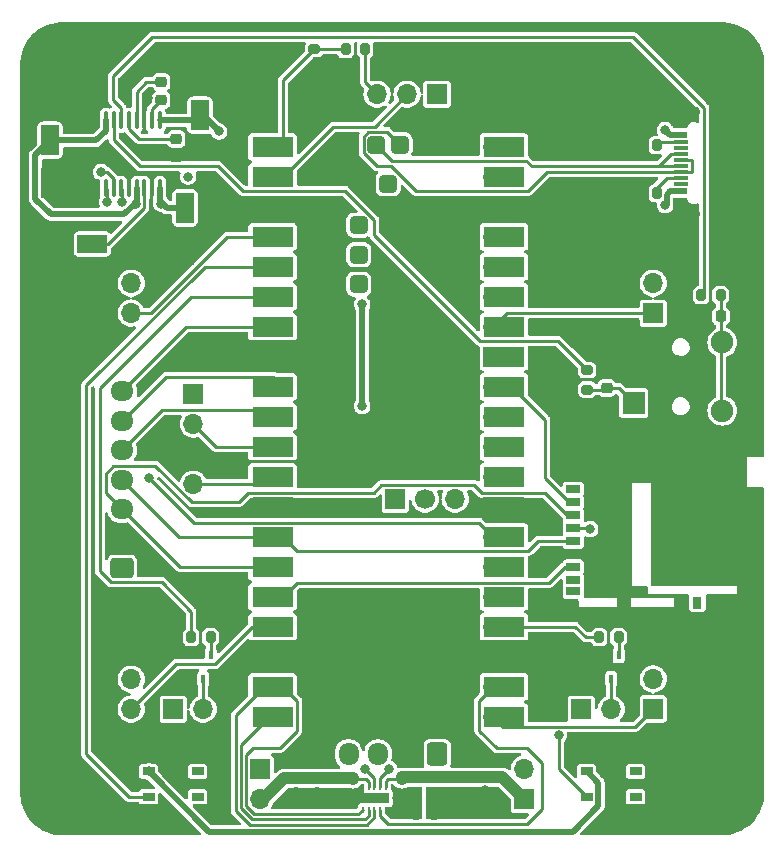
<source format=gbr>
%TF.GenerationSoftware,KiCad,Pcbnew,7.0.10-7.0.10~ubuntu22.04.1*%
%TF.CreationDate,2024-05-06T18:12:34+09:00*%
%TF.ProjectId,TurtlePico,54757274-6c65-4506-9963-6f2e6b696361,rev?*%
%TF.SameCoordinates,Original*%
%TF.FileFunction,Copper,L1,Top*%
%TF.FilePolarity,Positive*%
%FSLAX46Y46*%
G04 Gerber Fmt 4.6, Leading zero omitted, Abs format (unit mm)*
G04 Created by KiCad (PCBNEW 7.0.10-7.0.10~ubuntu22.04.1) date 2024-05-06 18:12:34*
%MOMM*%
%LPD*%
G01*
G04 APERTURE LIST*
G04 Aperture macros list*
%AMRoundRect*
0 Rectangle with rounded corners*
0 $1 Rounding radius*
0 $2 $3 $4 $5 $6 $7 $8 $9 X,Y pos of 4 corners*
0 Add a 4 corners polygon primitive as box body*
4,1,4,$2,$3,$4,$5,$6,$7,$8,$9,$2,$3,0*
0 Add four circle primitives for the rounded corners*
1,1,$1+$1,$2,$3*
1,1,$1+$1,$4,$5*
1,1,$1+$1,$6,$7*
1,1,$1+$1,$8,$9*
0 Add four rect primitives between the rounded corners*
20,1,$1+$1,$2,$3,$4,$5,0*
20,1,$1+$1,$4,$5,$6,$7,0*
20,1,$1+$1,$6,$7,$8,$9,0*
20,1,$1+$1,$8,$9,$2,$3,0*%
G04 Aperture macros list end*
%TA.AperFunction,SMDPad,CuDef*%
%ADD10R,1.150000X0.600000*%
%TD*%
%TA.AperFunction,SMDPad,CuDef*%
%ADD11R,1.150000X0.300000*%
%TD*%
%TA.AperFunction,ComponentPad*%
%ADD12O,1.800000X1.000000*%
%TD*%
%TA.AperFunction,ComponentPad*%
%ADD13O,2.100000X1.000000*%
%TD*%
%TA.AperFunction,ComponentPad*%
%ADD14C,5.600000*%
%TD*%
%TA.AperFunction,SMDPad,CuDef*%
%ADD15R,0.450000X0.700000*%
%TD*%
%TA.AperFunction,SMDPad,CuDef*%
%ADD16RoundRect,0.200000X-0.200000X-0.275000X0.200000X-0.275000X0.200000X0.275000X-0.200000X0.275000X0*%
%TD*%
%TA.AperFunction,SMDPad,CuDef*%
%ADD17RoundRect,0.200000X-0.275000X0.200000X-0.275000X-0.200000X0.275000X-0.200000X0.275000X0.200000X0*%
%TD*%
%TA.AperFunction,SMDPad,CuDef*%
%ADD18RoundRect,0.200000X0.200000X0.275000X-0.200000X0.275000X-0.200000X-0.275000X0.200000X-0.275000X0*%
%TD*%
%TA.AperFunction,SMDPad,CuDef*%
%ADD19R,0.250000X0.500000*%
%TD*%
%TA.AperFunction,SMDPad,CuDef*%
%ADD20R,2.000000X0.900000*%
%TD*%
%TA.AperFunction,ComponentPad*%
%ADD21R,1.900000X1.900000*%
%TD*%
%TA.AperFunction,ComponentPad*%
%ADD22C,1.900000*%
%TD*%
%TA.AperFunction,ComponentPad*%
%ADD23R,1.700000X1.700000*%
%TD*%
%TA.AperFunction,ComponentPad*%
%ADD24O,1.700000X1.700000*%
%TD*%
%TA.AperFunction,SMDPad,CuDef*%
%ADD25RoundRect,0.225000X0.250000X-0.225000X0.250000X0.225000X-0.250000X0.225000X-0.250000X-0.225000X0*%
%TD*%
%TA.AperFunction,SMDPad,CuDef*%
%ADD26R,1.050000X0.650000*%
%TD*%
%TA.AperFunction,SMDPad,CuDef*%
%ADD27RoundRect,0.250000X-0.550000X1.050000X-0.550000X-1.050000X0.550000X-1.050000X0.550000X1.050000X0*%
%TD*%
%TA.AperFunction,SMDPad,CuDef*%
%ADD28RoundRect,0.225000X-0.225000X-0.250000X0.225000X-0.250000X0.225000X0.250000X-0.225000X0.250000X0*%
%TD*%
%TA.AperFunction,SMDPad,CuDef*%
%ADD29R,3.500000X1.700000*%
%TD*%
%TA.AperFunction,ComponentPad*%
%ADD30C,1.700000*%
%TD*%
%TA.AperFunction,SMDPad,CuDef*%
%ADD31RoundRect,0.381000X-0.381000X-0.381000X0.381000X-0.381000X0.381000X0.381000X-0.381000X0.381000X0*%
%TD*%
%TA.AperFunction,SMDPad,CuDef*%
%ADD32R,1.200000X0.700000*%
%TD*%
%TA.AperFunction,SMDPad,CuDef*%
%ADD33R,0.800000X1.000000*%
%TD*%
%TA.AperFunction,SMDPad,CuDef*%
%ADD34R,1.200000X1.000000*%
%TD*%
%TA.AperFunction,SMDPad,CuDef*%
%ADD35R,2.800000X1.000000*%
%TD*%
%TA.AperFunction,SMDPad,CuDef*%
%ADD36R,1.900000X1.300000*%
%TD*%
%TA.AperFunction,SMDPad,CuDef*%
%ADD37RoundRect,0.250000X1.050000X0.550000X-1.050000X0.550000X-1.050000X-0.550000X1.050000X-0.550000X0*%
%TD*%
%TA.AperFunction,SMDPad,CuDef*%
%ADD38RoundRect,0.100000X-0.100000X0.637500X-0.100000X-0.637500X0.100000X-0.637500X0.100000X0.637500X0*%
%TD*%
%TA.AperFunction,SMDPad,CuDef*%
%ADD39RoundRect,0.250000X0.550000X-1.050000X0.550000X1.050000X-0.550000X1.050000X-0.550000X-1.050000X0*%
%TD*%
%TA.AperFunction,SMDPad,CuDef*%
%ADD40RoundRect,0.225000X-0.250000X0.225000X-0.250000X-0.225000X0.250000X-0.225000X0.250000X0.225000X0*%
%TD*%
%TA.AperFunction,SMDPad,CuDef*%
%ADD41RoundRect,0.225000X0.225000X0.250000X-0.225000X0.250000X-0.225000X-0.250000X0.225000X-0.250000X0*%
%TD*%
%TA.AperFunction,ComponentPad*%
%ADD42RoundRect,0.250000X0.725000X-0.600000X0.725000X0.600000X-0.725000X0.600000X-0.725000X-0.600000X0*%
%TD*%
%TA.AperFunction,ComponentPad*%
%ADD43O,1.950000X1.700000*%
%TD*%
%TA.AperFunction,ComponentPad*%
%ADD44RoundRect,0.250000X0.600000X0.725000X-0.600000X0.725000X-0.600000X-0.725000X0.600000X-0.725000X0*%
%TD*%
%TA.AperFunction,ComponentPad*%
%ADD45O,1.700000X1.950000*%
%TD*%
%TA.AperFunction,ViaPad*%
%ADD46C,1.200000*%
%TD*%
%TA.AperFunction,ViaPad*%
%ADD47C,0.800000*%
%TD*%
%TA.AperFunction,Conductor*%
%ADD48C,0.250000*%
%TD*%
%TA.AperFunction,Conductor*%
%ADD49C,0.500000*%
%TD*%
%TA.AperFunction,Conductor*%
%ADD50C,1.000000*%
%TD*%
G04 APERTURE END LIST*
D10*
%TO.P,J1,A1_B12,GND*%
%TO.N,GND*%
X170143700Y-76350400D03*
%TO.P,J1,A4_B9,VBUS*%
%TO.N,+5V*%
X170143700Y-75550000D03*
D11*
%TO.P,J1,A5,CC1*%
%TO.N,Net-(J1-CC1)*%
X170272500Y-74400000D03*
%TO.P,J1,A6,DP1*%
%TO.N,Net-(J1-DP1)*%
X170272500Y-73400000D03*
%TO.P,J1,A7,DN1*%
%TO.N,Net-(J1-DN1)*%
X170272500Y-72900000D03*
%TO.P,J1,A8,SBU1*%
%TO.N,unconnected-(J1-SBU1-PadA8)*%
X170272500Y-71900000D03*
D10*
%TO.P,J1,B1_A12,GND*%
%TO.N,GND*%
X170143700Y-69950000D03*
%TO.P,J1,B4_A9,VBUS*%
%TO.N,+5V*%
X170143700Y-70750000D03*
D11*
%TO.P,J1,B5,CC2*%
%TO.N,Net-(J1-CC2)*%
X170272500Y-71400000D03*
%TO.P,J1,B6,DP2*%
%TO.N,Net-(J1-DP1)*%
X170272500Y-72400000D03*
%TO.P,J1,B7,DN2*%
%TO.N,Net-(J1-DN1)*%
X170272500Y-73900000D03*
%TO.P,J1,B8,SBU2*%
%TO.N,unconnected-(J1-SBU2-PadB8)*%
X170272500Y-74900000D03*
D12*
%TO.P,J1,S1,SHIELD*%
%TO.N,GND*%
X175017500Y-77470000D03*
%TO.P,J1,S2,SHIELD*%
X175017500Y-68830000D03*
D13*
%TO.P,J1,S3,SHIELD*%
X170837500Y-77470000D03*
%TO.P,J1,S4,SHIELD*%
X170837500Y-68830000D03*
%TD*%
D14*
%TO.P,REF\u002A\u002A,1*%
%TO.N,GND*%
X117856000Y-126492000D03*
%TD*%
D15*
%TO.P,Q1,1,B*%
%TO.N,Net-(Q1-B)*%
X164988000Y-114840000D03*
%TO.P,Q1,2,E*%
%TO.N,GND*%
X163688000Y-114840000D03*
%TO.P,Q1,3,C*%
%TO.N,Net-(J3-Pin_2)*%
X164338000Y-116840000D03*
%TD*%
D16*
%TO.P,R4,1*%
%TO.N,GND*%
X166561000Y-71628000D03*
%TO.P,R4,2*%
%TO.N,Net-(J1-CC2)*%
X168211000Y-71628000D03*
%TD*%
D17*
%TO.P,R8,1*%
%TO.N,/GP0*%
X139192000Y-63500000D03*
%TO.P,R8,2*%
%TO.N,GND*%
X139192000Y-65150000D03*
%TD*%
D18*
%TO.P,R7,1*%
%TO.N,Net-(J7-Pin_3)*%
X143510000Y-63500000D03*
%TO.P,R7,2*%
%TO.N,/GP0*%
X141860000Y-63500000D03*
%TD*%
D19*
%TO.P,IC1,1,VM*%
%TO.N,+5V*%
X145796000Y-125984000D03*
%TO.P,IC1,2,AOUT1*%
%TO.N,Net-(IC1-AOUT1)*%
X145296000Y-125984000D03*
%TO.P,IC1,3,AOUT2*%
%TO.N,Net-(IC1-AOUT2)*%
X144796000Y-125984000D03*
%TO.P,IC1,4,BOUT1*%
%TO.N,Net-(IC1-BOUT1)*%
X144296000Y-125984000D03*
%TO.P,IC1,5,BOUT2*%
%TO.N,Net-(IC1-BOUT2)*%
X143796000Y-125984000D03*
%TO.P,IC1,6,GND_1*%
%TO.N,GND*%
X143296000Y-125984000D03*
%TO.P,IC1,7,BIN2_/_BENBL*%
%TO.N,/GP14*%
X143296000Y-127884000D03*
%TO.P,IC1,8,BIN1_/_BPHASE*%
%TO.N,/GP15*%
X143796000Y-127884000D03*
%TO.P,IC1,9,AIN2_/_AENBL*%
%TO.N,/GP14*%
X144296000Y-127884000D03*
%TO.P,IC1,10,AIN1_/_APHASE*%
%TO.N,/GP17*%
X144796000Y-127884000D03*
%TO.P,IC1,11,MODE*%
%TO.N,+5V*%
X145296000Y-127884000D03*
%TO.P,IC1,12,VCC*%
X145796000Y-127884000D03*
D20*
%TO.P,IC1,13,GND_2*%
%TO.N,GND*%
X144546000Y-126934000D03*
%TD*%
D18*
%TO.P,R6,1*%
%TO.N,Net-(Q2-B)*%
X130428000Y-113284000D03*
%TO.P,R6,2*%
%TO.N,/GP4*%
X128778000Y-113284000D03*
%TD*%
D14*
%TO.P,REF\u002A\u002A,1*%
%TO.N,GND*%
X173736000Y-126492000D03*
%TD*%
D18*
%TO.P,R5,1*%
%TO.N,Net-(Q1-B)*%
X164972000Y-113284000D03*
%TO.P,R5,2*%
%TO.N,/GP18*%
X163322000Y-113284000D03*
%TD*%
D21*
%TO.P,J2,R*%
%TO.N,Net-(C2-Pad1)*%
X166236000Y-93476000D03*
D22*
%TO.P,J2,S*%
%TO.N,GND*%
X166236000Y-88976000D03*
%TO.P,J2,T*%
%TO.N,Net-(C1-Pad1)*%
X173736000Y-94126000D03*
X173736000Y-88326000D03*
%TD*%
D23*
%TO.P,J10,1,Pin_1*%
%TO.N,Net-(IC1-BOUT1)*%
X134620000Y-124460000D03*
D24*
%TO.P,J10,2,Pin_2*%
%TO.N,Net-(IC1-BOUT2)*%
X134620000Y-127000000D03*
%TD*%
D23*
%TO.P,J9,1,Pin_1*%
%TO.N,Net-(IC1-AOUT1)*%
X156972000Y-127000000D03*
D24*
%TO.P,J9,2,Pin_2*%
%TO.N,Net-(IC1-AOUT2)*%
X156972000Y-124460000D03*
%TD*%
D25*
%TO.P,C2,1*%
%TO.N,Net-(C2-Pad1)*%
X163957000Y-92202000D03*
%TO.P,C2,2*%
%TO.N,GND*%
X163957000Y-90652000D03*
%TD*%
D26*
%TO.P,SW2,1,1*%
%TO.N,+3.3V*%
X125179000Y-124655000D03*
%TO.P,SW2,2,2*%
%TO.N,/GP3*%
X125179000Y-126805000D03*
%TO.P,SW2,3*%
%TO.N,N/C*%
X129329000Y-124655000D03*
%TO.P,SW2,4*%
X129329000Y-126805000D03*
%TD*%
D27*
%TO.P,C6,1*%
%TO.N,+3.3V*%
X128270000Y-76940000D03*
%TO.P,C6,2*%
%TO.N,GND*%
X128270000Y-80540000D03*
%TD*%
D16*
%TO.P,R3,1*%
%TO.N,Net-(U1-OUTL)*%
X171958000Y-84328000D03*
%TO.P,R3,2*%
%TO.N,Net-(C1-Pad1)*%
X173608000Y-84328000D03*
%TD*%
D25*
%TO.P,C3,1*%
%TO.N,Net-(U1-CAPP)*%
X126238000Y-67818000D03*
%TO.P,C3,2*%
%TO.N,Net-(U1-CAPM)*%
X126238000Y-66268000D03*
%TD*%
D23*
%TO.P,J6,1,Pin_1*%
%TO.N,+5V*%
X128965000Y-92710000D03*
D24*
%TO.P,J6,2,Pin_2*%
%TO.N,/GP8*%
X128965000Y-95250000D03*
%TO.P,J6,3,Pin_3*%
%TO.N,GND*%
X128965000Y-97790000D03*
%TO.P,J6,4,Pin_4*%
%TO.N,/GP9*%
X128965000Y-100330000D03*
%TD*%
D23*
%TO.P,J4,1,Pin_1*%
%TO.N,+5V*%
X127254000Y-119380000D03*
D24*
%TO.P,J4,2,Pin_2*%
%TO.N,Net-(J4-Pin_2)*%
X129794000Y-119380000D03*
%TD*%
D28*
%TO.P,C9,1*%
%TO.N,+5V*%
X147815000Y-126746000D03*
%TO.P,C9,2*%
%TO.N,GND*%
X149365000Y-126746000D03*
%TD*%
D26*
%TO.P,SW1,1,1*%
%TO.N,+3.3V*%
X162263000Y-124655000D03*
%TO.P,SW1,2,2*%
%TO.N,/GP22*%
X162263000Y-126805000D03*
%TO.P,SW1,3*%
%TO.N,N/C*%
X166413000Y-124655000D03*
%TO.P,SW1,4*%
X166413000Y-126805000D03*
%TD*%
D23*
%TO.P,J7,1,Pin_1*%
%TO.N,+5V*%
X149596000Y-67310000D03*
D24*
%TO.P,J7,2,Pin_2*%
%TO.N,/GP1*%
X147056000Y-67310000D03*
%TO.P,J7,3,Pin_3*%
%TO.N,Net-(J7-Pin_3)*%
X144516000Y-67310000D03*
%TO.P,J7,4,Pin_4*%
%TO.N,GND*%
X141976000Y-67310000D03*
%TD*%
%TO.P,U2,1,GPIO0*%
%TO.N,/GP0*%
X136575900Y-71770000D03*
D29*
X135675900Y-71770000D03*
D24*
%TO.P,U2,2,GPIO1*%
%TO.N,/GP1*%
X136575900Y-74310000D03*
D29*
X135675900Y-74310000D03*
D23*
%TO.P,U2,3,GND*%
%TO.N,GND*%
X136575900Y-76850000D03*
D29*
X135675900Y-76850000D03*
D24*
%TO.P,U2,4,GPIO2*%
%TO.N,/GP2*%
X136575900Y-79390000D03*
D29*
X135675900Y-79390000D03*
D24*
%TO.P,U2,5,GPIO3*%
%TO.N,/GP3*%
X136575900Y-81930000D03*
D29*
X135675900Y-81930000D03*
D24*
%TO.P,U2,6,GPIO4*%
%TO.N,/GP4*%
X136575900Y-84470000D03*
D29*
X135675900Y-84470000D03*
D24*
%TO.P,U2,7,GPIO5*%
%TO.N,/GP5*%
X136575900Y-87010000D03*
D29*
X135675900Y-87010000D03*
D23*
%TO.P,U2,8,GND*%
%TO.N,GND*%
X136575900Y-89550000D03*
D29*
X135675900Y-89550000D03*
D24*
%TO.P,U2,9,GPIO6*%
%TO.N,/GP6*%
X136575900Y-92090000D03*
D29*
X135675900Y-92090000D03*
D24*
%TO.P,U2,10,GPIO7*%
%TO.N,/GP7*%
X136575900Y-94630000D03*
D29*
X135675900Y-94630000D03*
D24*
%TO.P,U2,11,GPIO8*%
%TO.N,/GP8*%
X136575900Y-97170000D03*
D29*
X135675900Y-97170000D03*
D24*
%TO.P,U2,12,GPIO9*%
%TO.N,/GP9*%
X136575900Y-99710000D03*
D29*
X135675900Y-99710000D03*
D23*
%TO.P,U2,13,GND*%
%TO.N,GND*%
X136575900Y-102250000D03*
D29*
X135675900Y-102250000D03*
D24*
%TO.P,U2,14,GPIO10*%
%TO.N,/GP10*%
X136575900Y-104790000D03*
D29*
X135675900Y-104790000D03*
D24*
%TO.P,U2,15,GPIO11*%
%TO.N,/GP11*%
X136575900Y-107330000D03*
D29*
X135675900Y-107330000D03*
D24*
%TO.P,U2,16,GPIO12*%
%TO.N,/GP12*%
X136575900Y-109870000D03*
D29*
X135675900Y-109870000D03*
D24*
%TO.P,U2,17,GPIO13*%
%TO.N,/GP13*%
X136575900Y-112410000D03*
D29*
X135675900Y-112410000D03*
D23*
%TO.P,U2,18,GND*%
%TO.N,GND*%
X136575900Y-114950000D03*
D29*
X135675900Y-114950000D03*
D24*
%TO.P,U2,19,GPIO14*%
%TO.N,/GP14*%
X136575900Y-117490000D03*
D29*
X135675900Y-117490000D03*
D24*
%TO.P,U2,20,GPIO15*%
%TO.N,/GP15*%
X136575900Y-120030000D03*
D29*
X135675900Y-120030000D03*
D24*
%TO.P,U2,21,GPIO16*%
%TO.N,/GP16*%
X154355900Y-120030000D03*
D29*
X155255900Y-120030000D03*
D24*
%TO.P,U2,22,GPIO17*%
%TO.N,/GP17*%
X154355900Y-117490000D03*
D29*
X155255900Y-117490000D03*
D23*
%TO.P,U2,23,GND*%
%TO.N,GND*%
X154355900Y-114950000D03*
D29*
X155255900Y-114950000D03*
D24*
%TO.P,U2,24,GPIO18*%
%TO.N,/GP18*%
X154355900Y-112410000D03*
D29*
X155255900Y-112410000D03*
D24*
%TO.P,U2,25,GPIO19*%
%TO.N,/GP19*%
X154355900Y-109870000D03*
D29*
X155255900Y-109870000D03*
D24*
%TO.P,U2,26,GPIO20*%
%TO.N,/GP20*%
X154355900Y-107330000D03*
D29*
X155255900Y-107330000D03*
D24*
%TO.P,U2,27,GPIO21*%
%TO.N,/GP21*%
X154355900Y-104790000D03*
D29*
X155255900Y-104790000D03*
D23*
%TO.P,U2,28,GND*%
%TO.N,GND*%
X154355900Y-102250000D03*
D29*
X155255900Y-102250000D03*
D24*
%TO.P,U2,29,GPIO22*%
%TO.N,/GP22*%
X154355900Y-99710000D03*
D29*
X155255900Y-99710000D03*
D24*
%TO.P,U2,30,RUN*%
%TO.N,unconnected-(U2-RUN-Pad30)*%
X154355900Y-97170000D03*
D29*
X155255900Y-97170000D03*
D24*
%TO.P,U2,31,GPIO26_ADC0*%
%TO.N,unconnected-(U2-GPIO26_ADC0-Pad31)*%
X154355900Y-94630000D03*
D29*
X155255900Y-94630000D03*
D24*
%TO.P,U2,32,GPIO27_ADC1*%
%TO.N,/GP27*%
X154355900Y-92090000D03*
D29*
X155255900Y-92090000D03*
D23*
%TO.P,U2,33,AGND*%
%TO.N,unconnected-(U2-AGND-Pad33)*%
X154355900Y-89550000D03*
D29*
X155255900Y-89550000D03*
D24*
%TO.P,U2,34,GPIO28_ADC2*%
%TO.N,/GP28*%
X154355900Y-87010000D03*
D29*
X155255900Y-87010000D03*
D24*
%TO.P,U2,35,ADC_VREF*%
%TO.N,unconnected-(U2-ADC_VREF-Pad35)*%
X154355900Y-84470000D03*
D29*
X155255900Y-84470000D03*
D24*
%TO.P,U2,36,3V3*%
%TO.N,+3.3V*%
X154355900Y-81930000D03*
D29*
X155255900Y-81930000D03*
D24*
%TO.P,U2,37,3V3_EN*%
%TO.N,unconnected-(U2-3V3_EN-Pad37)*%
X154355900Y-79390000D03*
D29*
X155255900Y-79390000D03*
D23*
%TO.P,U2,38,GND*%
%TO.N,GND*%
X154355900Y-76850000D03*
D29*
X155255900Y-76850000D03*
D24*
%TO.P,U2,39,VSYS*%
%TO.N,unconnected-(U2-VSYS-Pad39)*%
X154355900Y-74310000D03*
D29*
X155255900Y-74310000D03*
D24*
%TO.P,U2,40,VBUS*%
%TO.N,+5V*%
X154355900Y-71770000D03*
D29*
X155255900Y-71770000D03*
D23*
%TO.P,U2,41,SWCLK*%
%TO.N,unconnected-(U2-SWCLK-Pad41)*%
X146050000Y-101600000D03*
D30*
%TO.P,U2,42,GND*%
%TO.N,unconnected-(U2-GND-Pad42)*%
X148590000Y-101600000D03*
D24*
%TO.P,U2,43,SWDIO*%
%TO.N,unconnected-(U2-SWDIO-Pad43)*%
X151130000Y-101600000D03*
D31*
%TO.P,U2,TP1,GND*%
%TO.N,unconnected-(U2-GND-PadTP1)*%
X145465900Y-74900000D03*
%TO.P,U2,TP2,USB_DM*%
%TO.N,Net-(J1-DN1)*%
X146465900Y-71600000D03*
%TO.P,U2,TP3,USB_DP*%
%TO.N,Net-(J1-DP1)*%
X144465900Y-71600000D03*
%TO.P,U2,TP4,GPIO23*%
%TO.N,unconnected-(U2-GPIO23-PadTP4)*%
X142965900Y-78400000D03*
%TO.P,U2,TP5,GPIO25*%
%TO.N,unconnected-(U2-GPIO25-PadTP5)*%
X142965900Y-80900000D03*
%TO.P,U2,TP6,BOOTSEL*%
%TO.N,unconnected-(U2-BOOTSEL-PadTP6)*%
X142965900Y-83400000D03*
%TD*%
D32*
%TO.P,J11,1,DAT2*%
%TO.N,unconnected-(J11-DAT2-Pad1)*%
X161133000Y-100760000D03*
%TO.P,J11,2,DAT3/CD*%
%TO.N,/GP27*%
X161133000Y-101860000D03*
%TO.P,J11,3,CMD*%
%TO.N,/GP11*%
X161133000Y-102960000D03*
%TO.P,J11,4,VDD*%
%TO.N,+5V*%
X161133000Y-104060000D03*
%TO.P,J11,5,CLK*%
%TO.N,/GP10*%
X161133000Y-105160000D03*
%TO.P,J11,6,VSS*%
%TO.N,GND*%
X161133000Y-106260000D03*
%TO.P,J11,7,DAT0*%
%TO.N,/GP12*%
X161133000Y-107360000D03*
%TO.P,J11,8,DAT1*%
%TO.N,unconnected-(J11-DAT1-Pad8)*%
X161133000Y-108460000D03*
%TO.P,J11,9,DET_B*%
%TO.N,unconnected-(J11-DET_B-Pad9)*%
X161133000Y-109410000D03*
D33*
%TO.P,J11,10,DET_A*%
%TO.N,unconnected-(J11-DET_A-Pad10)*%
X171633000Y-110360000D03*
D34*
%TO.P,J11,11,SHIELD*%
%TO.N,GND*%
X165433000Y-110360000D03*
D35*
X175783000Y-110360000D03*
D34*
X161133000Y-99210000D03*
D36*
X176233000Y-96860000D03*
%TD*%
D37*
%TO.P,C8,1*%
%TO.N,Net-(U1-LDOO)*%
X120418000Y-80010000D03*
%TO.P,C8,2*%
%TO.N,GND*%
X116818000Y-80010000D03*
%TD*%
D16*
%TO.P,R1,1*%
%TO.N,GND*%
X166561000Y-75692000D03*
%TO.P,R1,2*%
%TO.N,Net-(J1-CC1)*%
X168211000Y-75692000D03*
%TD*%
D23*
%TO.P,J3,1,Pin_1*%
%TO.N,+5V*%
X161798000Y-119380000D03*
D24*
%TO.P,J3,2,Pin_2*%
%TO.N,Net-(J3-Pin_2)*%
X164338000Y-119380000D03*
%TD*%
D38*
%TO.P,U1,1,CPVDD*%
%TO.N,+3.3V*%
X126115000Y-69527500D03*
%TO.P,U1,2,CAPP*%
%TO.N,Net-(U1-CAPP)*%
X125465000Y-69527500D03*
%TO.P,U1,3,CPGND*%
%TO.N,GND*%
X124815000Y-69527500D03*
%TO.P,U1,4,CAPM*%
%TO.N,Net-(U1-CAPM)*%
X124165000Y-69527500D03*
%TO.P,U1,5,VNEG*%
%TO.N,Net-(U1-VNEG)*%
X123515000Y-69527500D03*
%TO.P,U1,6,OUTL*%
%TO.N,Net-(U1-OUTL)*%
X122865000Y-69527500D03*
%TO.P,U1,7,OUTR*%
%TO.N,Net-(U1-OUTR)*%
X122215000Y-69527500D03*
%TO.P,U1,8,AVDD*%
%TO.N,+3.3V*%
X121565000Y-69527500D03*
%TO.P,U1,9,AGND*%
%TO.N,GND*%
X120915000Y-69527500D03*
%TO.P,U1,10,DEMP*%
X120265000Y-69527500D03*
%TO.P,U1,11,FLT*%
X120265000Y-75252500D03*
%TO.P,U1,12,SCK*%
X120915000Y-75252500D03*
%TO.P,U1,13,BCK*%
%TO.N,/GP19*%
X121565000Y-75252500D03*
%TO.P,U1,14,DIN*%
%TO.N,/GP21*%
X122215000Y-75252500D03*
%TO.P,U1,15,LRCK*%
%TO.N,/GP20*%
X122865000Y-75252500D03*
%TO.P,U1,16,FMT*%
%TO.N,GND*%
X123515000Y-75252500D03*
%TO.P,U1,17,XSMT*%
%TO.N,+3.3V*%
X124165000Y-75252500D03*
%TO.P,U1,18,LDOO*%
%TO.N,Net-(U1-LDOO)*%
X124815000Y-75252500D03*
%TO.P,U1,19,DGND*%
%TO.N,GND*%
X125465000Y-75252500D03*
%TO.P,U1,20,DVDD*%
%TO.N,+3.3V*%
X126115000Y-75252500D03*
%TD*%
D28*
%TO.P,C10,1*%
%TO.N,+5V*%
X147828000Y-128270000D03*
%TO.P,C10,2*%
%TO.N,GND*%
X149378000Y-128270000D03*
%TD*%
D14*
%TO.P,REF\u002A\u002A,1*%
%TO.N,GND*%
X117856000Y-64770000D03*
%TD*%
%TO.P,REF\u002A\u002A,1*%
%TO.N,GND*%
X173736000Y-64770000D03*
%TD*%
D15*
%TO.P,Q2,1,B*%
%TO.N,Net-(Q2-B)*%
X130444000Y-114840000D03*
%TO.P,Q2,2,E*%
%TO.N,GND*%
X129144000Y-114840000D03*
%TO.P,Q2,3,C*%
%TO.N,Net-(J4-Pin_2)*%
X129794000Y-116840000D03*
%TD*%
D27*
%TO.P,C7,1*%
%TO.N,+3.3V*%
X116840000Y-71225000D03*
%TO.P,C7,2*%
%TO.N,GND*%
X116840000Y-74825000D03*
%TD*%
D39*
%TO.P,C5,1*%
%TO.N,+3.3V*%
X129540000Y-69110000D03*
%TO.P,C5,2*%
%TO.N,GND*%
X129540000Y-65510000D03*
%TD*%
D17*
%TO.P,R2,1*%
%TO.N,Net-(U1-OUTR)*%
X162306000Y-90678000D03*
%TO.P,R2,2*%
%TO.N,Net-(C2-Pad1)*%
X162306000Y-92328000D03*
%TD*%
D40*
%TO.P,C4,1*%
%TO.N,Net-(U1-VNEG)*%
X127508000Y-71107000D03*
%TO.P,C4,2*%
%TO.N,GND*%
X127508000Y-72657000D03*
%TD*%
D41*
%TO.P,C1,1*%
%TO.N,Net-(C1-Pad1)*%
X173622000Y-86106000D03*
%TO.P,C1,2*%
%TO.N,GND*%
X172072000Y-86106000D03*
%TD*%
D23*
%TO.P,J14,1,Pin_1*%
%TO.N,/GP16*%
X167894000Y-119365000D03*
D24*
%TO.P,J14,2,Pin_2*%
%TO.N,+5V*%
X167894000Y-116825000D03*
%TO.P,J14,3,Pin_3*%
%TO.N,GND*%
X167894000Y-114285000D03*
%TD*%
D42*
%TO.P,J8,1,Pin_1*%
%TO.N,+3.3V*%
X122936000Y-107456000D03*
D43*
%TO.P,J8,2,Pin_2*%
%TO.N,GND*%
X122936000Y-104956000D03*
%TO.P,J8,3,Pin_3*%
%TO.N,/GP11*%
X122936000Y-102456000D03*
%TO.P,J8,4,Pin_4*%
%TO.N,/GP10*%
X122936000Y-99956000D03*
%TO.P,J8,5,Pin_5*%
%TO.N,/GP7*%
X122936000Y-97456000D03*
%TO.P,J8,6,Pin_6*%
%TO.N,/GP6*%
X122936000Y-94956000D03*
%TO.P,J8,7,Pin_7*%
%TO.N,/GP5*%
X122936000Y-92456000D03*
%TD*%
D23*
%TO.P,J13,1,Pin_1*%
%TO.N,GND*%
X123698000Y-80772000D03*
D24*
%TO.P,J13,2,Pin_2*%
%TO.N,+5V*%
X123698000Y-83312000D03*
%TO.P,J13,3,Pin_3*%
%TO.N,/GP2*%
X123698000Y-85852000D03*
%TD*%
D23*
%TO.P,J12,1,Pin_1*%
%TO.N,/GP28*%
X167894000Y-85852000D03*
D24*
%TO.P,J12,2,Pin_2*%
%TO.N,+5V*%
X167894000Y-83312000D03*
%TO.P,J12,3,Pin_3*%
%TO.N,GND*%
X167894000Y-80772000D03*
%TD*%
D23*
%TO.P,J15,1,Pin_1*%
%TO.N,GND*%
X123698000Y-114300000D03*
D24*
%TO.P,J15,2,Pin_2*%
%TO.N,+5V*%
X123698000Y-116840000D03*
%TO.P,J15,3,Pin_3*%
%TO.N,/GP13*%
X123698000Y-119380000D03*
%TD*%
D44*
%TO.P,J5,1,Pin_1*%
%TO.N,+5V*%
X149606000Y-123190000D03*
D45*
%TO.P,J5,2,Pin_2*%
%TO.N,GND*%
X147106000Y-123190000D03*
%TO.P,J5,3,Pin_3*%
%TO.N,/GP8*%
X144606000Y-123190000D03*
%TO.P,J5,4,Pin_4*%
%TO.N,/GP9*%
X142106000Y-123190000D03*
%TD*%
D46*
%TO.N,GND*%
X137668000Y-126542800D03*
D47*
X152146000Y-123698000D03*
X135636000Y-67310000D03*
X125163000Y-67604959D03*
D46*
X138938000Y-121666000D03*
D47*
X124460000Y-64770000D03*
D46*
X140462000Y-121666000D03*
X139446000Y-126542800D03*
D47*
X153670000Y-126238000D03*
%TO.N,+3.3V*%
X131146918Y-70470000D03*
X125179000Y-124655000D03*
X126238000Y-76581000D03*
X124079000Y-76581000D03*
D46*
%TO.N,+5V*%
X146380200Y-126923800D03*
X146583400Y-128117600D03*
D47*
X143256000Y-93726000D03*
X162560000Y-104140000D03*
X143256000Y-85090000D03*
X168910000Y-70358000D03*
X168910000Y-76708000D03*
%TO.N,/GP22*%
X159893000Y-121605000D03*
%TO.N,/GP19*%
X121666000Y-76454000D03*
%TO.N,/GP20*%
X122936000Y-76454000D03*
%TO.N,/GP21*%
X121158000Y-73914000D03*
X125222000Y-99822000D03*
X128524000Y-74295000D03*
%TO.N,Net-(IC1-AOUT2)*%
X145542000Y-124460000D03*
%TO.N,Net-(IC1-BOUT1)*%
X143510000Y-124460000D03*
%TD*%
D48*
%TO.N,Net-(J1-DN1)*%
X170272500Y-73900000D02*
X171147500Y-73900000D01*
X171147500Y-73900000D02*
X171196000Y-73851500D01*
X171196000Y-73851500D02*
X171196000Y-72948500D01*
%TO.N,Net-(J1-DP1)*%
X170272500Y-73400000D02*
X168148000Y-73400000D01*
X169397500Y-72400000D02*
X168397500Y-73400000D01*
X168148000Y-73400000D02*
X157595900Y-73400000D01*
X170272500Y-72400000D02*
X169397500Y-72400000D01*
X157595900Y-73400000D02*
X157140900Y-72945000D01*
X157140900Y-72945000D02*
X145810900Y-72945000D01*
%TO.N,Net-(J1-DN1)*%
X171196000Y-72948500D02*
X171147500Y-72900000D01*
X171147500Y-72900000D02*
X170272500Y-72900000D01*
X170272500Y-73900000D02*
X158915900Y-73900000D01*
X147822334Y-75485000D02*
X145732334Y-73395000D01*
X143378900Y-72273434D02*
X143378900Y-70926566D01*
X158915900Y-73900000D02*
X157330900Y-75485000D01*
X157330900Y-75485000D02*
X147822334Y-75485000D01*
X145732334Y-73395000D02*
X144500466Y-73395000D01*
X144500466Y-73395000D02*
X143378900Y-72273434D01*
X143378900Y-70926566D02*
X143792466Y-70513000D01*
X143792466Y-70513000D02*
X145378900Y-70513000D01*
X145378900Y-70513000D02*
X146465900Y-71600000D01*
%TO.N,GND*%
X137750900Y-98345000D02*
X138938000Y-97157900D01*
X128965000Y-97790000D02*
X129520000Y-98345000D01*
X137048000Y-89550000D02*
X136575900Y-89550000D01*
X138938000Y-97157900D02*
X138938000Y-91440000D01*
X138938000Y-91440000D02*
X137048000Y-89550000D01*
X129520000Y-98345000D02*
X137750900Y-98345000D01*
D49*
%TO.N,+3.3V*%
X128270000Y-76940000D02*
X126732000Y-76940000D01*
X129122500Y-69527500D02*
X129540000Y-69110000D01*
X115570000Y-76151878D02*
X115570000Y-72495000D01*
X126373000Y-76581000D02*
X126238000Y-76581000D01*
X124165000Y-76427082D02*
X124079000Y-76513082D01*
X126238000Y-76446000D02*
X126115000Y-76323000D01*
X123122082Y-77470000D02*
X116888122Y-77470000D01*
X120735588Y-71225000D02*
X116840000Y-71225000D01*
X163238000Y-125630000D02*
X162263000Y-124655000D01*
X121565000Y-69527500D02*
X121565000Y-70395588D01*
X126115000Y-76323000D02*
X126115000Y-75252500D01*
X126732000Y-76940000D02*
X126373000Y-76581000D01*
X129540000Y-69110000D02*
X129786918Y-69110000D01*
X163238000Y-127580000D02*
X163238000Y-125630000D01*
X124079000Y-76581000D02*
X124011082Y-76581000D01*
X129786918Y-69110000D02*
X131146918Y-70470000D01*
X126238000Y-76581000D02*
X126238000Y-76446000D01*
X116888122Y-77470000D02*
X115570000Y-76151878D01*
X126115000Y-69527500D02*
X129122500Y-69527500D01*
X121565000Y-70395588D02*
X120735588Y-71225000D01*
X124165000Y-75252500D02*
X124165000Y-76427082D01*
X125179000Y-124655000D02*
X130269000Y-129745000D01*
X124011082Y-76581000D02*
X123122082Y-77470000D01*
X124079000Y-76513082D02*
X124079000Y-76581000D01*
X130269000Y-129745000D02*
X161073000Y-129745000D01*
X161073000Y-129745000D02*
X163238000Y-127580000D01*
X115570000Y-72495000D02*
X116840000Y-71225000D01*
D48*
%TO.N,+5V*%
X161133000Y-104060000D02*
X162480000Y-104060000D01*
D49*
X169302000Y-70750000D02*
X170143700Y-70750000D01*
D50*
X147815000Y-128257000D02*
X147828000Y-128270000D01*
D49*
X170272500Y-75550000D02*
X169330000Y-75550000D01*
X168910000Y-70358000D02*
X169302000Y-70750000D01*
D48*
X162480000Y-104060000D02*
X162560000Y-104140000D01*
D49*
X168910000Y-76708000D02*
X169061000Y-76557000D01*
X169330000Y-75550000D02*
X169061000Y-75819000D01*
X143256000Y-85090000D02*
X143256000Y-93726000D01*
X169061000Y-76557000D02*
X169061000Y-75819000D01*
D48*
X145296000Y-127884000D02*
X145796000Y-127884000D01*
%TO.N,Net-(J1-DP1)*%
X144465900Y-71600000D02*
X145810900Y-72945000D01*
%TO.N,Net-(J3-Pin_2)*%
X164338000Y-119380000D02*
X164338000Y-116840000D01*
%TO.N,/GP8*%
X136575900Y-97170000D02*
X130885000Y-97170000D01*
X130885000Y-97170000D02*
X128965000Y-95250000D01*
%TO.N,/GP9*%
X135955900Y-100330000D02*
X136575900Y-99710000D01*
X136575900Y-99710000D02*
X135830900Y-98965000D01*
X128965000Y-100330000D02*
X135955900Y-100330000D01*
%TO.N,/GP13*%
X127508000Y-115570000D02*
X130810000Y-115570000D01*
X133970000Y-112410000D02*
X136575900Y-112410000D01*
X130810000Y-115570000D02*
X133970000Y-112410000D01*
X123698000Y-119380000D02*
X127508000Y-115570000D01*
%TO.N,/GP10*%
X158135900Y-105160000D02*
X157330900Y-105965000D01*
X136575900Y-104790000D02*
X127770000Y-104790000D01*
X158135900Y-105160000D02*
X161133000Y-105160000D01*
X137750900Y-105965000D02*
X136575900Y-104790000D01*
X127770000Y-104790000D02*
X122936000Y-99956000D01*
X157330900Y-105965000D02*
X137750900Y-105965000D01*
%TO.N,/GP11*%
X121539000Y-99441000D02*
X121539000Y-101059000D01*
X144225000Y-101075000D02*
X144875000Y-100425000D01*
X127810000Y-107330000D02*
X122936000Y-102456000D01*
X152749000Y-100425000D02*
X153399000Y-101075000D01*
X122199000Y-98781000D02*
X125754299Y-98781000D01*
X121539000Y-101059000D02*
X122936000Y-102456000D01*
X132821900Y-101854000D02*
X133600900Y-101075000D01*
X125754299Y-98781000D02*
X128827299Y-101854000D01*
X133600900Y-101075000D02*
X144225000Y-101075000D01*
X121539000Y-99441000D02*
X122199000Y-98781000D01*
X153399000Y-101075000D02*
X158726000Y-101075000D01*
X158726000Y-101075000D02*
X160611000Y-102960000D01*
X160611000Y-102960000D02*
X161133000Y-102960000D01*
X128827299Y-101854000D02*
X132821900Y-101854000D01*
X144875000Y-100425000D02*
X152749000Y-100425000D01*
X136575900Y-107330000D02*
X127810000Y-107330000D01*
%TO.N,/GP16*%
X166379000Y-120880000D02*
X155205900Y-120880000D01*
X167894000Y-119365000D02*
X166379000Y-120880000D01*
X155205900Y-120880000D02*
X154355900Y-120030000D01*
%TO.N,/GP17*%
X157226000Y-122682000D02*
X154657900Y-122682000D01*
X158496000Y-123952000D02*
X157226000Y-122682000D01*
X154657900Y-122682000D02*
X153180900Y-121205000D01*
X153180900Y-121205000D02*
X153180900Y-118665000D01*
X144796000Y-128409000D02*
X145482000Y-129095000D01*
X145482000Y-129095000D02*
X157227000Y-129095000D01*
X153180900Y-118665000D02*
X154355900Y-117490000D01*
X144796000Y-127884000D02*
X144796000Y-128409000D01*
X158496000Y-127826000D02*
X158496000Y-123952000D01*
X157227000Y-129095000D02*
X158496000Y-127826000D01*
%TO.N,/GP15*%
X136575900Y-120030000D02*
X135373819Y-120030000D01*
X135373819Y-120030000D02*
X132995000Y-122408819D01*
X132995000Y-127789396D02*
X133925604Y-128720000D01*
X143796000Y-128409000D02*
X143796000Y-127884000D01*
X133925604Y-128720000D02*
X143485000Y-128720000D01*
X132995000Y-122408819D02*
X132995000Y-127789396D01*
X143485000Y-128720000D02*
X143796000Y-128409000D01*
%TO.N,/GP7*%
X136575900Y-94630000D02*
X136020900Y-94075000D01*
X136020900Y-94075000D02*
X126317000Y-94075000D01*
X126317000Y-94075000D02*
X122936000Y-97456000D01*
%TO.N,/GP2*%
X125378100Y-85852000D02*
X123698000Y-85852000D01*
X136575900Y-79390000D02*
X131840100Y-79390000D01*
X131840100Y-79390000D02*
X125378100Y-85852000D01*
X136575900Y-79390000D02*
X136672900Y-79487000D01*
%TO.N,/GP3*%
X136575900Y-81930000D02*
X129936496Y-81930000D01*
X125179000Y-126805000D02*
X123503000Y-126805000D01*
X119888000Y-91978496D02*
X119888000Y-123190000D01*
X123503000Y-126805000D02*
X119888000Y-123190000D01*
X129936496Y-81930000D02*
X119888000Y-91978496D01*
%TO.N,/GP4*%
X128778000Y-111126000D02*
X126283000Y-108631000D01*
X121031000Y-107696100D02*
X121031000Y-92202000D01*
X126283000Y-108631000D02*
X121965900Y-108631000D01*
X121965900Y-108631000D02*
X121031000Y-107696100D01*
X128763000Y-84470000D02*
X136575900Y-84470000D01*
X128844000Y-112842000D02*
X128778000Y-112776000D01*
X121031000Y-92202000D02*
X128763000Y-84470000D01*
X128778000Y-112776000D02*
X128778000Y-111126000D01*
%TO.N,/GP5*%
X128382000Y-87010000D02*
X136575900Y-87010000D01*
X122936000Y-92456000D02*
X128382000Y-87010000D01*
%TO.N,/GP12*%
X159075000Y-108695000D02*
X160410000Y-107360000D01*
X160410000Y-107360000D02*
X161133000Y-107360000D01*
X136575900Y-109870000D02*
X137750900Y-108695000D01*
X137750900Y-108695000D02*
X159075000Y-108695000D01*
%TO.N,/GP6*%
X126652000Y-91240000D02*
X122936000Y-94956000D01*
X135725900Y-91240000D02*
X126652000Y-91240000D01*
X136575900Y-92090000D02*
X135725900Y-91240000D01*
%TO.N,Net-(Q1-B)*%
X164988000Y-114840000D02*
X164988000Y-113300000D01*
X164988000Y-113300000D02*
X164972000Y-113284000D01*
%TO.N,Net-(Q2-B)*%
X130444000Y-114840000D02*
X130444000Y-113300000D01*
X130444000Y-113300000D02*
X130428000Y-113284000D01*
%TO.N,/GP28*%
X155513900Y-85852000D02*
X154355900Y-87010000D01*
X167894000Y-85852000D02*
X155513900Y-85852000D01*
%TO.N,/GP27*%
X155965900Y-92090000D02*
X158750000Y-94874100D01*
X154355900Y-92090000D02*
X155965900Y-92090000D01*
X158750000Y-94874100D02*
X158750000Y-99850000D01*
X160760000Y-101860000D02*
X161133000Y-101860000D01*
X158750000Y-99850000D02*
X160760000Y-101860000D01*
%TO.N,/GP14*%
X133445000Y-127603000D02*
X133445000Y-123285000D01*
X133739208Y-129170000D02*
X132545000Y-127975792D01*
X132545000Y-119910900D02*
X134965900Y-117490000D01*
X143296000Y-127884000D02*
X142910000Y-128270000D01*
X144296000Y-128545396D02*
X143671396Y-129170000D01*
X136273900Y-122682000D02*
X137750900Y-121205000D01*
X143671396Y-129170000D02*
X133739208Y-129170000D01*
X144296000Y-127884000D02*
X144296000Y-128545396D01*
X142910000Y-128270000D02*
X134112000Y-128270000D01*
X132545000Y-127975792D02*
X132545000Y-119910900D01*
X137750900Y-118665000D02*
X136575900Y-117490000D01*
X134112000Y-128270000D02*
X133445000Y-127603000D01*
X133445000Y-123285000D02*
X134048000Y-122682000D01*
X134965900Y-117490000D02*
X136575900Y-117490000D01*
X137750900Y-121205000D02*
X137750900Y-118665000D01*
X134048000Y-122682000D02*
X136273900Y-122682000D01*
%TO.N,/GP22*%
X162263000Y-126805000D02*
X159893000Y-124435000D01*
X159893000Y-124435000D02*
X159893000Y-121605000D01*
%TO.N,/GP18*%
X163322000Y-113284000D02*
X162180000Y-113284000D01*
X161306000Y-112410000D02*
X154355900Y-112410000D01*
X162180000Y-113284000D02*
X161306000Y-112410000D01*
%TO.N,/GP19*%
X121666000Y-76454000D02*
X121666000Y-75353500D01*
X121666000Y-75353500D02*
X121565000Y-75252500D01*
%TO.N,/GP20*%
X122936000Y-75323500D02*
X122865000Y-75252500D01*
X122936000Y-76454000D02*
X122936000Y-75323500D01*
%TO.N,/GP21*%
X129015000Y-103615000D02*
X126746000Y-101346000D01*
X126746000Y-101346000D02*
X125222000Y-99822000D01*
X121158000Y-73914000D02*
X121613999Y-73914000D01*
X128524000Y-74295000D02*
X128419000Y-74190000D01*
X154355900Y-104790000D02*
X153180900Y-103615000D01*
X153180900Y-103615000D02*
X129015000Y-103615000D01*
X122215000Y-74515001D02*
X122215000Y-75252500D01*
X121613999Y-73914000D02*
X122215000Y-74515001D01*
%TO.N,Net-(C1-Pad1)*%
X173622000Y-88212000D02*
X173736000Y-88326000D01*
X173622000Y-84342000D02*
X173608000Y-84328000D01*
X173622000Y-86106000D02*
X173622000Y-84342000D01*
X173622000Y-86106000D02*
X173622000Y-94012000D01*
X173622000Y-94012000D02*
X173736000Y-94126000D01*
%TO.N,Net-(U1-CAPP)*%
X125465000Y-69527500D02*
X125465000Y-68591000D01*
X125465000Y-68591000D02*
X126238000Y-67818000D01*
X125476000Y-69516500D02*
X125465000Y-69527500D01*
%TO.N,Net-(U1-CAPM)*%
X124994000Y-66268000D02*
X126238000Y-66268000D01*
X124165000Y-67097000D02*
X124994000Y-66268000D01*
X124165000Y-69527500D02*
X124165000Y-67097000D01*
%TO.N,Net-(U1-VNEG)*%
X124357001Y-71107000D02*
X123515000Y-70264999D01*
X127508000Y-71107000D02*
X124357001Y-71107000D01*
X123515000Y-70264999D02*
X123515000Y-69527500D01*
%TO.N,Net-(U1-LDOO)*%
X120418000Y-80010000D02*
X121718000Y-80010000D01*
X121718000Y-80010000D02*
X124815000Y-76913000D01*
X124815000Y-76913000D02*
X124815000Y-75252500D01*
%TO.N,Net-(IC1-AOUT1)*%
X145449000Y-125315000D02*
X146304000Y-125315000D01*
X145296000Y-125468000D02*
X145449000Y-125315000D01*
X145296000Y-125984000D02*
X145296000Y-125468000D01*
D50*
X155110000Y-125138000D02*
X146621000Y-125138000D01*
X146621000Y-125138000D02*
X146621000Y-125315000D01*
X156972000Y-127000000D02*
X155110000Y-125138000D01*
D48*
%TO.N,Net-(IC1-AOUT2)*%
X144796000Y-125206000D02*
X145542000Y-124460000D01*
X144796000Y-125984000D02*
X144796000Y-125206000D01*
%TO.N,Net-(IC1-BOUT1)*%
X144296000Y-125246000D02*
X143510000Y-124460000D01*
X144296000Y-125984000D02*
X144296000Y-125246000D01*
D50*
%TO.N,Net-(IC1-BOUT2)*%
X134620000Y-127000000D02*
X134898726Y-127000000D01*
D48*
X143796000Y-125526000D02*
X143585000Y-125315000D01*
D50*
X142471000Y-125222000D02*
X142471000Y-125315000D01*
D48*
X143585000Y-125315000D02*
X143002000Y-125315000D01*
X143796000Y-125984000D02*
X143796000Y-125526000D01*
D50*
X136676726Y-125222000D02*
X142471000Y-125222000D01*
X134898726Y-127000000D02*
X136676726Y-125222000D01*
D48*
%TO.N,Net-(J1-CC1)*%
X168211000Y-75692000D02*
X168211000Y-75217000D01*
X168211000Y-75217000D02*
X169028000Y-74400000D01*
X169028000Y-74400000D02*
X170272500Y-74400000D01*
%TO.N,Net-(J1-CC2)*%
X168211000Y-71628000D02*
X168439000Y-71400000D01*
X168439000Y-71400000D02*
X170272500Y-71400000D01*
%TO.N,Net-(J4-Pin_2)*%
X129794000Y-119380000D02*
X129794000Y-116840000D01*
%TO.N,Net-(J7-Pin_3)*%
X143510000Y-66304000D02*
X144516000Y-67310000D01*
X143510000Y-63500000D02*
X143510000Y-66304000D01*
%TO.N,/GP0*%
X136575900Y-66116100D02*
X139192000Y-63500000D01*
X139192000Y-63500000D02*
X141860000Y-63500000D01*
X136575900Y-71770000D02*
X136575900Y-66116100D01*
%TO.N,/GP1*%
X140822900Y-70063000D02*
X144303000Y-70063000D01*
X144303000Y-70063000D02*
X147056000Y-67310000D01*
X136575900Y-74310000D02*
X140822900Y-70063000D01*
%TO.N,Net-(C2-Pad1)*%
X163957000Y-92202000D02*
X164962000Y-92202000D01*
X163831000Y-92328000D02*
X163957000Y-92202000D01*
X162306000Y-92328000D02*
X163831000Y-92328000D01*
X164962000Y-92202000D02*
X166236000Y-93476000D01*
%TO.N,Net-(U1-OUTR)*%
X144272000Y-79248000D02*
X144272000Y-77945666D01*
X144272000Y-77945666D02*
X141811334Y-75485000D01*
X141811334Y-75485000D02*
X133145052Y-75485000D01*
X124486000Y-73432000D02*
X122215000Y-71161000D01*
X122215000Y-71161000D02*
X122215000Y-69527500D01*
X159813000Y-88185000D02*
X153209000Y-88185000D01*
X153209000Y-88185000D02*
X144272000Y-79248000D01*
X133145052Y-75485000D02*
X131092052Y-73432000D01*
X131092052Y-73432000D02*
X124486000Y-73432000D01*
X162306000Y-90678000D02*
X159813000Y-88185000D01*
%TO.N,Net-(U1-OUTL)*%
X172212500Y-68488274D02*
X166208226Y-62484000D01*
X172212500Y-84073500D02*
X172212500Y-68488274D01*
X122865000Y-69527500D02*
X122865000Y-68494052D01*
X171958000Y-84328000D02*
X172212500Y-84073500D01*
X125476000Y-62484000D02*
X122165000Y-65795000D01*
X122165000Y-67794052D02*
X122165000Y-65795000D01*
X122865000Y-68494052D02*
X122165000Y-67794052D01*
X166208226Y-62484000D02*
X125476000Y-62484000D01*
%TD*%
%TA.AperFunction,Conductor*%
%TO.N,GND*%
G36*
X173736840Y-61214010D02*
G01*
X173916553Y-61216362D01*
X173927869Y-61217029D01*
X174286206Y-61254691D01*
X174299022Y-61256721D01*
X174650634Y-61331459D01*
X174663169Y-61334818D01*
X175005048Y-61445901D01*
X175017165Y-61450552D01*
X175345571Y-61596768D01*
X175357120Y-61602653D01*
X175668438Y-61782392D01*
X175679320Y-61789459D01*
X175970143Y-62000754D01*
X175980223Y-62008916D01*
X176247367Y-62249454D01*
X176256545Y-62258632D01*
X176497080Y-62525773D01*
X176505248Y-62535860D01*
X176716538Y-62826676D01*
X176723607Y-62837561D01*
X176903342Y-63148871D01*
X176909235Y-63160436D01*
X177055447Y-63488834D01*
X177060098Y-63500951D01*
X177171181Y-63842830D01*
X177174540Y-63855367D01*
X177249277Y-64206975D01*
X177251308Y-64219795D01*
X177288969Y-64578118D01*
X177289637Y-64589456D01*
X177291989Y-64769158D01*
X177292000Y-64770781D01*
X177292000Y-97936000D01*
X177272315Y-98003039D01*
X177219511Y-98048794D01*
X177168000Y-98060000D01*
X175833000Y-98060000D01*
X175833000Y-100610000D01*
X177168000Y-100610000D01*
X177235039Y-100629685D01*
X177280794Y-100682489D01*
X177292000Y-100734000D01*
X177292000Y-126491218D01*
X177291989Y-126492841D01*
X177289637Y-126672543D01*
X177288969Y-126683881D01*
X177251308Y-127042204D01*
X177249277Y-127055024D01*
X177174540Y-127406632D01*
X177171181Y-127419169D01*
X177060098Y-127761048D01*
X177055447Y-127773165D01*
X176909235Y-128101563D01*
X176903342Y-128113128D01*
X176723607Y-128424438D01*
X176716538Y-128435323D01*
X176505248Y-128726139D01*
X176497080Y-128736226D01*
X176256545Y-129003367D01*
X176247367Y-129012545D01*
X175980226Y-129253080D01*
X175970139Y-129261248D01*
X175679323Y-129472538D01*
X175668438Y-129479607D01*
X175357128Y-129659342D01*
X175345563Y-129665235D01*
X175017165Y-129811447D01*
X175005048Y-129816098D01*
X174663169Y-129927181D01*
X174650632Y-129930540D01*
X174299024Y-130005277D01*
X174286204Y-130007308D01*
X173927881Y-130044969D01*
X173916543Y-130045637D01*
X173743514Y-130047901D01*
X173736839Y-130047989D01*
X173735219Y-130048000D01*
X161847886Y-130048000D01*
X161780847Y-130028315D01*
X161735092Y-129975511D01*
X161725148Y-129906353D01*
X161754173Y-129842797D01*
X161760205Y-129836319D01*
X162159741Y-129436783D01*
X163619130Y-127977392D01*
X163622115Y-127974507D01*
X163669044Y-127930680D01*
X163690391Y-127895572D01*
X163697539Y-127885072D01*
X163722359Y-127852345D01*
X163722359Y-127852344D01*
X163722361Y-127852342D01*
X163728945Y-127835643D01*
X163738344Y-127816719D01*
X163747672Y-127801382D01*
X163758758Y-127761813D01*
X163762803Y-127749786D01*
X163777876Y-127711566D01*
X163777876Y-127711564D01*
X163779711Y-127693716D01*
X163783658Y-127672944D01*
X163788500Y-127655665D01*
X163788500Y-127614582D01*
X163789150Y-127601902D01*
X163790463Y-127589131D01*
X163793352Y-127561029D01*
X163790303Y-127543344D01*
X163788500Y-127522276D01*
X163788500Y-127174856D01*
X165587500Y-127174856D01*
X165587502Y-127174882D01*
X165590413Y-127199987D01*
X165590415Y-127199991D01*
X165635793Y-127302764D01*
X165635794Y-127302765D01*
X165715235Y-127382206D01*
X165818009Y-127427585D01*
X165843135Y-127430500D01*
X166982864Y-127430499D01*
X166982879Y-127430497D01*
X166982882Y-127430497D01*
X167007987Y-127427586D01*
X167007988Y-127427585D01*
X167007991Y-127427585D01*
X167110765Y-127382206D01*
X167190206Y-127302765D01*
X167235585Y-127199991D01*
X167238500Y-127174865D01*
X167238499Y-126435136D01*
X167238497Y-126435117D01*
X167235586Y-126410012D01*
X167235585Y-126410010D01*
X167235585Y-126410009D01*
X167190206Y-126307235D01*
X167110765Y-126227794D01*
X167110763Y-126227793D01*
X167007992Y-126182415D01*
X166982865Y-126179500D01*
X165843143Y-126179500D01*
X165843117Y-126179502D01*
X165818012Y-126182413D01*
X165818008Y-126182415D01*
X165715235Y-126227793D01*
X165635794Y-126307234D01*
X165590415Y-126410006D01*
X165590415Y-126410008D01*
X165587500Y-126435131D01*
X165587500Y-127174856D01*
X163788500Y-127174856D01*
X163788500Y-125641521D01*
X163788572Y-125637289D01*
X163789487Y-125610499D01*
X163790762Y-125573174D01*
X163781035Y-125533260D01*
X163778664Y-125520784D01*
X163773070Y-125480083D01*
X163773070Y-125480080D01*
X163765921Y-125463622D01*
X163759180Y-125443578D01*
X163754933Y-125426148D01*
X163734795Y-125390332D01*
X163729148Y-125378963D01*
X163712780Y-125341280D01*
X163701454Y-125327359D01*
X163689556Y-125309877D01*
X163680765Y-125294241D01*
X163651718Y-125265194D01*
X163643210Y-125255767D01*
X163617278Y-125223891D01*
X163602613Y-125213540D01*
X163586441Y-125199917D01*
X163411380Y-125024856D01*
X165587500Y-125024856D01*
X165587502Y-125024882D01*
X165590413Y-125049987D01*
X165590415Y-125049991D01*
X165635793Y-125152764D01*
X165635794Y-125152765D01*
X165715235Y-125232206D01*
X165818009Y-125277585D01*
X165843135Y-125280500D01*
X166982864Y-125280499D01*
X166982879Y-125280497D01*
X166982882Y-125280497D01*
X167007987Y-125277586D01*
X167007988Y-125277585D01*
X167007991Y-125277585D01*
X167110765Y-125232206D01*
X167190206Y-125152765D01*
X167235585Y-125049991D01*
X167238500Y-125024865D01*
X167238499Y-124285136D01*
X167238497Y-124285117D01*
X167235586Y-124260012D01*
X167235585Y-124260010D01*
X167235585Y-124260009D01*
X167190206Y-124157235D01*
X167110765Y-124077794D01*
X167040036Y-124046564D01*
X167007992Y-124032415D01*
X166982865Y-124029500D01*
X165843143Y-124029500D01*
X165843117Y-124029502D01*
X165818012Y-124032413D01*
X165818008Y-124032415D01*
X165715235Y-124077793D01*
X165635794Y-124157234D01*
X165590415Y-124260006D01*
X165590415Y-124260008D01*
X165587500Y-124285131D01*
X165587500Y-125024856D01*
X163411380Y-125024856D01*
X163124818Y-124738294D01*
X163091333Y-124676971D01*
X163088499Y-124650613D01*
X163088499Y-124285143D01*
X163088499Y-124285136D01*
X163088497Y-124285117D01*
X163085586Y-124260012D01*
X163085585Y-124260010D01*
X163085585Y-124260009D01*
X163040206Y-124157235D01*
X162960765Y-124077794D01*
X162890036Y-124046564D01*
X162857992Y-124032415D01*
X162832865Y-124029500D01*
X161693143Y-124029500D01*
X161693117Y-124029502D01*
X161668012Y-124032413D01*
X161668008Y-124032415D01*
X161565235Y-124077793D01*
X161485794Y-124157234D01*
X161440415Y-124260006D01*
X161440415Y-124260008D01*
X161437500Y-124285131D01*
X161437500Y-125024856D01*
X161437502Y-125024882D01*
X161440413Y-125049985D01*
X161441577Y-125054261D01*
X161441479Y-125059172D01*
X161441489Y-125059258D01*
X161441477Y-125059259D01*
X161440184Y-125124117D01*
X161401245Y-125182130D01*
X161337123Y-125209882D01*
X161268177Y-125198562D01*
X161234246Y-125174498D01*
X160354819Y-124295071D01*
X160321334Y-124233748D01*
X160318500Y-124207390D01*
X160318500Y-122219705D01*
X160338185Y-122152666D01*
X160360274Y-122126889D01*
X160421182Y-122072930D01*
X160436115Y-122051297D01*
X160517818Y-121932930D01*
X160578140Y-121773872D01*
X160598645Y-121605000D01*
X160579150Y-121444446D01*
X160590610Y-121375523D01*
X160637514Y-121323737D01*
X160702246Y-121305500D01*
X166446392Y-121305500D01*
X166446393Y-121305500D01*
X166469360Y-121298036D01*
X166488276Y-121293495D01*
X166512126Y-121289719D01*
X166533636Y-121278757D01*
X166551614Y-121271310D01*
X166574581Y-121263849D01*
X166594118Y-121249653D01*
X166610706Y-121239488D01*
X166632220Y-121228528D01*
X166727528Y-121133220D01*
X167308929Y-120551817D01*
X167370252Y-120518333D01*
X167396610Y-120515499D01*
X168788856Y-120515499D01*
X168788864Y-120515499D01*
X168788879Y-120515497D01*
X168788882Y-120515497D01*
X168813987Y-120512586D01*
X168813988Y-120512585D01*
X168813991Y-120512585D01*
X168916765Y-120467206D01*
X168996206Y-120387765D01*
X169041585Y-120284991D01*
X169044500Y-120259865D01*
X169044499Y-118470136D01*
X169043325Y-118460009D01*
X169041586Y-118445012D01*
X169041585Y-118445010D01*
X169041585Y-118445009D01*
X168996206Y-118342235D01*
X168916765Y-118262794D01*
X168875170Y-118244428D01*
X168813992Y-118217415D01*
X168788868Y-118214500D01*
X168060243Y-118214500D01*
X167993204Y-118194815D01*
X167947449Y-118142011D01*
X167937505Y-118072853D01*
X167966530Y-118009297D01*
X168025308Y-117971523D01*
X168037441Y-117968614D01*
X168210198Y-117936321D01*
X168409019Y-117859298D01*
X168590302Y-117747052D01*
X168747872Y-117603407D01*
X168876366Y-117433255D01*
X168903804Y-117378152D01*
X168971403Y-117242394D01*
X168971403Y-117242393D01*
X168971405Y-117242389D01*
X169029756Y-117037310D01*
X169049429Y-116825000D01*
X169029756Y-116612690D01*
X168971405Y-116407611D01*
X168971403Y-116407606D01*
X168971403Y-116407605D01*
X168876367Y-116216746D01*
X168747872Y-116046593D01*
X168704840Y-116007364D01*
X168590302Y-115902948D01*
X168409019Y-115790702D01*
X168409017Y-115790701D01*
X168248920Y-115728680D01*
X168210198Y-115713679D01*
X168000610Y-115674500D01*
X167787390Y-115674500D01*
X167577802Y-115713679D01*
X167577799Y-115713679D01*
X167577799Y-115713680D01*
X167378982Y-115790701D01*
X167378980Y-115790702D01*
X167197699Y-115902947D01*
X167040127Y-116046593D01*
X166911632Y-116216746D01*
X166816596Y-116407605D01*
X166816596Y-116407607D01*
X166758244Y-116612689D01*
X166738571Y-116824999D01*
X166738571Y-116825000D01*
X166758244Y-117037310D01*
X166816596Y-117242392D01*
X166816596Y-117242394D01*
X166911632Y-117433253D01*
X166998989Y-117548931D01*
X167040128Y-117603407D01*
X167197698Y-117747052D01*
X167378981Y-117859298D01*
X167577802Y-117936321D01*
X167750544Y-117968612D01*
X167812823Y-118000279D01*
X167848096Y-118060591D01*
X167845162Y-118130400D01*
X167804953Y-118187540D01*
X167740235Y-118213871D01*
X167727757Y-118214500D01*
X166999143Y-118214500D01*
X166999117Y-118214502D01*
X166974012Y-118217413D01*
X166974008Y-118217415D01*
X166871235Y-118262793D01*
X166791794Y-118342234D01*
X166746415Y-118445006D01*
X166746415Y-118445008D01*
X166743500Y-118470131D01*
X166743500Y-119862389D01*
X166723815Y-119929428D01*
X166707181Y-119950070D01*
X166239071Y-120418181D01*
X166177748Y-120451666D01*
X166151390Y-120454500D01*
X165187155Y-120454500D01*
X165120116Y-120434815D01*
X165074361Y-120382011D01*
X165064417Y-120312853D01*
X165093442Y-120249297D01*
X165103617Y-120238863D01*
X165191870Y-120158409D01*
X165191872Y-120158407D01*
X165320366Y-119988255D01*
X165375559Y-119877412D01*
X165415403Y-119797394D01*
X165415403Y-119797393D01*
X165415405Y-119797389D01*
X165473756Y-119592310D01*
X165493429Y-119380000D01*
X165473756Y-119167690D01*
X165415405Y-118962611D01*
X165415403Y-118962606D01*
X165415403Y-118962605D01*
X165320367Y-118771746D01*
X165191872Y-118601593D01*
X165181575Y-118592206D01*
X165034302Y-118457948D01*
X164983912Y-118426748D01*
X164853020Y-118345702D01*
X164853012Y-118345698D01*
X164842702Y-118341704D01*
X164787302Y-118299129D01*
X164763714Y-118233361D01*
X164763500Y-118226079D01*
X164763500Y-117465833D01*
X164783185Y-117398794D01*
X164799819Y-117378152D01*
X164815206Y-117362765D01*
X164860585Y-117259991D01*
X164863500Y-117234865D01*
X164863499Y-116445136D01*
X164860887Y-116422611D01*
X164860586Y-116420012D01*
X164860585Y-116420010D01*
X164860585Y-116420009D01*
X164815206Y-116317235D01*
X164735765Y-116237794D01*
X164688096Y-116216746D01*
X164632992Y-116192415D01*
X164607865Y-116189500D01*
X164068143Y-116189500D01*
X164068117Y-116189502D01*
X164043012Y-116192413D01*
X164043008Y-116192415D01*
X163940235Y-116237793D01*
X163860794Y-116317234D01*
X163815415Y-116420006D01*
X163815415Y-116420008D01*
X163812500Y-116445131D01*
X163812500Y-117234856D01*
X163812502Y-117234882D01*
X163815413Y-117259987D01*
X163815415Y-117259991D01*
X163860793Y-117362764D01*
X163876181Y-117378152D01*
X163909666Y-117439475D01*
X163912500Y-117465833D01*
X163912500Y-118226079D01*
X163892815Y-118293118D01*
X163840011Y-118338873D01*
X163833298Y-118341704D01*
X163822987Y-118345698D01*
X163822979Y-118345702D01*
X163641699Y-118457947D01*
X163484127Y-118601593D01*
X163355632Y-118771746D01*
X163260596Y-118962605D01*
X163260596Y-118962607D01*
X163202244Y-119167689D01*
X163195970Y-119235394D01*
X163170183Y-119300331D01*
X163113383Y-119341018D01*
X163043602Y-119344538D01*
X162982995Y-119309772D01*
X162950806Y-119247759D01*
X162948499Y-119223952D01*
X162948499Y-118485143D01*
X162948499Y-118485136D01*
X162948497Y-118485117D01*
X162945586Y-118460012D01*
X162945585Y-118460010D01*
X162945585Y-118460009D01*
X162900206Y-118357235D01*
X162820765Y-118277794D01*
X162800124Y-118268680D01*
X162717992Y-118232415D01*
X162692865Y-118229500D01*
X160903143Y-118229500D01*
X160903117Y-118229502D01*
X160878012Y-118232413D01*
X160878008Y-118232415D01*
X160775235Y-118277793D01*
X160695794Y-118357234D01*
X160650415Y-118460006D01*
X160650415Y-118460008D01*
X160647500Y-118485131D01*
X160647500Y-120274856D01*
X160647502Y-120274882D01*
X160651489Y-120309258D01*
X160649628Y-120309473D01*
X160648464Y-120367803D01*
X160609523Y-120425816D01*
X160545401Y-120453566D01*
X160530208Y-120454500D01*
X157430400Y-120454500D01*
X157363361Y-120434815D01*
X157317606Y-120382011D01*
X157306400Y-120330500D01*
X157306399Y-119135143D01*
X157306399Y-119135136D01*
X157306397Y-119135117D01*
X157303486Y-119110012D01*
X157303485Y-119110010D01*
X157303485Y-119110009D01*
X157258106Y-119007235D01*
X157178665Y-118927794D01*
X157169420Y-118923712D01*
X157075893Y-118882415D01*
X157066893Y-118879967D01*
X157067717Y-118876934D01*
X157018102Y-118855889D01*
X156978742Y-118798161D01*
X156976840Y-118728317D01*
X157013000Y-118668532D01*
X157067389Y-118641880D01*
X157066887Y-118640035D01*
X157075884Y-118637585D01*
X157075891Y-118637585D01*
X157178665Y-118592206D01*
X157258106Y-118512765D01*
X157303485Y-118409991D01*
X157306400Y-118384865D01*
X157306399Y-116595136D01*
X157306397Y-116595117D01*
X157303486Y-116570012D01*
X157303485Y-116570010D01*
X157303485Y-116570009D01*
X157258106Y-116467235D01*
X157178665Y-116387794D01*
X157178663Y-116387793D01*
X157075892Y-116342415D01*
X157050768Y-116339500D01*
X157050765Y-116339500D01*
X154462513Y-116339500D01*
X154462510Y-116339500D01*
X154249290Y-116339500D01*
X154249285Y-116339500D01*
X153461043Y-116339500D01*
X153461017Y-116339502D01*
X153435912Y-116342413D01*
X153435908Y-116342415D01*
X153333135Y-116387793D01*
X153253694Y-116467234D01*
X153208315Y-116570006D01*
X153208315Y-116570008D01*
X153205400Y-116595131D01*
X153205400Y-117431070D01*
X153204871Y-117442510D01*
X153200471Y-117489998D01*
X153200471Y-117490001D01*
X153204871Y-117537489D01*
X153205400Y-117548929D01*
X153205400Y-117987389D01*
X153185715Y-118054428D01*
X153169081Y-118075070D01*
X153043931Y-118200221D01*
X152927680Y-118316472D01*
X152902448Y-118341704D01*
X152832371Y-118411780D01*
X152821410Y-118433293D01*
X152811246Y-118449878D01*
X152797052Y-118469414D01*
X152797051Y-118469417D01*
X152789588Y-118492385D01*
X152782143Y-118510358D01*
X152771180Y-118531873D01*
X152767403Y-118555722D01*
X152762862Y-118574639D01*
X152755400Y-118597604D01*
X152755400Y-121272394D01*
X152762862Y-121295358D01*
X152767403Y-121314273D01*
X152770030Y-121330857D01*
X152771181Y-121338127D01*
X152782143Y-121359641D01*
X152789588Y-121377615D01*
X152797050Y-121400580D01*
X152811240Y-121420110D01*
X152821408Y-121436703D01*
X152832370Y-121458218D01*
X152832371Y-121458219D01*
X152832372Y-121458220D01*
X152856346Y-121482194D01*
X154309372Y-122935220D01*
X154404680Y-123030528D01*
X154426200Y-123041493D01*
X154442775Y-123051649D01*
X154462319Y-123065849D01*
X154485281Y-123073309D01*
X154503254Y-123080753D01*
X154524774Y-123091719D01*
X154548624Y-123095495D01*
X154567545Y-123100039D01*
X154589389Y-123107136D01*
X154590507Y-123107500D01*
X154624412Y-123107500D01*
X156615014Y-123107500D01*
X156682053Y-123127185D01*
X156727808Y-123179989D01*
X156737752Y-123249147D01*
X156708727Y-123312703D01*
X156659808Y-123347127D01*
X156456982Y-123425701D01*
X156456980Y-123425702D01*
X156275699Y-123537947D01*
X156118127Y-123681593D01*
X155989632Y-123851746D01*
X155894596Y-124042605D01*
X155894596Y-124042607D01*
X155836244Y-124247689D01*
X155819530Y-124428060D01*
X155793744Y-124492998D01*
X155736943Y-124533685D01*
X155667162Y-124537205D01*
X155619361Y-124510448D01*
X155617705Y-124512525D01*
X155612259Y-124508182D01*
X155579849Y-124487817D01*
X155568510Y-124479771D01*
X155538589Y-124455910D01*
X155504093Y-124439296D01*
X155491927Y-124432572D01*
X155459524Y-124412212D01*
X155459525Y-124412212D01*
X155452652Y-124409807D01*
X155423393Y-124399568D01*
X155410554Y-124394250D01*
X155376061Y-124377639D01*
X155338735Y-124369119D01*
X155325380Y-124365271D01*
X155289260Y-124352633D01*
X155289256Y-124352632D01*
X155289255Y-124352632D01*
X155271139Y-124350590D01*
X155251217Y-124348345D01*
X155237518Y-124346017D01*
X155200200Y-124337501D01*
X155200196Y-124337500D01*
X155200194Y-124337500D01*
X155200191Y-124337500D01*
X150813339Y-124337500D01*
X150746300Y-124317815D01*
X150700545Y-124265011D01*
X150690601Y-124195853D01*
X150697985Y-124168010D01*
X150733561Y-124077794D01*
X150745877Y-124046564D01*
X150756500Y-123958102D01*
X150756500Y-122421898D01*
X150745877Y-122333436D01*
X150690361Y-122192658D01*
X150690360Y-122192657D01*
X150690360Y-122192656D01*
X150598922Y-122072077D01*
X150478343Y-121980639D01*
X150382192Y-121942722D01*
X150337564Y-121925123D01*
X150337563Y-121925122D01*
X150337561Y-121925122D01*
X150291926Y-121919642D01*
X150249102Y-121914500D01*
X148962898Y-121914500D01*
X148923853Y-121919188D01*
X148874438Y-121925122D01*
X148733656Y-121980639D01*
X148613077Y-122072077D01*
X148521639Y-122192656D01*
X148466122Y-122333438D01*
X148460188Y-122382853D01*
X148455500Y-122421898D01*
X148455500Y-123958102D01*
X148464074Y-124029500D01*
X148466123Y-124046565D01*
X148514015Y-124168010D01*
X148520297Y-124237597D01*
X148487960Y-124299533D01*
X148427271Y-124334154D01*
X148398661Y-124337500D01*
X146672915Y-124337500D01*
X146659031Y-124336720D01*
X146621002Y-124332435D01*
X146620998Y-124332435D01*
X146594489Y-124335422D01*
X146576046Y-124337500D01*
X146441750Y-124352630D01*
X146441742Y-124352632D01*
X146386850Y-124371840D01*
X146317071Y-124375401D01*
X146256444Y-124340672D01*
X146232487Y-124297122D01*
X146229800Y-124298142D01*
X146215337Y-124260006D01*
X146166818Y-124132070D01*
X146070183Y-123992071D01*
X145948881Y-123884607D01*
X145942849Y-123879263D01*
X145792225Y-123800209D01*
X145785210Y-123797549D01*
X145786176Y-123795000D01*
X145736870Y-123766287D01*
X145705086Y-123704065D01*
X145707665Y-123647122D01*
X145741756Y-123527310D01*
X145756500Y-123368194D01*
X145756500Y-123011806D01*
X145741756Y-122852690D01*
X145683405Y-122647611D01*
X145683403Y-122647606D01*
X145683403Y-122647605D01*
X145588367Y-122456746D01*
X145459872Y-122286593D01*
X145456197Y-122283243D01*
X145302302Y-122142948D01*
X145121019Y-122030702D01*
X145121017Y-122030701D01*
X144991790Y-121980639D01*
X144922198Y-121953679D01*
X144712610Y-121914500D01*
X144499390Y-121914500D01*
X144289802Y-121953679D01*
X144289799Y-121953679D01*
X144289799Y-121953680D01*
X144090982Y-122030701D01*
X144090980Y-122030702D01*
X143909699Y-122142947D01*
X143752127Y-122286593D01*
X143623632Y-122456746D01*
X143528596Y-122647605D01*
X143528596Y-122647607D01*
X143475266Y-122835039D01*
X143437986Y-122894132D01*
X143374676Y-122923689D01*
X143305437Y-122914327D01*
X143252251Y-122869017D01*
X143236734Y-122835039D01*
X143225576Y-122795825D01*
X143183405Y-122647611D01*
X143183403Y-122647606D01*
X143183403Y-122647605D01*
X143088367Y-122456746D01*
X142959872Y-122286593D01*
X142956197Y-122283243D01*
X142802302Y-122142948D01*
X142621019Y-122030702D01*
X142621017Y-122030701D01*
X142491790Y-121980639D01*
X142422198Y-121953679D01*
X142212610Y-121914500D01*
X141999390Y-121914500D01*
X141789802Y-121953679D01*
X141789799Y-121953679D01*
X141789799Y-121953680D01*
X141590982Y-122030701D01*
X141590980Y-122030702D01*
X141409699Y-122142947D01*
X141252127Y-122286593D01*
X141123632Y-122456746D01*
X141028596Y-122647605D01*
X141028596Y-122647607D01*
X141028595Y-122647611D01*
X140970244Y-122852690D01*
X140955500Y-123011806D01*
X140955500Y-123368194D01*
X140970244Y-123527310D01*
X141025152Y-123720290D01*
X141028596Y-123732392D01*
X141028596Y-123732394D01*
X141123632Y-123923253D01*
X141252127Y-124093406D01*
X141252128Y-124093407D01*
X141364505Y-124195853D01*
X141375486Y-124205863D01*
X141411767Y-124265575D01*
X141410006Y-124335422D01*
X141370762Y-124393230D01*
X141306495Y-124420644D01*
X141291947Y-124421500D01*
X136766921Y-124421500D01*
X136586532Y-124421500D01*
X136579060Y-124423205D01*
X136549204Y-124430018D01*
X136535507Y-124432345D01*
X136497469Y-124436632D01*
X136461347Y-124449271D01*
X136447995Y-124453118D01*
X136410661Y-124461641D01*
X136376166Y-124478251D01*
X136363331Y-124483568D01*
X136327206Y-124496210D01*
X136327202Y-124496212D01*
X136294793Y-124516575D01*
X136282629Y-124523297D01*
X136248143Y-124539905D01*
X136248138Y-124539908D01*
X136218212Y-124563773D01*
X136206877Y-124571816D01*
X136174464Y-124592183D01*
X136136068Y-124630580D01*
X136046910Y-124719738D01*
X136046908Y-124719740D01*
X136010679Y-124755969D01*
X135982180Y-124784468D01*
X135920856Y-124817952D01*
X135851165Y-124812967D01*
X135795231Y-124771096D01*
X135770815Y-124705631D01*
X135770499Y-124696786D01*
X135770499Y-123565143D01*
X135770499Y-123565136D01*
X135770497Y-123565117D01*
X135767586Y-123540012D01*
X135767585Y-123540010D01*
X135767585Y-123540009D01*
X135722206Y-123437235D01*
X135642765Y-123357794D01*
X135642764Y-123357793D01*
X135613640Y-123344934D01*
X135560264Y-123299848D01*
X135539736Y-123233062D01*
X135558574Y-123165780D01*
X135610797Y-123119364D01*
X135663726Y-123107500D01*
X136341292Y-123107500D01*
X136341293Y-123107500D01*
X136364260Y-123100036D01*
X136383176Y-123095495D01*
X136407026Y-123091719D01*
X136428536Y-123080757D01*
X136446514Y-123073310D01*
X136469481Y-123065849D01*
X136489018Y-123051653D01*
X136505606Y-123041488D01*
X136527120Y-123030528D01*
X136622428Y-122935220D01*
X138075453Y-121482195D01*
X138075454Y-121482194D01*
X138099428Y-121458220D01*
X138110393Y-121436698D01*
X138120554Y-121420118D01*
X138134749Y-121400581D01*
X138142210Y-121377615D01*
X138149659Y-121359634D01*
X138160618Y-121338128D01*
X138160618Y-121338127D01*
X138160619Y-121338126D01*
X138164395Y-121314276D01*
X138168937Y-121295358D01*
X138176400Y-121272393D01*
X138176400Y-121137607D01*
X138176400Y-118631512D01*
X138176400Y-118597607D01*
X138168939Y-118574645D01*
X138164395Y-118555721D01*
X138160619Y-118531874D01*
X138149653Y-118510354D01*
X138142208Y-118492378D01*
X138139857Y-118485143D01*
X138134749Y-118469419D01*
X138120551Y-118449878D01*
X138110392Y-118433299D01*
X138099428Y-118411780D01*
X138004120Y-118316472D01*
X137762718Y-118075070D01*
X137729233Y-118013747D01*
X137726399Y-117987389D01*
X137726399Y-117548931D01*
X137726928Y-117537488D01*
X137727948Y-117526484D01*
X137731329Y-117490000D01*
X137726928Y-117442508D01*
X137726399Y-117431066D01*
X137726399Y-116595143D01*
X137726399Y-116595136D01*
X137726397Y-116595117D01*
X137723486Y-116570012D01*
X137723485Y-116570010D01*
X137723485Y-116570009D01*
X137678106Y-116467235D01*
X137598665Y-116387794D01*
X137598663Y-116387793D01*
X137495892Y-116342415D01*
X137470768Y-116339500D01*
X137470765Y-116339500D01*
X136682511Y-116339500D01*
X136682510Y-116339500D01*
X136469290Y-116339500D01*
X136469288Y-116339500D01*
X133881043Y-116339500D01*
X133881017Y-116339502D01*
X133855912Y-116342413D01*
X133855908Y-116342415D01*
X133753135Y-116387793D01*
X133673694Y-116467234D01*
X133628315Y-116570006D01*
X133628315Y-116570008D01*
X133625400Y-116595131D01*
X133625400Y-118177389D01*
X133605715Y-118244428D01*
X133589080Y-118265070D01*
X132291780Y-119562372D01*
X132261842Y-119592310D01*
X132196471Y-119657680D01*
X132185510Y-119679193D01*
X132175346Y-119695778D01*
X132161152Y-119715314D01*
X132161151Y-119715317D01*
X132153688Y-119738285D01*
X132146243Y-119756258D01*
X132135280Y-119777773D01*
X132131503Y-119801622D01*
X132126962Y-119820539D01*
X132119500Y-119843504D01*
X132119500Y-128043186D01*
X132126962Y-128066150D01*
X132131503Y-128085065D01*
X132134116Y-128101563D01*
X132135281Y-128108919D01*
X132146243Y-128130433D01*
X132153688Y-128148407D01*
X132161150Y-128171372D01*
X132175340Y-128190902D01*
X132185508Y-128207495D01*
X132196470Y-128229010D01*
X132196472Y-128229012D01*
X132220446Y-128252986D01*
X132636960Y-128669500D01*
X132950280Y-128982819D01*
X132983765Y-129044142D01*
X132978781Y-129113833D01*
X132936909Y-129169767D01*
X132871445Y-129194184D01*
X132862599Y-129194500D01*
X130548386Y-129194500D01*
X130481347Y-129174815D01*
X130460705Y-129158181D01*
X128944705Y-127642180D01*
X128911220Y-127580857D01*
X128916204Y-127511165D01*
X128958076Y-127455232D01*
X129023540Y-127430815D01*
X129032364Y-127430499D01*
X129898864Y-127430499D01*
X129898879Y-127430497D01*
X129898882Y-127430497D01*
X129923987Y-127427586D01*
X129923988Y-127427585D01*
X129923991Y-127427585D01*
X130026765Y-127382206D01*
X130106206Y-127302765D01*
X130151585Y-127199991D01*
X130154500Y-127174865D01*
X130154499Y-126435136D01*
X130154497Y-126435117D01*
X130151586Y-126410012D01*
X130151585Y-126410010D01*
X130151585Y-126410009D01*
X130106206Y-126307235D01*
X130026765Y-126227794D01*
X130026763Y-126227793D01*
X129923992Y-126182415D01*
X129898865Y-126179500D01*
X128759143Y-126179500D01*
X128759117Y-126179502D01*
X128734012Y-126182413D01*
X128734008Y-126182415D01*
X128631235Y-126227793D01*
X128551794Y-126307234D01*
X128506415Y-126410006D01*
X128506415Y-126410008D01*
X128503500Y-126435131D01*
X128503500Y-126901613D01*
X128483815Y-126968652D01*
X128431011Y-127014407D01*
X128361853Y-127024351D01*
X128298297Y-126995326D01*
X128291819Y-126989294D01*
X126327381Y-125024856D01*
X128503500Y-125024856D01*
X128503502Y-125024882D01*
X128506413Y-125049987D01*
X128506415Y-125049991D01*
X128551793Y-125152764D01*
X128551794Y-125152765D01*
X128631235Y-125232206D01*
X128734009Y-125277585D01*
X128759135Y-125280500D01*
X129898864Y-125280499D01*
X129898879Y-125280497D01*
X129898882Y-125280497D01*
X129923987Y-125277586D01*
X129923988Y-125277585D01*
X129923991Y-125277585D01*
X130026765Y-125232206D01*
X130106206Y-125152765D01*
X130151585Y-125049991D01*
X130154500Y-125024865D01*
X130154499Y-124285136D01*
X130154497Y-124285117D01*
X130151586Y-124260012D01*
X130151585Y-124260010D01*
X130151585Y-124260009D01*
X130106206Y-124157235D01*
X130026765Y-124077794D01*
X129956036Y-124046564D01*
X129923992Y-124032415D01*
X129898865Y-124029500D01*
X128759143Y-124029500D01*
X128759117Y-124029502D01*
X128734012Y-124032413D01*
X128734008Y-124032415D01*
X128631235Y-124077793D01*
X128551794Y-124157234D01*
X128506415Y-124260006D01*
X128506415Y-124260008D01*
X128503500Y-124285131D01*
X128503500Y-125024856D01*
X126327381Y-125024856D01*
X126040818Y-124738293D01*
X126007333Y-124676970D01*
X126004499Y-124650612D01*
X126004499Y-124285143D01*
X126004499Y-124285136D01*
X126004497Y-124285117D01*
X126001586Y-124260012D01*
X126001585Y-124260010D01*
X126001585Y-124260009D01*
X125956206Y-124157235D01*
X125876765Y-124077794D01*
X125806036Y-124046564D01*
X125773992Y-124032415D01*
X125748868Y-124029500D01*
X125748865Y-124029500D01*
X125525121Y-124029500D01*
X125467495Y-124015296D01*
X125447314Y-124004704D01*
X125429224Y-123995209D01*
X125264056Y-123954500D01*
X125093944Y-123954500D01*
X124928775Y-123995210D01*
X124890499Y-124015298D01*
X124832877Y-124029500D01*
X124609142Y-124029500D01*
X124609119Y-124029502D01*
X124584011Y-124032414D01*
X124584008Y-124032415D01*
X124481235Y-124077793D01*
X124401794Y-124157234D01*
X124356415Y-124260006D01*
X124356415Y-124260008D01*
X124353500Y-124285131D01*
X124353500Y-125024856D01*
X124353502Y-125024882D01*
X124356413Y-125049987D01*
X124356415Y-125049991D01*
X124401793Y-125152764D01*
X124401794Y-125152765D01*
X124481235Y-125232206D01*
X124584009Y-125277585D01*
X124609135Y-125280500D01*
X124832875Y-125280499D01*
X124890502Y-125294703D01*
X124928774Y-125314790D01*
X124928773Y-125314790D01*
X125032689Y-125340402D01*
X125069711Y-125349527D01*
X125127718Y-125382243D01*
X125713294Y-125967819D01*
X125746779Y-126029142D01*
X125741795Y-126098834D01*
X125699923Y-126154767D01*
X125634459Y-126179184D01*
X125625613Y-126179500D01*
X124609143Y-126179500D01*
X124609117Y-126179502D01*
X124584012Y-126182413D01*
X124584008Y-126182415D01*
X124481235Y-126227793D01*
X124401794Y-126307234D01*
X124395301Y-126316714D01*
X124393921Y-126315768D01*
X124357436Y-126358963D01*
X124290650Y-126379490D01*
X124289088Y-126379500D01*
X123730610Y-126379500D01*
X123663571Y-126359815D01*
X123642929Y-126343181D01*
X120349819Y-123050071D01*
X120316334Y-122988748D01*
X120313500Y-122962390D01*
X120313500Y-92206106D01*
X120333185Y-92139067D01*
X120349819Y-92118425D01*
X120393819Y-92074425D01*
X120455142Y-92040940D01*
X120524834Y-92045924D01*
X120580767Y-92087796D01*
X120605184Y-92153260D01*
X120605500Y-92162106D01*
X120605500Y-107763494D01*
X120612962Y-107786458D01*
X120617503Y-107805373D01*
X120620470Y-107824110D01*
X120621281Y-107829227D01*
X120632243Y-107850741D01*
X120639688Y-107868715D01*
X120647150Y-107891680D01*
X120661340Y-107911210D01*
X120671508Y-107927803D01*
X120682470Y-107949318D01*
X120682472Y-107949320D01*
X120706446Y-107973294D01*
X121617372Y-108884220D01*
X121712680Y-108979528D01*
X121734200Y-108990493D01*
X121750775Y-109000649D01*
X121770319Y-109014849D01*
X121793281Y-109022309D01*
X121811254Y-109029753D01*
X121832774Y-109040719D01*
X121856624Y-109044495D01*
X121875545Y-109049039D01*
X121892309Y-109054486D01*
X121898507Y-109056500D01*
X121932412Y-109056500D01*
X126055390Y-109056500D01*
X126122429Y-109076185D01*
X126143071Y-109092819D01*
X128316181Y-111265929D01*
X128349666Y-111327252D01*
X128352500Y-111353610D01*
X128352500Y-112490534D01*
X128332815Y-112557573D01*
X128302812Y-112589800D01*
X128220452Y-112651455D01*
X128134206Y-112766664D01*
X128134202Y-112766671D01*
X128083910Y-112901513D01*
X128083909Y-112901517D01*
X128077500Y-112961127D01*
X128077500Y-112961134D01*
X128077500Y-112961135D01*
X128077500Y-113606870D01*
X128077501Y-113606876D01*
X128083908Y-113666483D01*
X128134202Y-113801328D01*
X128134206Y-113801335D01*
X128220452Y-113916544D01*
X128220455Y-113916547D01*
X128335664Y-114002793D01*
X128335671Y-114002797D01*
X128380618Y-114019561D01*
X128470517Y-114053091D01*
X128530127Y-114059500D01*
X129025872Y-114059499D01*
X129085483Y-114053091D01*
X129220331Y-114002796D01*
X129335546Y-113916546D01*
X129421796Y-113801331D01*
X129472091Y-113666483D01*
X129478500Y-113606873D01*
X129478499Y-112961128D01*
X129472091Y-112901517D01*
X129468713Y-112892461D01*
X129421797Y-112766671D01*
X129421793Y-112766664D01*
X129335547Y-112651455D01*
X129253188Y-112589800D01*
X129211318Y-112533866D01*
X129203500Y-112490534D01*
X129203500Y-111058608D01*
X129203499Y-111058604D01*
X129196039Y-111035645D01*
X129191495Y-111016721D01*
X129187719Y-110992874D01*
X129176753Y-110971354D01*
X129169308Y-110953378D01*
X129161849Y-110930420D01*
X129161849Y-110930419D01*
X129147651Y-110910878D01*
X129137492Y-110894299D01*
X129126528Y-110872780D01*
X129031220Y-110777472D01*
X126560194Y-108306446D01*
X126536220Y-108282472D01*
X126536218Y-108282470D01*
X126514703Y-108271508D01*
X126498110Y-108261340D01*
X126478580Y-108247150D01*
X126455615Y-108239688D01*
X126437641Y-108232243D01*
X126416127Y-108221281D01*
X126411010Y-108220470D01*
X126392273Y-108217503D01*
X126373358Y-108212962D01*
X126350394Y-108205500D01*
X126350393Y-108205500D01*
X126316488Y-108205500D01*
X124335500Y-108205500D01*
X124268461Y-108185815D01*
X124222706Y-108133011D01*
X124211500Y-108081500D01*
X124211500Y-106812903D01*
X124211500Y-106812898D01*
X124200877Y-106724436D01*
X124145361Y-106583658D01*
X124145360Y-106583657D01*
X124145360Y-106583656D01*
X124053922Y-106463077D01*
X123933343Y-106371639D01*
X123792561Y-106316122D01*
X123746926Y-106310642D01*
X123704102Y-106305500D01*
X122167898Y-106305500D01*
X122128853Y-106310188D01*
X122079438Y-106316122D01*
X121938656Y-106371639D01*
X121818077Y-106463077D01*
X121726638Y-106583658D01*
X121726637Y-106583660D01*
X121695854Y-106661721D01*
X121652949Y-106716865D01*
X121587041Y-106740058D01*
X121519056Y-106723937D01*
X121470580Y-106673620D01*
X121456500Y-106616231D01*
X121456500Y-102806439D01*
X121476185Y-102739400D01*
X121528989Y-102693645D01*
X121598147Y-102683701D01*
X121661703Y-102712726D01*
X121696710Y-102767199D01*
X121697608Y-102766852D01*
X121699308Y-102771242D01*
X121699477Y-102771504D01*
X121699674Y-102772186D01*
X121712944Y-102806439D01*
X121776702Y-102971019D01*
X121888948Y-103152302D01*
X122014884Y-103290446D01*
X122032593Y-103309872D01*
X122202746Y-103438367D01*
X122393606Y-103533403D01*
X122393608Y-103533403D01*
X122393611Y-103533405D01*
X122598690Y-103591756D01*
X122757806Y-103606500D01*
X122757810Y-103606500D01*
X123114190Y-103606500D01*
X123114194Y-103606500D01*
X123273310Y-103591756D01*
X123356351Y-103568128D01*
X123426215Y-103568714D01*
X123477965Y-103599713D01*
X127461472Y-107583220D01*
X127556780Y-107678528D01*
X127578299Y-107689492D01*
X127594878Y-107699651D01*
X127614419Y-107713849D01*
X127637381Y-107721309D01*
X127655354Y-107728753D01*
X127676874Y-107739719D01*
X127700724Y-107743495D01*
X127719645Y-107748039D01*
X127740653Y-107754865D01*
X127742607Y-107755500D01*
X127776512Y-107755500D01*
X133501401Y-107755500D01*
X133568440Y-107775185D01*
X133614195Y-107827989D01*
X133625401Y-107879500D01*
X133625401Y-108224856D01*
X133625402Y-108224882D01*
X133628313Y-108249987D01*
X133628315Y-108249991D01*
X133673693Y-108352764D01*
X133673694Y-108352765D01*
X133753135Y-108432206D01*
X133818126Y-108460902D01*
X133855906Y-108477584D01*
X133855907Y-108477584D01*
X133855909Y-108477585D01*
X133855910Y-108477585D01*
X133864907Y-108480033D01*
X133864080Y-108483071D01*
X133913666Y-108504085D01*
X133953045Y-108561800D01*
X133954969Y-108631644D01*
X133918828Y-108691440D01*
X133864412Y-108718125D01*
X133864913Y-108719965D01*
X133855908Y-108722415D01*
X133753135Y-108767793D01*
X133673694Y-108847234D01*
X133628315Y-108950006D01*
X133628315Y-108950008D01*
X133625400Y-108975131D01*
X133625400Y-110764856D01*
X133625402Y-110764882D01*
X133628313Y-110789987D01*
X133628315Y-110789991D01*
X133673693Y-110892764D01*
X133673694Y-110892765D01*
X133753135Y-110972206D01*
X133799944Y-110992874D01*
X133855906Y-111017584D01*
X133855907Y-111017584D01*
X133855909Y-111017585D01*
X133855910Y-111017585D01*
X133864907Y-111020033D01*
X133864080Y-111023071D01*
X133913666Y-111044085D01*
X133953045Y-111101800D01*
X133954969Y-111171644D01*
X133918828Y-111231440D01*
X133864412Y-111258125D01*
X133864913Y-111259965D01*
X133855908Y-111262415D01*
X133753135Y-111307793D01*
X133673694Y-111387234D01*
X133628315Y-111490006D01*
X133628315Y-111490008D01*
X133625400Y-111515131D01*
X133625400Y-112101489D01*
X133605715Y-112168528D01*
X133589081Y-112189170D01*
X131181180Y-114597071D01*
X131119857Y-114630556D01*
X131050165Y-114625572D01*
X130994232Y-114583700D01*
X130969815Y-114518236D01*
X130969499Y-114509390D01*
X130969499Y-114445143D01*
X130969499Y-114445137D01*
X130969499Y-114445136D01*
X130969497Y-114445117D01*
X130966586Y-114420012D01*
X130966585Y-114420010D01*
X130966585Y-114420009D01*
X130921206Y-114317235D01*
X130905819Y-114301848D01*
X130872334Y-114240525D01*
X130869500Y-114214167D01*
X130869500Y-114065487D01*
X130889185Y-113998448D01*
X130919186Y-113966222D01*
X130985546Y-113916546D01*
X131071796Y-113801331D01*
X131122091Y-113666483D01*
X131128500Y-113606873D01*
X131128499Y-112961128D01*
X131122091Y-112901517D01*
X131118713Y-112892461D01*
X131071797Y-112766671D01*
X131071793Y-112766664D01*
X130985547Y-112651455D01*
X130985544Y-112651452D01*
X130870335Y-112565206D01*
X130870328Y-112565202D01*
X130735486Y-112514910D01*
X130735485Y-112514909D01*
X130735483Y-112514909D01*
X130675873Y-112508500D01*
X130675863Y-112508500D01*
X130180129Y-112508500D01*
X130180123Y-112508501D01*
X130120516Y-112514908D01*
X129985671Y-112565202D01*
X129985664Y-112565206D01*
X129870455Y-112651452D01*
X129870452Y-112651455D01*
X129784206Y-112766664D01*
X129784202Y-112766671D01*
X129733910Y-112901513D01*
X129733909Y-112901517D01*
X129727500Y-112961127D01*
X129727500Y-112961134D01*
X129727500Y-112961135D01*
X129727500Y-113606870D01*
X129727501Y-113606876D01*
X129733908Y-113666483D01*
X129784202Y-113801328D01*
X129784206Y-113801335D01*
X129870451Y-113916543D01*
X129870452Y-113916544D01*
X129870454Y-113916546D01*
X129968812Y-113990177D01*
X130010682Y-114046109D01*
X130018500Y-114089442D01*
X130018500Y-114214167D01*
X129998815Y-114281206D01*
X129982181Y-114301848D01*
X129966794Y-114317234D01*
X129921415Y-114420006D01*
X129921415Y-114420008D01*
X129918500Y-114445131D01*
X129918500Y-114445137D01*
X129918501Y-115020500D01*
X129898817Y-115087539D01*
X129846013Y-115133294D01*
X129794501Y-115144500D01*
X127575393Y-115144500D01*
X127440607Y-115144500D01*
X127440604Y-115144501D01*
X127417635Y-115151963D01*
X127398722Y-115156503D01*
X127374874Y-115160280D01*
X127353359Y-115171242D01*
X127335389Y-115178685D01*
X127312421Y-115186148D01*
X127312417Y-115186149D01*
X127292880Y-115200344D01*
X127276298Y-115210506D01*
X127254783Y-115221469D01*
X127254780Y-115221471D01*
X127230806Y-115245446D01*
X124870931Y-117605319D01*
X124809608Y-117638804D01*
X124739916Y-117633820D01*
X124683983Y-117591948D01*
X124659566Y-117526484D01*
X124674418Y-117458211D01*
X124677827Y-117452353D01*
X124680356Y-117448267D01*
X124680366Y-117448255D01*
X124697188Y-117414471D01*
X124775403Y-117257394D01*
X124775403Y-117257393D01*
X124775405Y-117257389D01*
X124833756Y-117052310D01*
X124853429Y-116840000D01*
X124833756Y-116627690D01*
X124775405Y-116422611D01*
X124775403Y-116422606D01*
X124775403Y-116422605D01*
X124680367Y-116231746D01*
X124551872Y-116061593D01*
X124492386Y-116007364D01*
X124394302Y-115917948D01*
X124213019Y-115805702D01*
X124213017Y-115805701D01*
X124113608Y-115767190D01*
X124014198Y-115728679D01*
X123804610Y-115689500D01*
X123591390Y-115689500D01*
X123381802Y-115728679D01*
X123381799Y-115728679D01*
X123381799Y-115728680D01*
X123182982Y-115805701D01*
X123182980Y-115805702D01*
X123001699Y-115917947D01*
X122844127Y-116061593D01*
X122715632Y-116231746D01*
X122620596Y-116422605D01*
X122620596Y-116422607D01*
X122571505Y-116595143D01*
X122562244Y-116627690D01*
X122542571Y-116840000D01*
X122562244Y-117052310D01*
X122616328Y-117242394D01*
X122620596Y-117257392D01*
X122620596Y-117257394D01*
X122715632Y-117448253D01*
X122832800Y-117603407D01*
X122844128Y-117618407D01*
X123001698Y-117762052D01*
X123182981Y-117874298D01*
X123381802Y-117951321D01*
X123578613Y-117988111D01*
X123640893Y-118019779D01*
X123676166Y-118080092D01*
X123673232Y-118149900D01*
X123633023Y-118207040D01*
X123578613Y-118231888D01*
X123381802Y-118268679D01*
X123381799Y-118268679D01*
X123381799Y-118268680D01*
X123182982Y-118345701D01*
X123182980Y-118345702D01*
X123001699Y-118457947D01*
X122844127Y-118601593D01*
X122715632Y-118771746D01*
X122620596Y-118962605D01*
X122620596Y-118962607D01*
X122562244Y-119167689D01*
X122542571Y-119379999D01*
X122542571Y-119380000D01*
X122562244Y-119592310D01*
X122620596Y-119797392D01*
X122620596Y-119797394D01*
X122715632Y-119988253D01*
X122844127Y-120158406D01*
X122844128Y-120158407D01*
X123001698Y-120302052D01*
X123182981Y-120414298D01*
X123381802Y-120491321D01*
X123591390Y-120530500D01*
X123591392Y-120530500D01*
X123804608Y-120530500D01*
X123804610Y-120530500D01*
X124014198Y-120491321D01*
X124213019Y-120414298D01*
X124394302Y-120302052D01*
X124551872Y-120158407D01*
X124680366Y-119988255D01*
X124735559Y-119877412D01*
X124775403Y-119797394D01*
X124775403Y-119797393D01*
X124775405Y-119797389D01*
X124833756Y-119592310D01*
X124853429Y-119380000D01*
X124833756Y-119167690D01*
X124782440Y-118987336D01*
X124783026Y-118917470D01*
X124814023Y-118865723D01*
X127647929Y-116031819D01*
X127709252Y-115998334D01*
X127735610Y-115995500D01*
X129357156Y-115995500D01*
X129424195Y-116015185D01*
X129469950Y-116067989D01*
X129479894Y-116137147D01*
X129450869Y-116200703D01*
X129407245Y-116232932D01*
X129396235Y-116237794D01*
X129396233Y-116237795D01*
X129316794Y-116317234D01*
X129271415Y-116420006D01*
X129271415Y-116420008D01*
X129268500Y-116445131D01*
X129268500Y-117234856D01*
X129268502Y-117234882D01*
X129271413Y-117259987D01*
X129271415Y-117259991D01*
X129316793Y-117362764D01*
X129332181Y-117378152D01*
X129365666Y-117439475D01*
X129368500Y-117465833D01*
X129368500Y-118226079D01*
X129348815Y-118293118D01*
X129296011Y-118338873D01*
X129289298Y-118341704D01*
X129278987Y-118345698D01*
X129278979Y-118345702D01*
X129097699Y-118457947D01*
X128940127Y-118601593D01*
X128811632Y-118771746D01*
X128716596Y-118962605D01*
X128716596Y-118962607D01*
X128658244Y-119167689D01*
X128651970Y-119235394D01*
X128626183Y-119300331D01*
X128569383Y-119341018D01*
X128499602Y-119344538D01*
X128438995Y-119309772D01*
X128406806Y-119247759D01*
X128404499Y-119223952D01*
X128404499Y-118485143D01*
X128404499Y-118485136D01*
X128404497Y-118485117D01*
X128401586Y-118460012D01*
X128401585Y-118460010D01*
X128401585Y-118460009D01*
X128356206Y-118357235D01*
X128276765Y-118277794D01*
X128256124Y-118268680D01*
X128173992Y-118232415D01*
X128148865Y-118229500D01*
X126359143Y-118229500D01*
X126359117Y-118229502D01*
X126334012Y-118232413D01*
X126334008Y-118232415D01*
X126231235Y-118277793D01*
X126151794Y-118357234D01*
X126106415Y-118460006D01*
X126106415Y-118460008D01*
X126103500Y-118485131D01*
X126103500Y-120274856D01*
X126103502Y-120274882D01*
X126106413Y-120299987D01*
X126106415Y-120299991D01*
X126151793Y-120402764D01*
X126151794Y-120402765D01*
X126231235Y-120482206D01*
X126334009Y-120527585D01*
X126359135Y-120530500D01*
X128148864Y-120530499D01*
X128148879Y-120530497D01*
X128148882Y-120530497D01*
X128173987Y-120527586D01*
X128173988Y-120527585D01*
X128173991Y-120527585D01*
X128276765Y-120482206D01*
X128356206Y-120402765D01*
X128401585Y-120299991D01*
X128404500Y-120274865D01*
X128404499Y-119536046D01*
X128424183Y-119469009D01*
X128476987Y-119423254D01*
X128546146Y-119413310D01*
X128609702Y-119442335D01*
X128647476Y-119501113D01*
X128651970Y-119524606D01*
X128658244Y-119592310D01*
X128716596Y-119797392D01*
X128716596Y-119797394D01*
X128811632Y-119988253D01*
X128940127Y-120158406D01*
X128940128Y-120158407D01*
X129097698Y-120302052D01*
X129278981Y-120414298D01*
X129477802Y-120491321D01*
X129687390Y-120530500D01*
X129687392Y-120530500D01*
X129900608Y-120530500D01*
X129900610Y-120530500D01*
X130110198Y-120491321D01*
X130309019Y-120414298D01*
X130490302Y-120302052D01*
X130647872Y-120158407D01*
X130776366Y-119988255D01*
X130831559Y-119877412D01*
X130871403Y-119797394D01*
X130871403Y-119797393D01*
X130871405Y-119797389D01*
X130929756Y-119592310D01*
X130949429Y-119380000D01*
X130929756Y-119167690D01*
X130871405Y-118962611D01*
X130871403Y-118962606D01*
X130871403Y-118962605D01*
X130776367Y-118771746D01*
X130647872Y-118601593D01*
X130637575Y-118592206D01*
X130490302Y-118457948D01*
X130439912Y-118426748D01*
X130309020Y-118345702D01*
X130309012Y-118345698D01*
X130298702Y-118341704D01*
X130243302Y-118299129D01*
X130219714Y-118233361D01*
X130219500Y-118226079D01*
X130219500Y-117465833D01*
X130239185Y-117398794D01*
X130255819Y-117378152D01*
X130271206Y-117362765D01*
X130316585Y-117259991D01*
X130319500Y-117234865D01*
X130319499Y-116445136D01*
X130316887Y-116422611D01*
X130316586Y-116420012D01*
X130316585Y-116420010D01*
X130316585Y-116420009D01*
X130271206Y-116317235D01*
X130191765Y-116237794D01*
X130180755Y-116232932D01*
X130127382Y-116187849D01*
X130106854Y-116121063D01*
X130125692Y-116053781D01*
X130177915Y-116007364D01*
X130230844Y-115995500D01*
X130877392Y-115995500D01*
X130877393Y-115995500D01*
X130900360Y-115988036D01*
X130919276Y-115983495D01*
X130943126Y-115979719D01*
X130964636Y-115968757D01*
X130982614Y-115961310D01*
X131005581Y-115953849D01*
X131025118Y-115939653D01*
X131041706Y-115929488D01*
X131063220Y-115918528D01*
X131158528Y-115823220D01*
X133523657Y-113458089D01*
X133584980Y-113424605D01*
X133654672Y-113429589D01*
X133699019Y-113458090D01*
X133753135Y-113512206D01*
X133855909Y-113557585D01*
X133881035Y-113560500D01*
X136461677Y-113560499D01*
X136461695Y-113560500D01*
X136469290Y-113560500D01*
X136690106Y-113560500D01*
X136690122Y-113560499D01*
X137470756Y-113560499D01*
X137470764Y-113560499D01*
X137470779Y-113560497D01*
X137470782Y-113560497D01*
X137495887Y-113557586D01*
X137495888Y-113557585D01*
X137495891Y-113557585D01*
X137598665Y-113512206D01*
X137678106Y-113432765D01*
X137723485Y-113329991D01*
X137726400Y-113304865D01*
X137726399Y-112468929D01*
X137726928Y-112457488D01*
X137731329Y-112410000D01*
X137726928Y-112362508D01*
X137726399Y-112351066D01*
X137726399Y-111515143D01*
X137726399Y-111515136D01*
X137726397Y-111515117D01*
X137723486Y-111490012D01*
X137723485Y-111490010D01*
X137723485Y-111490009D01*
X137678106Y-111387235D01*
X137598665Y-111307794D01*
X137598663Y-111307793D01*
X137495893Y-111262415D01*
X137486893Y-111259967D01*
X137487717Y-111256934D01*
X137438102Y-111235889D01*
X137398742Y-111178161D01*
X137396840Y-111108317D01*
X137433000Y-111048532D01*
X137487389Y-111021880D01*
X137486887Y-111020035D01*
X137495884Y-111017585D01*
X137495891Y-111017585D01*
X137598665Y-110972206D01*
X137678106Y-110892765D01*
X137723485Y-110789991D01*
X137726400Y-110764865D01*
X137726399Y-109928929D01*
X137726928Y-109917488D01*
X137731329Y-109870000D01*
X137726928Y-109822508D01*
X137726399Y-109811066D01*
X137726399Y-109372610D01*
X137746084Y-109305571D01*
X137762713Y-109284934D01*
X137890830Y-109156817D01*
X137952152Y-109123334D01*
X137978510Y-109120500D01*
X153081400Y-109120500D01*
X153148439Y-109140185D01*
X153194194Y-109192989D01*
X153205400Y-109244500D01*
X153205400Y-109811070D01*
X153204871Y-109822510D01*
X153200471Y-109869998D01*
X153200471Y-109870001D01*
X153204871Y-109917489D01*
X153205400Y-109928929D01*
X153205400Y-110764856D01*
X153205402Y-110764882D01*
X153208313Y-110789987D01*
X153208315Y-110789991D01*
X153253693Y-110892764D01*
X153253694Y-110892765D01*
X153333135Y-110972206D01*
X153379944Y-110992874D01*
X153435906Y-111017584D01*
X153435907Y-111017584D01*
X153435909Y-111017585D01*
X153435910Y-111017585D01*
X153444907Y-111020033D01*
X153444080Y-111023071D01*
X153493666Y-111044085D01*
X153533045Y-111101800D01*
X153534969Y-111171644D01*
X153498828Y-111231440D01*
X153444412Y-111258125D01*
X153444913Y-111259965D01*
X153435908Y-111262415D01*
X153333135Y-111307793D01*
X153253694Y-111387234D01*
X153208315Y-111490006D01*
X153208315Y-111490008D01*
X153205400Y-111515131D01*
X153205400Y-112351070D01*
X153204871Y-112362510D01*
X153200471Y-112409998D01*
X153200471Y-112410001D01*
X153204871Y-112457489D01*
X153205400Y-112468929D01*
X153205400Y-113304856D01*
X153205402Y-113304882D01*
X153208313Y-113329987D01*
X153208315Y-113329991D01*
X153253693Y-113432764D01*
X153253694Y-113432765D01*
X153333135Y-113512206D01*
X153435909Y-113557585D01*
X153461035Y-113560500D01*
X154234847Y-113560499D01*
X154234857Y-113560500D01*
X154249290Y-113560500D01*
X154487173Y-113560500D01*
X154487177Y-113560499D01*
X157050756Y-113560499D01*
X157050764Y-113560499D01*
X157050779Y-113560497D01*
X157050782Y-113560497D01*
X157075887Y-113557586D01*
X157075888Y-113557585D01*
X157075891Y-113557585D01*
X157178665Y-113512206D01*
X157258106Y-113432765D01*
X157303485Y-113329991D01*
X157306400Y-113304865D01*
X157306400Y-112959500D01*
X157326085Y-112892461D01*
X157378889Y-112846706D01*
X157430400Y-112835500D01*
X161078390Y-112835500D01*
X161145429Y-112855185D01*
X161166071Y-112871819D01*
X161831472Y-113537220D01*
X161926780Y-113632528D01*
X161948296Y-113643491D01*
X161964878Y-113653653D01*
X161984419Y-113667850D01*
X162007383Y-113675311D01*
X162025362Y-113682757D01*
X162046874Y-113693719D01*
X162070721Y-113697495D01*
X162089643Y-113702039D01*
X162112601Y-113709499D01*
X162112607Y-113709500D01*
X162146512Y-113709500D01*
X162557859Y-113709500D01*
X162624898Y-113729185D01*
X162670653Y-113781989D01*
X162674030Y-113790140D01*
X162678204Y-113801331D01*
X162678205Y-113801332D01*
X162678206Y-113801335D01*
X162764452Y-113916544D01*
X162764455Y-113916547D01*
X162879664Y-114002793D01*
X162879671Y-114002797D01*
X162924618Y-114019561D01*
X163014517Y-114053091D01*
X163074127Y-114059500D01*
X163569872Y-114059499D01*
X163629483Y-114053091D01*
X163764331Y-114002796D01*
X163879546Y-113916546D01*
X163965796Y-113801331D01*
X164016091Y-113666483D01*
X164022500Y-113606873D01*
X164022500Y-113606870D01*
X164271500Y-113606870D01*
X164271501Y-113606876D01*
X164277908Y-113666483D01*
X164328202Y-113801328D01*
X164328206Y-113801335D01*
X164414451Y-113916543D01*
X164414452Y-113916544D01*
X164414454Y-113916546D01*
X164512812Y-113990177D01*
X164554682Y-114046109D01*
X164562500Y-114089442D01*
X164562500Y-114214167D01*
X164542815Y-114281206D01*
X164526181Y-114301848D01*
X164510794Y-114317234D01*
X164465415Y-114420006D01*
X164465415Y-114420008D01*
X164462500Y-114445131D01*
X164462500Y-115234856D01*
X164462502Y-115234882D01*
X164465413Y-115259987D01*
X164465415Y-115259991D01*
X164510793Y-115362764D01*
X164510794Y-115362765D01*
X164590235Y-115442206D01*
X164693009Y-115487585D01*
X164718135Y-115490500D01*
X165257864Y-115490499D01*
X165257879Y-115490497D01*
X165257882Y-115490497D01*
X165282987Y-115487586D01*
X165282988Y-115487585D01*
X165282991Y-115487585D01*
X165385765Y-115442206D01*
X165465206Y-115362765D01*
X165510585Y-115259991D01*
X165513500Y-115234865D01*
X165513499Y-114445136D01*
X165513497Y-114445117D01*
X165510586Y-114420012D01*
X165510585Y-114420010D01*
X165510585Y-114420009D01*
X165465206Y-114317235D01*
X165449819Y-114301848D01*
X165416334Y-114240525D01*
X165413500Y-114214167D01*
X165413500Y-114065487D01*
X165433185Y-113998448D01*
X165463186Y-113966222D01*
X165529546Y-113916546D01*
X165615796Y-113801331D01*
X165666091Y-113666483D01*
X165672500Y-113606873D01*
X165672499Y-112961128D01*
X165666091Y-112901517D01*
X165662713Y-112892461D01*
X165615797Y-112766671D01*
X165615793Y-112766664D01*
X165529547Y-112651455D01*
X165529544Y-112651452D01*
X165414335Y-112565206D01*
X165414328Y-112565202D01*
X165279486Y-112514910D01*
X165279485Y-112514909D01*
X165279483Y-112514909D01*
X165219873Y-112508500D01*
X165219863Y-112508500D01*
X164724129Y-112508500D01*
X164724123Y-112508501D01*
X164664516Y-112514908D01*
X164529671Y-112565202D01*
X164529664Y-112565206D01*
X164414455Y-112651452D01*
X164414452Y-112651455D01*
X164328206Y-112766664D01*
X164328202Y-112766671D01*
X164277910Y-112901513D01*
X164277909Y-112901517D01*
X164271500Y-112961127D01*
X164271500Y-112961134D01*
X164271500Y-112961135D01*
X164271500Y-113606870D01*
X164022500Y-113606870D01*
X164022499Y-112961128D01*
X164016091Y-112901517D01*
X164012713Y-112892461D01*
X163965797Y-112766671D01*
X163965793Y-112766664D01*
X163879547Y-112651455D01*
X163879544Y-112651452D01*
X163764335Y-112565206D01*
X163764328Y-112565202D01*
X163629486Y-112514910D01*
X163629485Y-112514909D01*
X163629483Y-112514909D01*
X163569873Y-112508500D01*
X163569863Y-112508500D01*
X163074129Y-112508500D01*
X163074123Y-112508501D01*
X163014516Y-112514908D01*
X162879671Y-112565202D01*
X162879664Y-112565206D01*
X162764455Y-112651452D01*
X162764452Y-112651455D01*
X162678206Y-112766664D01*
X162678204Y-112766668D01*
X162678204Y-112766669D01*
X162674039Y-112777834D01*
X162632171Y-112833766D01*
X162566707Y-112858184D01*
X162557859Y-112858500D01*
X162407610Y-112858500D01*
X162340571Y-112838815D01*
X162319929Y-112822181D01*
X161559218Y-112061470D01*
X161537703Y-112050508D01*
X161521110Y-112040340D01*
X161501580Y-112026150D01*
X161478615Y-112018688D01*
X161460641Y-112011243D01*
X161439127Y-112000281D01*
X161434010Y-111999470D01*
X161415273Y-111996503D01*
X161396358Y-111991962D01*
X161373394Y-111984500D01*
X161373393Y-111984500D01*
X161339488Y-111984500D01*
X157430399Y-111984500D01*
X157363360Y-111964815D01*
X157317605Y-111912011D01*
X157306399Y-111860500D01*
X157306399Y-111515143D01*
X157306399Y-111515136D01*
X157306397Y-111515117D01*
X157303486Y-111490012D01*
X157303485Y-111490010D01*
X157303485Y-111490009D01*
X157258106Y-111387235D01*
X157178665Y-111307794D01*
X157178663Y-111307793D01*
X157075893Y-111262415D01*
X157066893Y-111259967D01*
X157067717Y-111256934D01*
X157018102Y-111235889D01*
X156978742Y-111178161D01*
X156976840Y-111108317D01*
X157013000Y-111048532D01*
X157067389Y-111021880D01*
X157066887Y-111020035D01*
X157075884Y-111017585D01*
X157075891Y-111017585D01*
X157178665Y-110972206D01*
X157258106Y-110892765D01*
X157303485Y-110789991D01*
X157306400Y-110764865D01*
X157306399Y-109244499D01*
X157326084Y-109177461D01*
X157378887Y-109131706D01*
X157430399Y-109120500D01*
X159142392Y-109120500D01*
X159142393Y-109120500D01*
X159165360Y-109113036D01*
X159184276Y-109108495D01*
X159208126Y-109104719D01*
X159229636Y-109093757D01*
X159247614Y-109086310D01*
X159270581Y-109078849D01*
X159290118Y-109064653D01*
X159306706Y-109054488D01*
X159328220Y-109043528D01*
X159423528Y-108948220D01*
X159423528Y-108948219D01*
X160020821Y-108350925D01*
X160082142Y-108317442D01*
X160151834Y-108322426D01*
X160207767Y-108364298D01*
X160232184Y-108429762D01*
X160232500Y-108438608D01*
X160232500Y-108854856D01*
X160232502Y-108854880D01*
X160235414Y-108879989D01*
X160235415Y-108879995D01*
X160237590Y-108884920D01*
X160246658Y-108954199D01*
X160237592Y-108985076D01*
X160235416Y-108990003D01*
X160235415Y-108990009D01*
X160232500Y-109015131D01*
X160232500Y-109804856D01*
X160232502Y-109804882D01*
X160235413Y-109829987D01*
X160235415Y-109829991D01*
X160280793Y-109932764D01*
X160280794Y-109932765D01*
X160360235Y-110012206D01*
X160463009Y-110057585D01*
X160488135Y-110060500D01*
X161459000Y-110060499D01*
X161526039Y-110080183D01*
X161571794Y-110132987D01*
X161583000Y-110184499D01*
X161583000Y-110760000D01*
X164833000Y-110760000D01*
X164833000Y-110010000D01*
X166033000Y-110010000D01*
X166033000Y-110760000D01*
X169633000Y-110760000D01*
X169633000Y-110010000D01*
X166033000Y-110010000D01*
X164833000Y-110010000D01*
X162141404Y-110010000D01*
X162074365Y-109990315D01*
X162028610Y-109937511D01*
X162018666Y-109868353D01*
X162027971Y-109835911D01*
X162030585Y-109829991D01*
X162033500Y-109804865D01*
X162033499Y-109015136D01*
X162031155Y-108994921D01*
X162030586Y-108990013D01*
X162030585Y-108990011D01*
X162030585Y-108990009D01*
X162028411Y-108985086D01*
X162019339Y-108915812D01*
X162028412Y-108884911D01*
X162030585Y-108879991D01*
X162033500Y-108854865D01*
X162033499Y-108065136D01*
X162033497Y-108065117D01*
X162030586Y-108040012D01*
X162030585Y-108040011D01*
X162030585Y-108040009D01*
X161995294Y-107960083D01*
X161986223Y-107890809D01*
X161995291Y-107859922D01*
X162030585Y-107779991D01*
X162033500Y-107754865D01*
X162033499Y-106965136D01*
X162030602Y-106940154D01*
X162030586Y-106940012D01*
X162030585Y-106940010D01*
X162030585Y-106940009D01*
X161985206Y-106837235D01*
X161905765Y-106757794D01*
X161830221Y-106724438D01*
X161802992Y-106712415D01*
X161777865Y-106709500D01*
X160488143Y-106709500D01*
X160488117Y-106709502D01*
X160463012Y-106712413D01*
X160463008Y-106712415D01*
X160360235Y-106757793D01*
X160280795Y-106837233D01*
X160235350Y-106940154D01*
X160190263Y-106993529D01*
X160178217Y-107000548D01*
X160156779Y-107011472D01*
X158935071Y-108233181D01*
X158873748Y-108266666D01*
X158847390Y-108269500D01*
X157430400Y-108269500D01*
X157363361Y-108249815D01*
X157317606Y-108197011D01*
X157306400Y-108145500D01*
X157306399Y-106510449D01*
X157326084Y-106443410D01*
X157378887Y-106397655D01*
X157392077Y-106392519D01*
X157398290Y-106390500D01*
X157398293Y-106390500D01*
X157421263Y-106383035D01*
X157440176Y-106378495D01*
X157464026Y-106374719D01*
X157485536Y-106363757D01*
X157503514Y-106356310D01*
X157526481Y-106348849D01*
X157546018Y-106334653D01*
X157562606Y-106324488D01*
X157584120Y-106313528D01*
X157679428Y-106218220D01*
X158275829Y-105621819D01*
X158337152Y-105588334D01*
X158363510Y-105585500D01*
X160157049Y-105585500D01*
X160224088Y-105605185D01*
X160269843Y-105657989D01*
X160270483Y-105659414D01*
X160280790Y-105682759D01*
X160280793Y-105682763D01*
X160280794Y-105682765D01*
X160360235Y-105762206D01*
X160463009Y-105807585D01*
X160488135Y-105810500D01*
X161777864Y-105810499D01*
X161777879Y-105810497D01*
X161777882Y-105810497D01*
X161802987Y-105807586D01*
X161802988Y-105807585D01*
X161802991Y-105807585D01*
X161905765Y-105762206D01*
X161985206Y-105682765D01*
X162030585Y-105579991D01*
X162033500Y-105554865D01*
X162033499Y-104859908D01*
X162053183Y-104792870D01*
X162105987Y-104747115D01*
X162175146Y-104737171D01*
X162215121Y-104750111D01*
X162309775Y-104799790D01*
X162474944Y-104840500D01*
X162645056Y-104840500D01*
X162810225Y-104799790D01*
X162904556Y-104750281D01*
X162960849Y-104720736D01*
X162960850Y-104720734D01*
X162960852Y-104720734D01*
X163088183Y-104607929D01*
X163184818Y-104467930D01*
X163245140Y-104308872D01*
X163265645Y-104140000D01*
X163245140Y-103971128D01*
X163184818Y-103812070D01*
X163088183Y-103672071D01*
X162970855Y-103568128D01*
X162960849Y-103559263D01*
X162810226Y-103480210D01*
X162645056Y-103439500D01*
X162474944Y-103439500D01*
X162309776Y-103480209D01*
X162203319Y-103536083D01*
X162134810Y-103549808D01*
X162069757Y-103524315D01*
X162028813Y-103467700D01*
X162024977Y-103397935D01*
X162028837Y-103386412D01*
X162030582Y-103379996D01*
X162030585Y-103379991D01*
X162033500Y-103354865D01*
X162033499Y-102565136D01*
X162033206Y-102562607D01*
X162030586Y-102540012D01*
X162030585Y-102540011D01*
X162030585Y-102540009D01*
X161995294Y-102460083D01*
X161986223Y-102390809D01*
X161995291Y-102359922D01*
X162030585Y-102279991D01*
X162033500Y-102254865D01*
X162033499Y-101465136D01*
X162032770Y-101458847D01*
X162030586Y-101440012D01*
X162030585Y-101440011D01*
X162030585Y-101440009D01*
X161995294Y-101360083D01*
X161986223Y-101290809D01*
X161995291Y-101259922D01*
X162030585Y-101179991D01*
X162033500Y-101154865D01*
X162033499Y-100365136D01*
X162033497Y-100365117D01*
X162030586Y-100340012D01*
X162030585Y-100340010D01*
X162030585Y-100340009D01*
X161995258Y-100260000D01*
X166133000Y-100260000D01*
X166133000Y-108960000D01*
X167309000Y-108960000D01*
X167376039Y-108979685D01*
X167421794Y-109032489D01*
X167433000Y-109084000D01*
X167433000Y-109660000D01*
X170811280Y-109660000D01*
X170878319Y-109679685D01*
X170924074Y-109732489D01*
X170934454Y-109798290D01*
X170932500Y-109815128D01*
X170932500Y-110904856D01*
X170932502Y-110904882D01*
X170935413Y-110929987D01*
X170935415Y-110929991D01*
X170980793Y-111032764D01*
X170980794Y-111032765D01*
X171060235Y-111112206D01*
X171163009Y-111157585D01*
X171188135Y-111160500D01*
X172077864Y-111160499D01*
X172077879Y-111160497D01*
X172077882Y-111160497D01*
X172102987Y-111157586D01*
X172102988Y-111157585D01*
X172102991Y-111157585D01*
X172205765Y-111112206D01*
X172285206Y-111032765D01*
X172330585Y-110929991D01*
X172333500Y-110904865D01*
X172333499Y-109815136D01*
X172331545Y-109798286D01*
X172343374Y-109729425D01*
X172390555Y-109677891D01*
X172454719Y-109660000D01*
X175033000Y-109660000D01*
X175033000Y-108960000D01*
X167857000Y-108960000D01*
X167789961Y-108940315D01*
X167744206Y-108887511D01*
X167733000Y-108836000D01*
X167733000Y-100260000D01*
X166133000Y-100260000D01*
X161995258Y-100260000D01*
X161985206Y-100237235D01*
X161905765Y-100157794D01*
X161887955Y-100149930D01*
X161802992Y-100112415D01*
X161777865Y-100109500D01*
X160488143Y-100109500D01*
X160488117Y-100109502D01*
X160463012Y-100112413D01*
X160463008Y-100112415D01*
X160360235Y-100157793D01*
X160280794Y-100237234D01*
X160235415Y-100340006D01*
X160235415Y-100340008D01*
X160232500Y-100365131D01*
X160232500Y-100431390D01*
X160212815Y-100498429D01*
X160160011Y-100544184D01*
X160090853Y-100554128D01*
X160027297Y-100525103D01*
X160020819Y-100519071D01*
X159211819Y-99710071D01*
X159178334Y-99648748D01*
X159175500Y-99622390D01*
X159175500Y-94806708D01*
X159175499Y-94806704D01*
X159168039Y-94783745D01*
X159163495Y-94764821D01*
X159159719Y-94740974D01*
X159148753Y-94719454D01*
X159141308Y-94701478D01*
X159135369Y-94683199D01*
X159133849Y-94678519D01*
X159119651Y-94658978D01*
X159109492Y-94642399D01*
X159098528Y-94620880D01*
X159003220Y-94525572D01*
X157342718Y-92865070D01*
X157309233Y-92803747D01*
X157306399Y-92777389D01*
X157306399Y-92575870D01*
X161530500Y-92575870D01*
X161530501Y-92575876D01*
X161536908Y-92635483D01*
X161587202Y-92770328D01*
X161587206Y-92770335D01*
X161673452Y-92885544D01*
X161673455Y-92885547D01*
X161788664Y-92971793D01*
X161788671Y-92971797D01*
X161823685Y-92984856D01*
X161923517Y-93022091D01*
X161983127Y-93028500D01*
X162628872Y-93028499D01*
X162688483Y-93022091D01*
X162823331Y-92971796D01*
X162938546Y-92885546D01*
X163000199Y-92803188D01*
X163056132Y-92761318D01*
X163099465Y-92753500D01*
X163233494Y-92753500D01*
X163300533Y-92773185D01*
X163325614Y-92796390D01*
X163325924Y-92796081D01*
X163331920Y-92802077D01*
X163447023Y-92889363D01*
X163447024Y-92889363D01*
X163447025Y-92889364D01*
X163581410Y-92942359D01*
X163665856Y-92952500D01*
X163665862Y-92952500D01*
X164248138Y-92952500D01*
X164248144Y-92952500D01*
X164332590Y-92942359D01*
X164466975Y-92889364D01*
X164582078Y-92802078D01*
X164659283Y-92700268D01*
X164715473Y-92658747D01*
X164785194Y-92654195D01*
X164845764Y-92687512D01*
X164949182Y-92790929D01*
X164982666Y-92852250D01*
X164985500Y-92878609D01*
X164985500Y-94470856D01*
X164985502Y-94470882D01*
X164988413Y-94495987D01*
X164988415Y-94495991D01*
X165033793Y-94598764D01*
X165033794Y-94598765D01*
X165113235Y-94678206D01*
X165216009Y-94723585D01*
X165241135Y-94726500D01*
X167230864Y-94726499D01*
X167230879Y-94726497D01*
X167230882Y-94726497D01*
X167255987Y-94723586D01*
X167255988Y-94723585D01*
X167255991Y-94723585D01*
X167358765Y-94678206D01*
X167438206Y-94598765D01*
X167483585Y-94495991D01*
X167486500Y-94470865D01*
X167486500Y-93770169D01*
X169477649Y-93770169D01*
X169508277Y-93943866D01*
X169578136Y-94105818D01*
X169578138Y-94105820D01*
X169578142Y-94105828D01*
X169683453Y-94247285D01*
X169683461Y-94247294D01*
X169818573Y-94360667D01*
X169976189Y-94439824D01*
X169976191Y-94439825D01*
X170147811Y-94480500D01*
X170147812Y-94480500D01*
X170279934Y-94480500D01*
X170279941Y-94480500D01*
X170411184Y-94465160D01*
X170576924Y-94404836D01*
X170724285Y-94307915D01*
X170845322Y-94179623D01*
X170876280Y-94126002D01*
X172480723Y-94126002D01*
X172499793Y-94343975D01*
X172499793Y-94343979D01*
X172556422Y-94555322D01*
X172556424Y-94555326D01*
X172556425Y-94555330D01*
X172591243Y-94629998D01*
X172648897Y-94753638D01*
X172648898Y-94753639D01*
X172774402Y-94932877D01*
X172929123Y-95087598D01*
X173108361Y-95213102D01*
X173306670Y-95305575D01*
X173518023Y-95362207D01*
X173700926Y-95378208D01*
X173735998Y-95381277D01*
X173736000Y-95381277D01*
X173736002Y-95381277D01*
X173764254Y-95378805D01*
X173953977Y-95362207D01*
X174165330Y-95305575D01*
X174363639Y-95213102D01*
X174542877Y-95087598D01*
X174697598Y-94932877D01*
X174823102Y-94753639D01*
X174915575Y-94555330D01*
X174972207Y-94343977D01*
X174991277Y-94126000D01*
X174989188Y-94102127D01*
X174982605Y-94026876D01*
X174972207Y-93908023D01*
X174925877Y-93735117D01*
X174915577Y-93696677D01*
X174915576Y-93696676D01*
X174915575Y-93696670D01*
X174823102Y-93498362D01*
X174823100Y-93498359D01*
X174823099Y-93498357D01*
X174697599Y-93319124D01*
X174620355Y-93241880D01*
X174542877Y-93164402D01*
X174375444Y-93047164D01*
X174363638Y-93038897D01*
X174165330Y-92946425D01*
X174139404Y-92939478D01*
X174079745Y-92903112D01*
X174049217Y-92840265D01*
X174047500Y-92819704D01*
X174047500Y-89632296D01*
X174067185Y-89565257D01*
X174119989Y-89519502D01*
X174139408Y-89512521D01*
X174165320Y-89505578D01*
X174165321Y-89505577D01*
X174165330Y-89505575D01*
X174363639Y-89413102D01*
X174542877Y-89287598D01*
X174697598Y-89132877D01*
X174823102Y-88953639D01*
X174915575Y-88755330D01*
X174972207Y-88543977D01*
X174991277Y-88326000D01*
X174972207Y-88108023D01*
X174924502Y-87929987D01*
X174915577Y-87896677D01*
X174915576Y-87896676D01*
X174915575Y-87896670D01*
X174823102Y-87698362D01*
X174823100Y-87698359D01*
X174823099Y-87698357D01*
X174697599Y-87519124D01*
X174633660Y-87455185D01*
X174542877Y-87364402D01*
X174363639Y-87238898D01*
X174363640Y-87238898D01*
X174363638Y-87238897D01*
X174165330Y-87146425D01*
X174139404Y-87139478D01*
X174079745Y-87103112D01*
X174049217Y-87040265D01*
X174047500Y-87019704D01*
X174047500Y-86924340D01*
X174067185Y-86857301D01*
X174101400Y-86825050D01*
X174100217Y-86823489D01*
X174222078Y-86731078D01*
X174298420Y-86630407D01*
X174309364Y-86615975D01*
X174362359Y-86481590D01*
X174372500Y-86397144D01*
X174372500Y-85814856D01*
X174362359Y-85730410D01*
X174309364Y-85596025D01*
X174309363Y-85596024D01*
X174309363Y-85596023D01*
X174222078Y-85480921D01*
X174100218Y-85388512D01*
X174101726Y-85386522D01*
X174061930Y-85345715D01*
X174047500Y-85287659D01*
X174047500Y-85110984D01*
X174067185Y-85043945D01*
X174097185Y-85011720D01*
X174165546Y-84960546D01*
X174251796Y-84845331D01*
X174302091Y-84710483D01*
X174308500Y-84650873D01*
X174308499Y-84005128D01*
X174302091Y-83945517D01*
X174302090Y-83945515D01*
X174251797Y-83810671D01*
X174251793Y-83810664D01*
X174165547Y-83695455D01*
X174165544Y-83695452D01*
X174050335Y-83609206D01*
X174050328Y-83609202D01*
X173915486Y-83558910D01*
X173915485Y-83558909D01*
X173915483Y-83558909D01*
X173855873Y-83552500D01*
X173855863Y-83552500D01*
X173360129Y-83552500D01*
X173360123Y-83552501D01*
X173300516Y-83558908D01*
X173165671Y-83609202D01*
X173165664Y-83609206D01*
X173050455Y-83695452D01*
X173050452Y-83695455D01*
X172964206Y-83810664D01*
X172964202Y-83810671D01*
X172913910Y-83945513D01*
X172913909Y-83945517D01*
X172907500Y-84005127D01*
X172907500Y-84005134D01*
X172907500Y-84005135D01*
X172907500Y-84650870D01*
X172907501Y-84650876D01*
X172913908Y-84710483D01*
X172964202Y-84845328D01*
X172964206Y-84845335D01*
X173027548Y-84929948D01*
X173050454Y-84960546D01*
X173146812Y-85032680D01*
X173188682Y-85088612D01*
X173196500Y-85131945D01*
X173196500Y-85287659D01*
X173176815Y-85354698D01*
X173142601Y-85386955D01*
X173143782Y-85388512D01*
X173021921Y-85480921D01*
X172934636Y-85596023D01*
X172881640Y-85730411D01*
X172876689Y-85771644D01*
X172871500Y-85814856D01*
X172871500Y-86397144D01*
X172876825Y-86441494D01*
X172881640Y-86481588D01*
X172934636Y-86615976D01*
X173021921Y-86731078D01*
X173143783Y-86823489D01*
X173142271Y-86825482D01*
X173182052Y-86866251D01*
X173196500Y-86924340D01*
X173196500Y-87118801D01*
X173176815Y-87185840D01*
X173124908Y-87231182D01*
X173108360Y-87238898D01*
X172929121Y-87364402D01*
X172774402Y-87519121D01*
X172648900Y-87698357D01*
X172648898Y-87698361D01*
X172556426Y-87896668D01*
X172556422Y-87896677D01*
X172499793Y-88108020D01*
X172499793Y-88108024D01*
X172480723Y-88325997D01*
X172480723Y-88326002D01*
X172499793Y-88543975D01*
X172499793Y-88543979D01*
X172556422Y-88755322D01*
X172556424Y-88755326D01*
X172556425Y-88755330D01*
X172563344Y-88770167D01*
X172648897Y-88953638D01*
X172648898Y-88953639D01*
X172774402Y-89132877D01*
X172929123Y-89287598D01*
X173108361Y-89413102D01*
X173124904Y-89420816D01*
X173177343Y-89466987D01*
X173196500Y-89533198D01*
X173196500Y-92918801D01*
X173176815Y-92985840D01*
X173124908Y-93031182D01*
X173108360Y-93038898D01*
X172929121Y-93164402D01*
X172774402Y-93319121D01*
X172648900Y-93498357D01*
X172648898Y-93498361D01*
X172556426Y-93696668D01*
X172556422Y-93696677D01*
X172499793Y-93908020D01*
X172499793Y-93908024D01*
X172480723Y-94125997D01*
X172480723Y-94126002D01*
X170876280Y-94126002D01*
X170933510Y-94026876D01*
X170984095Y-93857909D01*
X170994351Y-93681831D01*
X170963723Y-93508134D01*
X170893864Y-93346182D01*
X170893860Y-93346176D01*
X170893857Y-93346171D01*
X170788546Y-93204714D01*
X170788538Y-93204705D01*
X170716294Y-93144085D01*
X170653427Y-93091333D01*
X170548035Y-93038404D01*
X170495808Y-93012174D01*
X170324189Y-92971500D01*
X170324188Y-92971500D01*
X170192059Y-92971500D01*
X170077790Y-92984856D01*
X170060815Y-92986840D01*
X170060812Y-92986841D01*
X169895078Y-93047162D01*
X169747714Y-93144085D01*
X169626680Y-93272373D01*
X169538491Y-93425121D01*
X169487905Y-93594089D01*
X169487904Y-93594095D01*
X169477649Y-93770167D01*
X169477649Y-93770169D01*
X167486500Y-93770169D01*
X167486499Y-92481136D01*
X167486497Y-92481117D01*
X167483586Y-92456012D01*
X167483585Y-92456010D01*
X167483585Y-92456009D01*
X167438206Y-92353235D01*
X167358765Y-92273794D01*
X167255992Y-92228415D01*
X167230868Y-92225500D01*
X167230865Y-92225500D01*
X165638610Y-92225500D01*
X165571571Y-92205815D01*
X165550929Y-92189181D01*
X165215218Y-91853470D01*
X165193703Y-91842508D01*
X165177110Y-91832340D01*
X165157580Y-91818150D01*
X165134615Y-91810688D01*
X165116641Y-91803243D01*
X165095127Y-91792281D01*
X165090010Y-91791470D01*
X165071273Y-91788503D01*
X165052358Y-91783962D01*
X165029394Y-91776500D01*
X165029393Y-91776500D01*
X164995488Y-91776500D01*
X164775341Y-91776500D01*
X164708302Y-91756815D01*
X164676047Y-91722601D01*
X164674489Y-91723783D01*
X164582078Y-91601921D01*
X164466976Y-91514636D01*
X164332588Y-91461640D01*
X164289242Y-91456435D01*
X164248144Y-91451500D01*
X163665856Y-91451500D01*
X163627841Y-91456065D01*
X163581411Y-91461640D01*
X163447023Y-91514636D01*
X163331921Y-91601921D01*
X163244634Y-91717026D01*
X163244634Y-91717027D01*
X163206720Y-91813171D01*
X163163815Y-91868315D01*
X163097907Y-91891508D01*
X163029922Y-91875387D01*
X162992100Y-91841992D01*
X162938547Y-91770455D01*
X162938544Y-91770452D01*
X162823335Y-91684206D01*
X162823328Y-91684202D01*
X162688486Y-91633910D01*
X162688485Y-91633909D01*
X162688483Y-91633909D01*
X162628873Y-91627500D01*
X162628863Y-91627500D01*
X161983129Y-91627500D01*
X161983123Y-91627501D01*
X161923516Y-91633908D01*
X161788671Y-91684202D01*
X161788664Y-91684206D01*
X161673455Y-91770452D01*
X161673452Y-91770455D01*
X161587206Y-91885664D01*
X161587202Y-91885671D01*
X161542167Y-92006419D01*
X161536909Y-92020517D01*
X161530500Y-92080127D01*
X161530500Y-92080134D01*
X161530500Y-92080135D01*
X161530500Y-92575870D01*
X157306399Y-92575870D01*
X157306399Y-91195143D01*
X157306399Y-91195136D01*
X157306397Y-91195117D01*
X157303486Y-91170012D01*
X157303485Y-91170010D01*
X157303485Y-91170009D01*
X157258106Y-91067235D01*
X157178665Y-90987794D01*
X157173431Y-90985483D01*
X157075893Y-90942415D01*
X157066893Y-90939967D01*
X157067717Y-90936934D01*
X157018102Y-90915889D01*
X156978742Y-90858161D01*
X156976840Y-90788317D01*
X157013000Y-90728532D01*
X157067389Y-90701880D01*
X157066887Y-90700035D01*
X157075884Y-90697585D01*
X157075891Y-90697585D01*
X157178665Y-90652206D01*
X157258106Y-90572765D01*
X157303485Y-90469991D01*
X157306400Y-90444865D01*
X157306399Y-88734499D01*
X157326084Y-88667461D01*
X157378887Y-88621706D01*
X157430399Y-88610500D01*
X159585390Y-88610500D01*
X159652429Y-88630185D01*
X159673071Y-88646819D01*
X161494181Y-90467929D01*
X161527666Y-90529252D01*
X161530500Y-90555610D01*
X161530500Y-90925869D01*
X161530501Y-90925876D01*
X161536908Y-90985483D01*
X161587202Y-91120328D01*
X161587206Y-91120335D01*
X161673452Y-91235544D01*
X161673455Y-91235547D01*
X161788664Y-91321793D01*
X161788671Y-91321797D01*
X161833618Y-91338561D01*
X161923517Y-91372091D01*
X161983127Y-91378500D01*
X162628872Y-91378499D01*
X162688483Y-91372091D01*
X162823331Y-91321796D01*
X162938546Y-91235546D01*
X163024796Y-91120331D01*
X163075091Y-90985483D01*
X163081500Y-90925873D01*
X163081499Y-90430128D01*
X163075091Y-90370517D01*
X163024796Y-90235669D01*
X163024795Y-90235668D01*
X163024793Y-90235664D01*
X162938547Y-90120455D01*
X162938544Y-90120452D01*
X162823335Y-90034206D01*
X162823328Y-90034202D01*
X162688482Y-89983908D01*
X162688483Y-89983908D01*
X162628883Y-89977501D01*
X162628881Y-89977500D01*
X162628873Y-89977500D01*
X162628865Y-89977500D01*
X162258610Y-89977500D01*
X162191571Y-89957815D01*
X162170929Y-89941181D01*
X160999917Y-88770169D01*
X169477649Y-88770169D01*
X169508277Y-88943866D01*
X169578136Y-89105818D01*
X169578138Y-89105820D01*
X169578142Y-89105828D01*
X169683453Y-89247285D01*
X169683461Y-89247294D01*
X169818573Y-89360667D01*
X169938339Y-89420815D01*
X169976191Y-89439825D01*
X170147811Y-89480500D01*
X170147812Y-89480500D01*
X170279934Y-89480500D01*
X170279941Y-89480500D01*
X170411184Y-89465160D01*
X170576924Y-89404836D01*
X170724285Y-89307915D01*
X170845322Y-89179623D01*
X170933510Y-89026876D01*
X170984095Y-88857909D01*
X170994351Y-88681831D01*
X170963723Y-88508134D01*
X170893864Y-88346182D01*
X170893860Y-88346176D01*
X170893857Y-88346171D01*
X170788546Y-88204714D01*
X170788538Y-88204705D01*
X170673317Y-88108023D01*
X170653427Y-88091333D01*
X170548035Y-88038404D01*
X170495808Y-88012174D01*
X170324189Y-87971500D01*
X170324188Y-87971500D01*
X170192059Y-87971500D01*
X170077221Y-87984922D01*
X170060815Y-87986840D01*
X170060812Y-87986841D01*
X169895078Y-88047162D01*
X169747714Y-88144085D01*
X169626680Y-88272373D01*
X169538491Y-88425121D01*
X169487905Y-88594089D01*
X169487904Y-88594095D01*
X169478514Y-88755322D01*
X169477649Y-88770169D01*
X160999917Y-88770169D01*
X160066218Y-87836470D01*
X160044703Y-87825508D01*
X160028110Y-87815340D01*
X160008580Y-87801150D01*
X159985615Y-87793688D01*
X159967641Y-87786243D01*
X159946127Y-87775281D01*
X159941010Y-87774470D01*
X159922273Y-87771503D01*
X159903358Y-87766962D01*
X159880394Y-87759500D01*
X159880393Y-87759500D01*
X159846488Y-87759500D01*
X157430400Y-87759500D01*
X157363361Y-87739815D01*
X157317606Y-87687011D01*
X157306400Y-87635500D01*
X157306399Y-86401500D01*
X157326084Y-86334461D01*
X157378887Y-86288706D01*
X157430399Y-86277500D01*
X166619501Y-86277500D01*
X166686540Y-86297185D01*
X166732295Y-86349989D01*
X166743501Y-86401500D01*
X166743501Y-86746856D01*
X166743502Y-86746882D01*
X166746413Y-86771987D01*
X166746415Y-86771991D01*
X166791793Y-86874764D01*
X166791794Y-86874765D01*
X166871235Y-86954206D01*
X166974009Y-86999585D01*
X166999135Y-87002500D01*
X168788864Y-87002499D01*
X168788879Y-87002497D01*
X168788882Y-87002497D01*
X168813987Y-86999586D01*
X168813988Y-86999585D01*
X168813991Y-86999585D01*
X168916765Y-86954206D01*
X168996206Y-86874765D01*
X169041585Y-86771991D01*
X169044500Y-86746865D01*
X169044499Y-84957136D01*
X169044497Y-84957117D01*
X169041586Y-84932012D01*
X169041585Y-84932010D01*
X169041585Y-84932009D01*
X168996206Y-84829235D01*
X168916765Y-84749794D01*
X168896124Y-84740680D01*
X168813992Y-84704415D01*
X168788868Y-84701500D01*
X168060243Y-84701500D01*
X167993204Y-84681815D01*
X167947449Y-84629011D01*
X167937505Y-84559853D01*
X167966530Y-84496297D01*
X168025308Y-84458523D01*
X168037441Y-84455614D01*
X168210198Y-84423321D01*
X168409019Y-84346298D01*
X168590302Y-84234052D01*
X168747872Y-84090407D01*
X168876366Y-83920255D01*
X168884088Y-83904747D01*
X168971403Y-83729394D01*
X168971403Y-83729393D01*
X168971405Y-83729389D01*
X169029756Y-83524310D01*
X169049429Y-83312000D01*
X169029756Y-83099690D01*
X168971405Y-82894611D01*
X168971403Y-82894606D01*
X168971403Y-82894605D01*
X168876367Y-82703746D01*
X168747872Y-82533593D01*
X168687542Y-82478595D01*
X168590302Y-82389948D01*
X168409019Y-82277702D01*
X168409017Y-82277701D01*
X168309608Y-82239190D01*
X168210198Y-82200679D01*
X168000610Y-82161500D01*
X167787390Y-82161500D01*
X167577802Y-82200679D01*
X167577799Y-82200679D01*
X167577799Y-82200680D01*
X167378982Y-82277701D01*
X167378980Y-82277702D01*
X167197699Y-82389947D01*
X167040127Y-82533593D01*
X166911632Y-82703746D01*
X166816596Y-82894605D01*
X166816596Y-82894607D01*
X166762973Y-83083071D01*
X166758244Y-83099690D01*
X166738571Y-83312000D01*
X166758244Y-83524310D01*
X166806939Y-83695454D01*
X166816596Y-83729392D01*
X166816596Y-83729394D01*
X166911632Y-83920253D01*
X167019240Y-84062747D01*
X167040128Y-84090407D01*
X167197698Y-84234052D01*
X167378981Y-84346298D01*
X167577802Y-84423321D01*
X167750544Y-84455612D01*
X167812823Y-84487279D01*
X167848096Y-84547591D01*
X167845162Y-84617400D01*
X167804953Y-84674540D01*
X167740235Y-84700871D01*
X167727757Y-84701500D01*
X166999143Y-84701500D01*
X166999117Y-84701502D01*
X166974012Y-84704413D01*
X166974008Y-84704415D01*
X166871235Y-84749793D01*
X166791794Y-84829234D01*
X166746415Y-84932006D01*
X166746415Y-84932008D01*
X166743500Y-84957131D01*
X166743500Y-85302500D01*
X166723815Y-85369539D01*
X166671011Y-85415294D01*
X166619500Y-85426500D01*
X157430400Y-85426500D01*
X157363361Y-85406815D01*
X157317606Y-85354011D01*
X157306400Y-85302500D01*
X157306399Y-83575143D01*
X157306399Y-83575136D01*
X157306397Y-83575117D01*
X157303486Y-83550012D01*
X157303485Y-83550010D01*
X157303485Y-83550009D01*
X157258106Y-83447235D01*
X157178665Y-83367794D01*
X157178663Y-83367793D01*
X157075893Y-83322415D01*
X157066893Y-83319967D01*
X157067717Y-83316934D01*
X157018102Y-83295889D01*
X156978742Y-83238161D01*
X156976840Y-83168317D01*
X157013000Y-83108532D01*
X157067389Y-83081880D01*
X157066887Y-83080035D01*
X157075884Y-83077585D01*
X157075891Y-83077585D01*
X157178665Y-83032206D01*
X157258106Y-82952765D01*
X157303485Y-82849991D01*
X157306400Y-82824865D01*
X157306399Y-81035136D01*
X157306397Y-81035117D01*
X157303486Y-81010012D01*
X157303485Y-81010010D01*
X157303485Y-81010009D01*
X157258106Y-80907235D01*
X157178665Y-80827794D01*
X157178663Y-80827793D01*
X157075893Y-80782415D01*
X157066893Y-80779967D01*
X157067717Y-80776934D01*
X157018102Y-80755889D01*
X156978742Y-80698161D01*
X156976840Y-80628317D01*
X157013000Y-80568532D01*
X157067389Y-80541880D01*
X157066887Y-80540035D01*
X157075884Y-80537585D01*
X157075891Y-80537585D01*
X157178665Y-80492206D01*
X157258106Y-80412765D01*
X157303485Y-80309991D01*
X157306400Y-80284865D01*
X157306399Y-78495136D01*
X157303990Y-78474360D01*
X157303486Y-78470012D01*
X157303485Y-78470010D01*
X157303485Y-78470009D01*
X157258106Y-78367235D01*
X157178665Y-78287794D01*
X157121022Y-78262342D01*
X157075892Y-78242415D01*
X157050768Y-78239500D01*
X157050765Y-78239500D01*
X154462513Y-78239500D01*
X154462510Y-78239500D01*
X154249290Y-78239500D01*
X154249285Y-78239500D01*
X153461043Y-78239500D01*
X153461017Y-78239502D01*
X153435912Y-78242413D01*
X153435908Y-78242415D01*
X153333135Y-78287793D01*
X153253694Y-78367234D01*
X153208315Y-78470006D01*
X153208315Y-78470008D01*
X153205400Y-78495131D01*
X153205400Y-79331070D01*
X153204871Y-79342510D01*
X153200471Y-79389998D01*
X153200471Y-79390001D01*
X153204871Y-79437489D01*
X153205400Y-79448929D01*
X153205400Y-80284856D01*
X153205402Y-80284882D01*
X153208313Y-80309987D01*
X153208315Y-80309991D01*
X153253693Y-80412764D01*
X153253694Y-80412765D01*
X153333135Y-80492206D01*
X153398126Y-80520902D01*
X153435906Y-80537584D01*
X153435907Y-80537584D01*
X153435909Y-80537585D01*
X153435910Y-80537585D01*
X153444907Y-80540033D01*
X153444080Y-80543071D01*
X153493666Y-80564085D01*
X153533045Y-80621800D01*
X153534969Y-80691644D01*
X153498828Y-80751440D01*
X153444412Y-80778125D01*
X153444913Y-80779965D01*
X153435908Y-80782415D01*
X153333135Y-80827793D01*
X153253694Y-80907234D01*
X153208315Y-81010006D01*
X153208315Y-81010008D01*
X153205400Y-81035131D01*
X153205400Y-81871070D01*
X153204871Y-81882510D01*
X153200471Y-81929998D01*
X153200471Y-81930001D01*
X153204871Y-81977489D01*
X153205400Y-81988929D01*
X153205400Y-82824856D01*
X153205402Y-82824882D01*
X153208313Y-82849987D01*
X153208315Y-82849991D01*
X153253693Y-82952764D01*
X153253694Y-82952765D01*
X153333135Y-83032206D01*
X153398126Y-83060902D01*
X153435906Y-83077584D01*
X153435907Y-83077584D01*
X153435909Y-83077585D01*
X153435910Y-83077585D01*
X153444907Y-83080033D01*
X153444080Y-83083071D01*
X153493666Y-83104085D01*
X153533045Y-83161800D01*
X153534969Y-83231644D01*
X153498828Y-83291440D01*
X153444412Y-83318125D01*
X153444913Y-83319965D01*
X153435908Y-83322415D01*
X153333135Y-83367793D01*
X153253694Y-83447234D01*
X153208315Y-83550006D01*
X153208315Y-83550008D01*
X153205400Y-83575131D01*
X153205400Y-84411070D01*
X153204871Y-84422510D01*
X153200471Y-84469998D01*
X153200471Y-84470001D01*
X153204871Y-84517489D01*
X153205400Y-84528929D01*
X153205400Y-85364856D01*
X153205402Y-85364882D01*
X153208313Y-85389987D01*
X153208315Y-85389991D01*
X153253693Y-85492764D01*
X153253694Y-85492765D01*
X153333135Y-85572206D01*
X153387076Y-85596023D01*
X153435906Y-85617584D01*
X153435907Y-85617584D01*
X153435909Y-85617585D01*
X153435910Y-85617585D01*
X153444907Y-85620033D01*
X153444080Y-85623071D01*
X153493666Y-85644085D01*
X153533045Y-85701800D01*
X153534969Y-85771644D01*
X153498828Y-85831440D01*
X153444412Y-85858125D01*
X153444913Y-85859965D01*
X153435908Y-85862415D01*
X153333135Y-85907793D01*
X153253694Y-85987234D01*
X153208315Y-86090006D01*
X153208315Y-86090008D01*
X153205400Y-86115131D01*
X153205400Y-86951070D01*
X153204871Y-86962510D01*
X153200471Y-87009998D01*
X153200471Y-87010001D01*
X153204871Y-87057489D01*
X153205400Y-87068929D01*
X153205400Y-87280290D01*
X153185715Y-87347329D01*
X153132911Y-87393084D01*
X153063753Y-87403028D01*
X153000197Y-87374003D01*
X152993719Y-87367971D01*
X144733819Y-79108071D01*
X144700334Y-79046748D01*
X144697500Y-79020390D01*
X144697500Y-77878274D01*
X144697499Y-77878270D01*
X144690039Y-77855311D01*
X144685495Y-77836387D01*
X144681719Y-77812540D01*
X144670753Y-77791020D01*
X144663308Y-77773044D01*
X144655849Y-77750086D01*
X144655849Y-77750085D01*
X144641649Y-77730541D01*
X144631493Y-77713966D01*
X144620528Y-77692446D01*
X144525220Y-77597138D01*
X142088528Y-75160446D01*
X142064554Y-75136472D01*
X142064552Y-75136470D01*
X142043037Y-75125508D01*
X142026444Y-75115340D01*
X142006914Y-75101150D01*
X141983949Y-75093688D01*
X141965975Y-75086243D01*
X141944461Y-75075281D01*
X141939344Y-75074470D01*
X141920607Y-75071503D01*
X141901692Y-75066962D01*
X141878728Y-75059500D01*
X141878727Y-75059500D01*
X141844822Y-75059500D01*
X137850400Y-75059500D01*
X137783361Y-75039815D01*
X137737606Y-74987011D01*
X137726400Y-74935500D01*
X137726399Y-74368931D01*
X137726928Y-74357488D01*
X137728068Y-74345185D01*
X137731329Y-74310000D01*
X137726928Y-74262508D01*
X137726399Y-74251066D01*
X137726399Y-73812610D01*
X137746084Y-73745571D01*
X137762718Y-73724929D01*
X140962829Y-70524819D01*
X141024152Y-70491334D01*
X141050510Y-70488500D01*
X142922206Y-70488500D01*
X142989245Y-70508185D01*
X143035000Y-70560989D01*
X143044944Y-70630147D01*
X143032690Y-70668797D01*
X143019410Y-70694859D01*
X143009246Y-70711444D01*
X142995052Y-70730980D01*
X142995051Y-70730983D01*
X142987588Y-70753951D01*
X142980143Y-70771924D01*
X142969180Y-70793439D01*
X142965403Y-70817288D01*
X142960862Y-70836205D01*
X142953400Y-70859170D01*
X142953400Y-72340828D01*
X142960862Y-72363792D01*
X142965403Y-72382707D01*
X142967429Y-72395500D01*
X142969181Y-72406561D01*
X142980143Y-72428075D01*
X142987588Y-72446049D01*
X142995050Y-72469014D01*
X142999036Y-72474500D01*
X143007758Y-72486505D01*
X143009240Y-72488544D01*
X143019408Y-72505137D01*
X143030370Y-72526652D01*
X143030372Y-72526654D01*
X143054346Y-72550628D01*
X144151938Y-73648220D01*
X144247246Y-73743528D01*
X144268765Y-73754492D01*
X144285344Y-73764651D01*
X144304885Y-73778849D01*
X144327847Y-73786309D01*
X144345820Y-73793753D01*
X144367340Y-73804719D01*
X144391190Y-73808495D01*
X144410111Y-73813039D01*
X144431955Y-73820136D01*
X144433073Y-73820500D01*
X144466978Y-73820500D01*
X144520251Y-73820500D01*
X144587290Y-73840185D01*
X144633045Y-73892989D01*
X144642989Y-73962147D01*
X144613964Y-74025703D01*
X144607932Y-74032181D01*
X144544495Y-74095617D01*
X144458874Y-74237252D01*
X144409640Y-74395252D01*
X144409640Y-74395254D01*
X144403405Y-74463874D01*
X144403400Y-74463924D01*
X144403400Y-75336075D01*
X144409640Y-75404747D01*
X144458874Y-75562747D01*
X144544495Y-75704382D01*
X144661517Y-75821404D01*
X144716528Y-75854659D01*
X144791567Y-75900022D01*
X144803152Y-75907025D01*
X144849660Y-75921517D01*
X144961154Y-75956260D01*
X145029822Y-75962500D01*
X145029825Y-75962500D01*
X145901975Y-75962500D01*
X145901978Y-75962500D01*
X145970646Y-75956260D01*
X146128650Y-75907024D01*
X146270281Y-75821405D01*
X146387305Y-75704381D01*
X146472924Y-75562750D01*
X146522160Y-75404746D01*
X146528400Y-75336078D01*
X146528400Y-75092176D01*
X146548085Y-75025137D01*
X146600889Y-74979382D01*
X146670047Y-74969438D01*
X146733603Y-74998463D01*
X146740081Y-75004495D01*
X147473806Y-75738220D01*
X147569114Y-75833528D01*
X147590634Y-75844493D01*
X147607209Y-75854649D01*
X147626753Y-75868849D01*
X147649715Y-75876309D01*
X147667688Y-75883753D01*
X147689208Y-75894719D01*
X147713058Y-75898495D01*
X147731979Y-75903039D01*
X147753823Y-75910136D01*
X147754941Y-75910500D01*
X147754942Y-75910500D01*
X157398292Y-75910500D01*
X157398293Y-75910500D01*
X157421260Y-75903036D01*
X157440176Y-75898495D01*
X157464026Y-75894719D01*
X157485536Y-75883757D01*
X157503514Y-75876310D01*
X157526481Y-75868849D01*
X157546018Y-75854653D01*
X157562606Y-75844488D01*
X157584120Y-75833528D01*
X157679428Y-75738220D01*
X159055829Y-74361819D01*
X159117152Y-74328334D01*
X159143510Y-74325500D01*
X168201390Y-74325500D01*
X168268429Y-74345185D01*
X168314184Y-74397989D01*
X168324128Y-74467147D01*
X168295103Y-74530703D01*
X168289071Y-74537181D01*
X167957780Y-74868472D01*
X167931501Y-74894750D01*
X167922312Y-74903939D01*
X167877968Y-74932436D01*
X167768667Y-74973204D01*
X167768665Y-74973205D01*
X167653455Y-75059452D01*
X167653452Y-75059455D01*
X167567206Y-75174664D01*
X167567202Y-75174671D01*
X167516910Y-75309513D01*
X167516909Y-75309517D01*
X167510500Y-75369127D01*
X167510500Y-75369134D01*
X167510500Y-75369135D01*
X167510500Y-76014870D01*
X167510501Y-76014876D01*
X167516908Y-76074483D01*
X167567202Y-76209328D01*
X167567206Y-76209335D01*
X167653452Y-76324544D01*
X167653455Y-76324547D01*
X167768664Y-76410793D01*
X167768671Y-76410797D01*
X167813618Y-76427561D01*
X167903517Y-76461091D01*
X167963127Y-76467500D01*
X168093590Y-76467499D01*
X168160629Y-76487183D01*
X168206384Y-76539987D01*
X168216686Y-76606446D01*
X168204355Y-76707999D01*
X168224859Y-76876869D01*
X168224860Y-76876874D01*
X168285182Y-77035931D01*
X168313072Y-77076336D01*
X168381817Y-77175929D01*
X168473140Y-77256834D01*
X168509150Y-77288736D01*
X168659773Y-77367789D01*
X168659775Y-77367790D01*
X168824944Y-77408500D01*
X168995056Y-77408500D01*
X169160225Y-77367790D01*
X169255436Y-77317819D01*
X169310849Y-77288736D01*
X169310850Y-77288734D01*
X169310852Y-77288734D01*
X169438183Y-77175929D01*
X169534818Y-77035930D01*
X169595140Y-76876872D01*
X169615645Y-76708000D01*
X169610778Y-76667916D01*
X169611030Y-76636083D01*
X169611500Y-76632664D01*
X169611500Y-76591582D01*
X169612150Y-76578902D01*
X169614300Y-76557986D01*
X169616352Y-76538029D01*
X169613303Y-76520344D01*
X169611500Y-76499276D01*
X169611500Y-76274499D01*
X169631185Y-76207460D01*
X169683989Y-76161705D01*
X169735500Y-76150499D01*
X170673170Y-76150499D01*
X170740209Y-76170184D01*
X170785964Y-76222988D01*
X170787731Y-76227046D01*
X170831306Y-76332247D01*
X170831307Y-76332249D01*
X170831308Y-76332250D01*
X170924196Y-76453304D01*
X171045250Y-76546192D01*
X171186220Y-76604584D01*
X171200364Y-76606446D01*
X171299519Y-76619500D01*
X171299520Y-76619500D01*
X171375481Y-76619500D01*
X171413246Y-76614528D01*
X171488780Y-76604584D01*
X171615547Y-76552074D01*
X171685017Y-76544606D01*
X171747496Y-76575881D01*
X171783148Y-76635970D01*
X171787000Y-76666636D01*
X171787000Y-83432852D01*
X171767315Y-83499891D01*
X171714511Y-83545646D01*
X171676254Y-83556142D01*
X171650516Y-83558908D01*
X171515671Y-83609202D01*
X171515664Y-83609206D01*
X171400455Y-83695452D01*
X171400452Y-83695455D01*
X171314206Y-83810664D01*
X171314202Y-83810671D01*
X171263910Y-83945513D01*
X171263909Y-83945517D01*
X171257500Y-84005127D01*
X171257500Y-84005134D01*
X171257500Y-84005135D01*
X171257500Y-84650870D01*
X171257501Y-84650876D01*
X171263908Y-84710483D01*
X171314202Y-84845328D01*
X171314206Y-84845335D01*
X171400452Y-84960544D01*
X171400455Y-84960547D01*
X171515664Y-85046793D01*
X171515671Y-85046797D01*
X171546499Y-85058295D01*
X171650517Y-85097091D01*
X171710127Y-85103500D01*
X172205872Y-85103499D01*
X172265483Y-85097091D01*
X172400331Y-85046796D01*
X172515546Y-84960546D01*
X172601796Y-84845331D01*
X172652091Y-84710483D01*
X172658500Y-84650873D01*
X172658499Y-84005128D01*
X172652091Y-83945517D01*
X172650598Y-83941516D01*
X172645818Y-83928696D01*
X172638000Y-83885364D01*
X172638000Y-68420880D01*
X172637999Y-68420875D01*
X172630539Y-68397917D01*
X172625995Y-68378993D01*
X172625502Y-68375878D01*
X172622219Y-68355148D01*
X172611257Y-68333636D01*
X172603809Y-68315653D01*
X172599690Y-68302976D01*
X172596350Y-68292693D01*
X172582153Y-68273152D01*
X172571991Y-68256570D01*
X172561028Y-68235054D01*
X172465720Y-68139746D01*
X166485420Y-62159446D01*
X166461446Y-62135472D01*
X166461444Y-62135470D01*
X166439929Y-62124508D01*
X166423336Y-62114340D01*
X166403806Y-62100150D01*
X166380841Y-62092688D01*
X166362867Y-62085243D01*
X166341353Y-62074281D01*
X166336236Y-62073470D01*
X166317499Y-62070503D01*
X166298584Y-62065962D01*
X166275620Y-62058500D01*
X166275619Y-62058500D01*
X166241714Y-62058500D01*
X125543393Y-62058500D01*
X125408607Y-62058500D01*
X125408604Y-62058500D01*
X125385639Y-62065962D01*
X125366722Y-62070503D01*
X125342873Y-62074280D01*
X125321358Y-62085243D01*
X125303385Y-62092688D01*
X125280418Y-62100150D01*
X125280416Y-62100151D01*
X125260883Y-62114343D01*
X125244301Y-62124505D01*
X125222782Y-62135470D01*
X125134541Y-62223711D01*
X125134540Y-62223710D01*
X121816472Y-65541778D01*
X121805510Y-65563293D01*
X121795346Y-65579878D01*
X121781152Y-65599414D01*
X121781151Y-65599417D01*
X121773688Y-65622385D01*
X121766243Y-65640358D01*
X121755280Y-65661873D01*
X121751503Y-65685722D01*
X121746962Y-65704639D01*
X121739500Y-65727604D01*
X121739500Y-67861446D01*
X121746962Y-67884410D01*
X121751503Y-67903325D01*
X121753868Y-67918255D01*
X121755281Y-67927179D01*
X121766243Y-67948693D01*
X121773688Y-67966667D01*
X121781150Y-67989632D01*
X121795340Y-68009162D01*
X121805508Y-68025755D01*
X121816470Y-68047270D01*
X122062658Y-68293458D01*
X122096143Y-68354781D01*
X122091159Y-68424473D01*
X122049287Y-68480406D01*
X121994380Y-68503612D01*
X121989696Y-68504353D01*
X121989691Y-68504355D01*
X121946293Y-68526468D01*
X121877624Y-68539364D01*
X121833706Y-68526468D01*
X121815083Y-68516979D01*
X121790303Y-68504353D01*
X121790299Y-68504352D01*
X121696524Y-68489500D01*
X121433482Y-68489500D01*
X121352519Y-68502323D01*
X121339696Y-68504354D01*
X121226658Y-68561950D01*
X121226657Y-68561951D01*
X121226652Y-68561954D01*
X121136954Y-68651652D01*
X121136951Y-68651657D01*
X121136950Y-68651658D01*
X121117751Y-68689337D01*
X121079352Y-68764698D01*
X121064500Y-68858475D01*
X121064500Y-69259233D01*
X121056519Y-69297644D01*
X121057616Y-69297952D01*
X121014500Y-69451835D01*
X121014500Y-70116201D01*
X120994815Y-70183240D01*
X120978181Y-70203882D01*
X120543882Y-70638181D01*
X120482559Y-70671666D01*
X120456201Y-70674500D01*
X118064500Y-70674500D01*
X117997461Y-70654815D01*
X117951706Y-70602011D01*
X117940500Y-70550500D01*
X117940500Y-70131903D01*
X117940500Y-70131898D01*
X117929877Y-70043436D01*
X117874361Y-69902658D01*
X117874360Y-69902657D01*
X117874360Y-69902656D01*
X117782922Y-69782077D01*
X117662343Y-69690639D01*
X117546514Y-69644962D01*
X117521564Y-69635123D01*
X117521563Y-69635122D01*
X117521561Y-69635122D01*
X117475926Y-69629642D01*
X117433102Y-69624500D01*
X116246898Y-69624500D01*
X116207853Y-69629188D01*
X116158438Y-69635122D01*
X116017656Y-69690639D01*
X115897077Y-69782077D01*
X115805639Y-69902656D01*
X115750122Y-70043438D01*
X115744188Y-70092853D01*
X115739500Y-70131898D01*
X115739500Y-70131903D01*
X115739500Y-71495612D01*
X115719815Y-71562651D01*
X115703181Y-71583293D01*
X115188880Y-72097593D01*
X115185837Y-72100534D01*
X115138958Y-72144317D01*
X115117606Y-72179427D01*
X115110470Y-72189911D01*
X115098240Y-72206041D01*
X115085639Y-72222658D01*
X115085636Y-72222663D01*
X115079055Y-72239352D01*
X115069654Y-72258280D01*
X115066936Y-72262751D01*
X115060327Y-72273619D01*
X115049242Y-72313181D01*
X115045198Y-72325208D01*
X115030122Y-72363440D01*
X115028288Y-72381284D01*
X115024342Y-72402048D01*
X115019501Y-72419328D01*
X115019500Y-72419337D01*
X115019500Y-72460418D01*
X115018850Y-72473098D01*
X115014648Y-72513970D01*
X115014648Y-72513975D01*
X115017697Y-72531656D01*
X115019500Y-72552724D01*
X115019500Y-76140355D01*
X115019428Y-76144587D01*
X115017281Y-76207460D01*
X115017238Y-76208707D01*
X115026963Y-76248611D01*
X115029334Y-76261086D01*
X115034930Y-76301798D01*
X115042079Y-76318257D01*
X115048819Y-76338298D01*
X115053067Y-76355730D01*
X115053067Y-76355731D01*
X115073206Y-76391549D01*
X115078846Y-76402903D01*
X115082854Y-76412129D01*
X115095221Y-76440601D01*
X115106541Y-76454514D01*
X115118439Y-76471995D01*
X115127234Y-76487638D01*
X115127236Y-76487639D01*
X115156286Y-76516689D01*
X115164784Y-76526104D01*
X115190722Y-76557986D01*
X115205381Y-76568333D01*
X115221552Y-76581955D01*
X116490714Y-77851117D01*
X116493657Y-77854162D01*
X116537442Y-77901044D01*
X116572551Y-77922394D01*
X116583036Y-77929530D01*
X116615780Y-77954361D01*
X116624052Y-77957623D01*
X116632475Y-77960945D01*
X116651412Y-77970351D01*
X116666740Y-77979672D01*
X116688558Y-77985785D01*
X116706305Y-77990758D01*
X116718335Y-77994803D01*
X116756558Y-78009876D01*
X116774409Y-78011711D01*
X116795174Y-78015657D01*
X116812457Y-78020500D01*
X116853540Y-78020500D01*
X116866220Y-78021150D01*
X116869300Y-78021466D01*
X116907094Y-78025352D01*
X116924778Y-78022303D01*
X116945846Y-78020500D01*
X122806390Y-78020500D01*
X122873429Y-78040185D01*
X122919184Y-78092989D01*
X122929128Y-78162147D01*
X122900103Y-78225703D01*
X122894071Y-78232181D01*
X122046980Y-79079270D01*
X121985657Y-79112755D01*
X121915965Y-79107771D01*
X121867941Y-79072053D01*
X121866920Y-79073075D01*
X121860924Y-79067079D01*
X121740343Y-78975639D01*
X121599561Y-78920122D01*
X121553926Y-78914642D01*
X121511102Y-78909500D01*
X119324898Y-78909500D01*
X119285853Y-78914188D01*
X119236438Y-78920122D01*
X119095656Y-78975639D01*
X118975077Y-79067077D01*
X118883639Y-79187656D01*
X118828122Y-79328438D01*
X118826141Y-79344940D01*
X118817500Y-79416898D01*
X118817500Y-80603102D01*
X118820528Y-80628317D01*
X118828122Y-80691561D01*
X118883639Y-80832343D01*
X118975077Y-80952922D01*
X119095656Y-81044360D01*
X119095657Y-81044360D01*
X119095658Y-81044361D01*
X119236436Y-81099877D01*
X119324898Y-81110500D01*
X119324903Y-81110500D01*
X121511097Y-81110500D01*
X121511102Y-81110500D01*
X121599564Y-81099877D01*
X121740342Y-81044361D01*
X121860922Y-80952922D01*
X121952361Y-80832342D01*
X122007877Y-80691564D01*
X122018500Y-80603102D01*
X122018500Y-80362610D01*
X122038185Y-80295571D01*
X122054819Y-80274929D01*
X123493673Y-78836075D01*
X125139553Y-77190195D01*
X125163528Y-77166220D01*
X125174493Y-77144698D01*
X125184654Y-77128118D01*
X125198849Y-77108581D01*
X125206309Y-77085616D01*
X125213759Y-77067634D01*
X125224718Y-77046128D01*
X125224718Y-77046127D01*
X125224719Y-77046126D01*
X125228495Y-77022276D01*
X125233036Y-77003360D01*
X125240500Y-76980393D01*
X125240500Y-76845607D01*
X125240500Y-76581000D01*
X125532355Y-76581000D01*
X125552859Y-76749869D01*
X125552860Y-76749874D01*
X125613182Y-76908931D01*
X125662508Y-76980391D01*
X125709817Y-77048929D01*
X125796608Y-77125819D01*
X125837150Y-77161736D01*
X125987773Y-77240789D01*
X125987775Y-77240790D01*
X126152944Y-77281500D01*
X126243613Y-77281500D01*
X126310652Y-77301185D01*
X126331294Y-77317819D01*
X126334592Y-77321117D01*
X126337535Y-77324162D01*
X126381320Y-77371044D01*
X126416429Y-77392394D01*
X126426914Y-77399530D01*
X126459658Y-77424361D01*
X126467930Y-77427623D01*
X126476353Y-77430945D01*
X126495290Y-77440351D01*
X126510618Y-77449672D01*
X126532436Y-77455785D01*
X126550183Y-77460758D01*
X126562213Y-77464803D01*
X126600436Y-77479876D01*
X126618287Y-77481711D01*
X126639052Y-77485657D01*
X126656335Y-77490500D01*
X126697418Y-77490500D01*
X126710098Y-77491150D01*
X126713178Y-77491466D01*
X126750972Y-77495352D01*
X126768656Y-77492303D01*
X126789724Y-77490500D01*
X127045500Y-77490500D01*
X127112539Y-77510185D01*
X127158294Y-77562989D01*
X127169500Y-77614500D01*
X127169500Y-78033102D01*
X127170351Y-78040185D01*
X127180122Y-78121561D01*
X127235639Y-78262343D01*
X127327077Y-78382922D01*
X127447656Y-78474360D01*
X127447657Y-78474360D01*
X127447658Y-78474361D01*
X127588436Y-78529877D01*
X127676898Y-78540500D01*
X127676903Y-78540500D01*
X128863097Y-78540500D01*
X128863102Y-78540500D01*
X128951564Y-78529877D01*
X129092342Y-78474361D01*
X129212922Y-78382922D01*
X129304361Y-78262342D01*
X129359877Y-78121564D01*
X129370500Y-78033102D01*
X129370500Y-75846898D01*
X129359877Y-75758436D01*
X129304361Y-75617658D01*
X129304360Y-75617657D01*
X129304360Y-75617656D01*
X129212922Y-75497077D01*
X129092343Y-75405639D01*
X128996192Y-75367722D01*
X128951564Y-75350123D01*
X128951563Y-75350122D01*
X128951561Y-75350122D01*
X128905926Y-75344642D01*
X128863102Y-75339500D01*
X127676898Y-75339500D01*
X127637853Y-75344188D01*
X127588438Y-75350122D01*
X127447656Y-75405639D01*
X127327077Y-75497077D01*
X127235639Y-75617656D01*
X127180122Y-75758438D01*
X127174188Y-75807853D01*
X127169500Y-75846898D01*
X127169500Y-75846903D01*
X127169500Y-76265500D01*
X127149815Y-76332539D01*
X127097011Y-76378294D01*
X127045500Y-76389500D01*
X127011387Y-76389500D01*
X126944348Y-76369815D01*
X126923706Y-76353181D01*
X126905603Y-76335078D01*
X126877341Y-76291366D01*
X126874976Y-76285130D01*
X126862818Y-76253070D01*
X126766183Y-76113071D01*
X126752835Y-76101246D01*
X126707272Y-76060880D01*
X126670146Y-76001690D01*
X126665500Y-75968065D01*
X126665500Y-75214841D01*
X126660276Y-75176835D01*
X126650070Y-75102580D01*
X126625765Y-75046625D01*
X126615499Y-74997223D01*
X126615499Y-74583482D01*
X126607140Y-74530703D01*
X126600646Y-74489696D01*
X126543050Y-74376658D01*
X126543046Y-74376654D01*
X126543045Y-74376652D01*
X126453347Y-74286954D01*
X126453344Y-74286952D01*
X126453342Y-74286950D01*
X126355801Y-74237250D01*
X126340301Y-74229352D01*
X126246524Y-74214500D01*
X125983482Y-74214500D01*
X125902519Y-74227323D01*
X125889696Y-74229354D01*
X125776658Y-74286950D01*
X125776657Y-74286951D01*
X125776652Y-74286954D01*
X125686954Y-74376652D01*
X125686951Y-74376657D01*
X125686950Y-74376658D01*
X125677476Y-74395252D01*
X125629352Y-74489698D01*
X125614500Y-74583475D01*
X125614500Y-74984233D01*
X125606519Y-75022644D01*
X125607616Y-75022952D01*
X125564500Y-75176835D01*
X125564500Y-76311477D01*
X125564428Y-76315710D01*
X125562655Y-76367619D01*
X125554672Y-76407350D01*
X125552859Y-76412129D01*
X125532355Y-76581000D01*
X125240500Y-76581000D01*
X125240500Y-76163115D01*
X125254015Y-76106821D01*
X125300646Y-76015304D01*
X125300646Y-76015302D01*
X125300647Y-76015301D01*
X125312979Y-75937436D01*
X125315500Y-75921519D01*
X125315499Y-74583482D01*
X125300646Y-74489696D01*
X125243050Y-74376658D01*
X125243046Y-74376654D01*
X125243045Y-74376652D01*
X125153347Y-74286954D01*
X125153344Y-74286952D01*
X125153342Y-74286950D01*
X125055801Y-74237250D01*
X125040301Y-74229352D01*
X124946524Y-74214500D01*
X124683482Y-74214500D01*
X124589693Y-74229354D01*
X124589691Y-74229355D01*
X124546293Y-74251468D01*
X124477624Y-74264364D01*
X124433706Y-74251468D01*
X124405801Y-74237250D01*
X124390303Y-74229353D01*
X124390299Y-74229352D01*
X124296524Y-74214500D01*
X124033482Y-74214500D01*
X123952519Y-74227323D01*
X123939696Y-74229354D01*
X123826658Y-74286950D01*
X123826657Y-74286951D01*
X123826652Y-74286954D01*
X123736954Y-74376652D01*
X123736951Y-74376657D01*
X123736950Y-74376658D01*
X123727476Y-74395252D01*
X123679352Y-74489698D01*
X123664500Y-74583475D01*
X123664500Y-74984233D01*
X123656519Y-75022644D01*
X123657616Y-75022952D01*
X123614500Y-75176835D01*
X123614500Y-75843723D01*
X123594815Y-75910762D01*
X123542011Y-75956517D01*
X123472853Y-75966461D01*
X123409297Y-75937436D01*
X123408263Y-75936530D01*
X123407262Y-75935643D01*
X123370142Y-75876449D01*
X123365499Y-75842836D01*
X123365499Y-74583482D01*
X123357140Y-74530703D01*
X123350646Y-74489696D01*
X123293050Y-74376658D01*
X123293046Y-74376654D01*
X123293045Y-74376652D01*
X123203347Y-74286954D01*
X123203344Y-74286952D01*
X123203342Y-74286950D01*
X123105801Y-74237250D01*
X123090301Y-74229352D01*
X122996524Y-74214500D01*
X122733482Y-74214500D01*
X122639693Y-74229354D01*
X122630410Y-74232371D01*
X122629209Y-74228675D01*
X122579095Y-74237977D01*
X122514411Y-74211563D01*
X122504051Y-74202304D01*
X121867217Y-73565470D01*
X121845702Y-73554508D01*
X121829109Y-73544340D01*
X121809579Y-73530150D01*
X121786614Y-73522688D01*
X121768637Y-73515242D01*
X121743038Y-73502198D01*
X121697285Y-73462154D01*
X121686185Y-73446073D01*
X121558849Y-73333263D01*
X121408226Y-73254210D01*
X121243056Y-73213500D01*
X121072944Y-73213500D01*
X120907773Y-73254210D01*
X120757150Y-73333263D01*
X120629816Y-73446072D01*
X120533182Y-73586068D01*
X120472860Y-73745125D01*
X120472859Y-73745130D01*
X120452355Y-73914000D01*
X120472859Y-74082869D01*
X120472860Y-74082874D01*
X120533182Y-74241931D01*
X120580168Y-74310001D01*
X120629817Y-74381929D01*
X120757148Y-74494734D01*
X120907775Y-74573790D01*
X120970173Y-74589169D01*
X121030555Y-74624324D01*
X121062344Y-74686543D01*
X121064500Y-74709566D01*
X121064500Y-75921517D01*
X121078738Y-76011412D01*
X121069782Y-76080706D01*
X121058316Y-76101246D01*
X121041181Y-76126070D01*
X121041177Y-76126078D01*
X120980861Y-76285122D01*
X120980859Y-76285130D01*
X120960355Y-76454000D01*
X120980859Y-76622869D01*
X120980860Y-76622874D01*
X120985827Y-76635970D01*
X121029024Y-76749872D01*
X121029653Y-76751529D01*
X121035020Y-76821192D01*
X121001872Y-76882698D01*
X120940734Y-76916520D01*
X120913711Y-76919500D01*
X117167509Y-76919500D01*
X117100470Y-76899815D01*
X117079828Y-76883181D01*
X116156819Y-75960172D01*
X116123334Y-75898849D01*
X116120500Y-75872491D01*
X116120500Y-72949500D01*
X116140185Y-72882461D01*
X116192989Y-72836706D01*
X116244500Y-72825500D01*
X117433097Y-72825500D01*
X117433102Y-72825500D01*
X117521564Y-72814877D01*
X117662342Y-72759361D01*
X117782922Y-72667922D01*
X117874361Y-72547342D01*
X117929877Y-72406564D01*
X117940500Y-72318102D01*
X117940500Y-71899500D01*
X117960185Y-71832461D01*
X118012989Y-71786706D01*
X118064500Y-71775500D01*
X120724066Y-71775500D01*
X120728298Y-71775572D01*
X120730262Y-71775639D01*
X120792414Y-71777762D01*
X120832343Y-71768030D01*
X120844780Y-71765667D01*
X120885508Y-71760070D01*
X120901971Y-71752918D01*
X120922004Y-71746181D01*
X120939440Y-71741933D01*
X120975283Y-71721778D01*
X120986603Y-71716157D01*
X121024308Y-71699780D01*
X121038220Y-71688460D01*
X121055711Y-71676557D01*
X121071347Y-71667766D01*
X121100410Y-71638701D01*
X121109817Y-71630212D01*
X121141696Y-71604278D01*
X121152044Y-71589616D01*
X121165662Y-71573449D01*
X121579299Y-71159813D01*
X121640621Y-71126329D01*
X121710313Y-71131313D01*
X121766246Y-71173185D01*
X121785755Y-71219347D01*
X121786484Y-71219111D01*
X121789239Y-71227592D01*
X121789451Y-71228092D01*
X121789497Y-71228385D01*
X121796962Y-71251358D01*
X121801503Y-71270273D01*
X121804470Y-71289010D01*
X121805281Y-71294127D01*
X121816243Y-71315641D01*
X121823688Y-71333615D01*
X121831150Y-71356580D01*
X121845340Y-71376110D01*
X121855508Y-71392703D01*
X121866470Y-71414218D01*
X121866472Y-71414220D01*
X121890446Y-71438194D01*
X124137472Y-73685220D01*
X124232780Y-73780528D01*
X124254299Y-73791492D01*
X124270878Y-73801651D01*
X124290419Y-73815849D01*
X124313381Y-73823309D01*
X124331354Y-73830753D01*
X124352874Y-73841719D01*
X124376724Y-73845495D01*
X124395645Y-73850039D01*
X124417489Y-73857136D01*
X124418607Y-73857500D01*
X124452512Y-73857500D01*
X127761092Y-73857500D01*
X127828131Y-73877185D01*
X127873886Y-73929989D01*
X127883830Y-73999147D01*
X127877034Y-74025468D01*
X127874489Y-74032181D01*
X127838860Y-74126125D01*
X127838859Y-74126130D01*
X127818355Y-74295000D01*
X127838859Y-74463869D01*
X127838860Y-74463874D01*
X127899182Y-74622931D01*
X127943091Y-74686543D01*
X127995817Y-74762929D01*
X128101505Y-74856560D01*
X128123150Y-74875736D01*
X128231183Y-74932436D01*
X128273775Y-74954790D01*
X128438944Y-74995500D01*
X128609056Y-74995500D01*
X128774225Y-74954790D01*
X128853692Y-74913081D01*
X128924849Y-74875736D01*
X128924850Y-74875734D01*
X128924852Y-74875734D01*
X129052183Y-74762929D01*
X129148818Y-74622930D01*
X129209140Y-74463872D01*
X129229645Y-74295000D01*
X129209140Y-74126128D01*
X129170965Y-74025469D01*
X129165599Y-73955808D01*
X129198747Y-73894301D01*
X129259885Y-73860480D01*
X129286908Y-73857500D01*
X130864442Y-73857500D01*
X130931481Y-73877185D01*
X130952123Y-73893819D01*
X132796524Y-75738220D01*
X132891832Y-75833528D01*
X132913352Y-75844493D01*
X132929927Y-75854649D01*
X132949471Y-75868849D01*
X132972433Y-75876309D01*
X132990406Y-75883753D01*
X133011926Y-75894719D01*
X133035776Y-75898495D01*
X133054697Y-75903039D01*
X133076541Y-75910136D01*
X133077659Y-75910500D01*
X133111564Y-75910500D01*
X141583724Y-75910500D01*
X141650763Y-75930185D01*
X141671405Y-75946819D01*
X142850405Y-77125819D01*
X142883890Y-77187142D01*
X142878906Y-77256834D01*
X142837034Y-77312767D01*
X142771570Y-77337184D01*
X142762724Y-77337500D01*
X142529822Y-77337500D01*
X142488621Y-77341244D01*
X142461152Y-77343740D01*
X142303152Y-77392974D01*
X142161517Y-77478595D01*
X142044495Y-77595617D01*
X141958874Y-77737252D01*
X141909640Y-77895252D01*
X141903400Y-77963924D01*
X141903400Y-78836075D01*
X141909640Y-78904747D01*
X141958874Y-79062747D01*
X142044495Y-79204382D01*
X142161517Y-79321404D01*
X142303152Y-79407025D01*
X142359040Y-79424440D01*
X142461154Y-79456260D01*
X142529822Y-79462500D01*
X142529825Y-79462500D01*
X143401975Y-79462500D01*
X143401978Y-79462500D01*
X143470646Y-79456260D01*
X143628650Y-79407024D01*
X143701845Y-79362775D01*
X143769398Y-79344940D01*
X143835872Y-79366457D01*
X143880160Y-79420498D01*
X143883925Y-79430574D01*
X143888151Y-79443581D01*
X143902340Y-79463110D01*
X143912508Y-79479703D01*
X143923470Y-79501218D01*
X143923472Y-79501220D01*
X143947446Y-79525194D01*
X152860472Y-88438220D01*
X152955780Y-88533528D01*
X152977296Y-88544491D01*
X152993878Y-88554653D01*
X153013419Y-88568850D01*
X153036383Y-88576311D01*
X153054362Y-88583757D01*
X153075874Y-88594719D01*
X153099721Y-88598495D01*
X153118647Y-88603040D01*
X153119724Y-88603390D01*
X153177398Y-88642830D01*
X153204592Y-88707190D01*
X153205400Y-88721319D01*
X153205400Y-90444856D01*
X153205402Y-90444882D01*
X153208313Y-90469987D01*
X153208315Y-90469991D01*
X153253693Y-90572764D01*
X153253694Y-90572765D01*
X153333135Y-90652206D01*
X153398126Y-90680902D01*
X153435906Y-90697584D01*
X153435907Y-90697584D01*
X153435909Y-90697585D01*
X153435910Y-90697585D01*
X153444907Y-90700033D01*
X153444080Y-90703071D01*
X153493666Y-90724085D01*
X153533045Y-90781800D01*
X153534969Y-90851644D01*
X153498828Y-90911440D01*
X153444412Y-90938125D01*
X153444913Y-90939965D01*
X153435908Y-90942415D01*
X153333135Y-90987793D01*
X153253694Y-91067234D01*
X153208315Y-91170006D01*
X153208315Y-91170008D01*
X153205400Y-91195131D01*
X153205400Y-92031070D01*
X153204871Y-92042510D01*
X153200471Y-92089998D01*
X153200471Y-92090001D01*
X153204871Y-92137489D01*
X153205400Y-92148929D01*
X153205400Y-92984856D01*
X153205402Y-92984882D01*
X153208313Y-93009987D01*
X153208315Y-93009991D01*
X153253693Y-93112764D01*
X153253694Y-93112765D01*
X153333135Y-93192206D01*
X153398126Y-93220902D01*
X153435906Y-93237584D01*
X153435907Y-93237584D01*
X153435909Y-93237585D01*
X153435910Y-93237585D01*
X153444907Y-93240033D01*
X153444080Y-93243071D01*
X153493666Y-93264085D01*
X153533045Y-93321800D01*
X153534969Y-93391644D01*
X153498828Y-93451440D01*
X153444412Y-93478125D01*
X153444913Y-93479965D01*
X153435908Y-93482415D01*
X153333135Y-93527793D01*
X153253694Y-93607234D01*
X153208315Y-93710006D01*
X153208315Y-93710008D01*
X153205400Y-93735131D01*
X153205400Y-94571070D01*
X153204871Y-94582510D01*
X153200471Y-94629998D01*
X153200471Y-94630001D01*
X153204871Y-94677489D01*
X153205400Y-94688929D01*
X153205400Y-95524856D01*
X153205402Y-95524882D01*
X153208313Y-95549987D01*
X153208315Y-95549991D01*
X153253693Y-95652764D01*
X153253694Y-95652765D01*
X153333135Y-95732206D01*
X153398126Y-95760902D01*
X153435906Y-95777584D01*
X153435907Y-95777584D01*
X153435909Y-95777585D01*
X153435910Y-95777585D01*
X153444907Y-95780033D01*
X153444080Y-95783071D01*
X153493666Y-95804085D01*
X153533045Y-95861800D01*
X153534969Y-95931644D01*
X153498828Y-95991440D01*
X153444412Y-96018125D01*
X153444913Y-96019965D01*
X153435908Y-96022415D01*
X153333135Y-96067793D01*
X153253694Y-96147234D01*
X153208315Y-96250006D01*
X153208315Y-96250008D01*
X153205400Y-96275131D01*
X153205400Y-97111070D01*
X153204871Y-97122510D01*
X153200471Y-97169998D01*
X153200471Y-97170001D01*
X153204871Y-97217489D01*
X153205400Y-97228929D01*
X153205400Y-98064856D01*
X153205402Y-98064882D01*
X153208313Y-98089987D01*
X153208315Y-98089991D01*
X153253693Y-98192764D01*
X153253694Y-98192765D01*
X153333135Y-98272206D01*
X153398126Y-98300902D01*
X153435906Y-98317584D01*
X153435907Y-98317584D01*
X153435909Y-98317585D01*
X153435910Y-98317585D01*
X153444907Y-98320033D01*
X153444080Y-98323071D01*
X153493666Y-98344085D01*
X153533045Y-98401800D01*
X153534969Y-98471644D01*
X153498828Y-98531440D01*
X153444412Y-98558125D01*
X153444913Y-98559965D01*
X153435908Y-98562415D01*
X153333135Y-98607793D01*
X153253694Y-98687234D01*
X153208315Y-98790006D01*
X153208315Y-98790008D01*
X153205400Y-98815131D01*
X153205400Y-99651070D01*
X153204871Y-99662510D01*
X153200471Y-99709998D01*
X153200471Y-99710001D01*
X153204871Y-99757489D01*
X153205400Y-99768929D01*
X153205400Y-99980727D01*
X153185715Y-100047766D01*
X153132911Y-100093521D01*
X153063753Y-100103465D01*
X153008513Y-100081044D01*
X153002217Y-100076470D01*
X152980703Y-100065508D01*
X152964110Y-100055340D01*
X152944580Y-100041150D01*
X152921615Y-100033688D01*
X152903641Y-100026243D01*
X152882127Y-100015281D01*
X152877010Y-100014470D01*
X152858273Y-100011503D01*
X152839358Y-100006962D01*
X152816394Y-99999500D01*
X152816393Y-99999500D01*
X152782488Y-99999500D01*
X144942393Y-99999500D01*
X144807607Y-99999500D01*
X144807604Y-99999501D01*
X144784635Y-100006963D01*
X144765722Y-100011503D01*
X144741874Y-100015280D01*
X144720359Y-100026242D01*
X144702389Y-100033685D01*
X144679421Y-100041148D01*
X144679417Y-100041149D01*
X144659880Y-100055344D01*
X144643298Y-100065506D01*
X144621783Y-100076469D01*
X144621780Y-100076471D01*
X144085071Y-100613181D01*
X144023748Y-100646666D01*
X143997390Y-100649500D01*
X137850400Y-100649500D01*
X137783361Y-100629815D01*
X137737606Y-100577011D01*
X137726400Y-100525500D01*
X137726399Y-99768931D01*
X137726928Y-99757488D01*
X137731329Y-99710000D01*
X137726928Y-99662508D01*
X137726399Y-99651066D01*
X137726399Y-98815143D01*
X137726399Y-98815137D01*
X137726399Y-98815136D01*
X137726397Y-98815117D01*
X137723486Y-98790012D01*
X137723485Y-98790010D01*
X137723485Y-98790009D01*
X137678106Y-98687235D01*
X137598665Y-98607794D01*
X137598663Y-98607793D01*
X137495893Y-98562415D01*
X137486893Y-98559967D01*
X137487717Y-98556934D01*
X137438102Y-98535889D01*
X137398742Y-98478161D01*
X137396840Y-98408317D01*
X137433000Y-98348532D01*
X137487389Y-98321880D01*
X137486887Y-98320035D01*
X137495884Y-98317585D01*
X137495891Y-98317585D01*
X137598665Y-98272206D01*
X137678106Y-98192765D01*
X137723485Y-98089991D01*
X137726400Y-98064865D01*
X137726399Y-97228929D01*
X137726928Y-97217488D01*
X137728680Y-97198584D01*
X137731329Y-97170000D01*
X137726928Y-97122508D01*
X137726399Y-97111066D01*
X137726399Y-96275143D01*
X137726399Y-96275136D01*
X137726397Y-96275117D01*
X137723486Y-96250012D01*
X137723485Y-96250010D01*
X137723485Y-96250009D01*
X137678106Y-96147235D01*
X137598665Y-96067794D01*
X137598663Y-96067793D01*
X137495893Y-96022415D01*
X137486893Y-96019967D01*
X137487717Y-96016934D01*
X137438102Y-95995889D01*
X137398742Y-95938161D01*
X137396840Y-95868317D01*
X137433000Y-95808532D01*
X137487389Y-95781880D01*
X137486887Y-95780035D01*
X137495884Y-95777585D01*
X137495891Y-95777585D01*
X137598665Y-95732206D01*
X137678106Y-95652765D01*
X137723485Y-95549991D01*
X137726400Y-95524865D01*
X137726399Y-94688929D01*
X137726928Y-94677488D01*
X137727300Y-94673478D01*
X137731329Y-94630000D01*
X137726928Y-94582508D01*
X137726399Y-94571066D01*
X137726399Y-93735143D01*
X137726399Y-93735136D01*
X137726397Y-93735117D01*
X137723486Y-93710012D01*
X137723485Y-93710010D01*
X137723485Y-93710009D01*
X137678106Y-93607235D01*
X137598665Y-93527794D01*
X137593470Y-93525500D01*
X137495893Y-93482415D01*
X137486893Y-93479967D01*
X137487717Y-93476934D01*
X137438102Y-93455889D01*
X137398742Y-93398161D01*
X137396840Y-93328317D01*
X137433000Y-93268532D01*
X137487389Y-93241880D01*
X137486887Y-93240035D01*
X137495884Y-93237585D01*
X137495891Y-93237585D01*
X137598665Y-93192206D01*
X137678106Y-93112765D01*
X137723485Y-93009991D01*
X137726400Y-92984865D01*
X137726399Y-92148929D01*
X137726928Y-92137488D01*
X137727430Y-92132075D01*
X137731329Y-92090000D01*
X137726928Y-92042508D01*
X137726399Y-92031066D01*
X137726399Y-91195143D01*
X137726399Y-91195136D01*
X137726397Y-91195117D01*
X137723486Y-91170012D01*
X137723485Y-91170010D01*
X137723485Y-91170009D01*
X137678106Y-91067235D01*
X137598665Y-90987794D01*
X137593431Y-90985483D01*
X137495892Y-90942415D01*
X137470768Y-90939500D01*
X137470765Y-90939500D01*
X136682511Y-90939500D01*
X136682510Y-90939500D01*
X136469290Y-90939500D01*
X136469288Y-90939500D01*
X136078510Y-90939500D01*
X136011471Y-90919815D01*
X135990829Y-90903181D01*
X135979118Y-90891470D01*
X135957603Y-90880508D01*
X135941010Y-90870340D01*
X135921480Y-90856150D01*
X135898515Y-90848688D01*
X135880541Y-90841243D01*
X135859027Y-90830281D01*
X135853910Y-90829470D01*
X135835173Y-90826503D01*
X135816258Y-90821962D01*
X135793294Y-90814500D01*
X135793293Y-90814500D01*
X135759388Y-90814500D01*
X126719393Y-90814500D01*
X126584607Y-90814500D01*
X126584604Y-90814501D01*
X126561635Y-90821963D01*
X126542722Y-90826503D01*
X126518874Y-90830280D01*
X126497359Y-90841242D01*
X126479389Y-90848685D01*
X126456421Y-90856148D01*
X126456417Y-90856149D01*
X126436880Y-90870344D01*
X126420298Y-90880506D01*
X126398783Y-90891469D01*
X126398780Y-90891471D01*
X126374806Y-90915446D01*
X124369337Y-92920914D01*
X124308014Y-92954399D01*
X124238322Y-92949415D01*
X124182389Y-92907543D01*
X124157972Y-92842079D01*
X124166030Y-92788438D01*
X124172319Y-92772203D01*
X124172318Y-92772203D01*
X124172321Y-92772198D01*
X124211500Y-92562610D01*
X124211500Y-92349390D01*
X124172321Y-92139802D01*
X124112609Y-91985666D01*
X124106747Y-91916042D01*
X124139457Y-91854302D01*
X124140470Y-91853276D01*
X128521928Y-87471819D01*
X128583251Y-87438334D01*
X128609609Y-87435500D01*
X133501401Y-87435500D01*
X133568440Y-87455185D01*
X133614195Y-87507989D01*
X133625401Y-87559500D01*
X133625401Y-87904856D01*
X133625402Y-87904882D01*
X133628313Y-87929987D01*
X133628315Y-87929991D01*
X133673693Y-88032764D01*
X133673694Y-88032765D01*
X133753135Y-88112206D01*
X133855909Y-88157585D01*
X133881035Y-88160500D01*
X136461677Y-88160499D01*
X136461695Y-88160500D01*
X136469290Y-88160500D01*
X136690106Y-88160500D01*
X136690122Y-88160499D01*
X137470756Y-88160499D01*
X137470764Y-88160499D01*
X137470779Y-88160497D01*
X137470782Y-88160497D01*
X137495887Y-88157586D01*
X137495888Y-88157585D01*
X137495891Y-88157585D01*
X137598665Y-88112206D01*
X137678106Y-88032765D01*
X137723485Y-87929991D01*
X137726400Y-87904865D01*
X137726399Y-87068929D01*
X137726928Y-87057488D01*
X137728524Y-87040265D01*
X137731329Y-87010000D01*
X137726928Y-86962508D01*
X137726399Y-86951066D01*
X137726399Y-86115143D01*
X137726399Y-86115136D01*
X137726397Y-86115117D01*
X137723486Y-86090012D01*
X137723485Y-86090010D01*
X137723485Y-86090009D01*
X137678106Y-85987235D01*
X137598665Y-85907794D01*
X137598663Y-85907793D01*
X137495893Y-85862415D01*
X137486893Y-85859967D01*
X137487717Y-85856934D01*
X137438102Y-85835889D01*
X137398742Y-85778161D01*
X137396840Y-85708317D01*
X137433000Y-85648532D01*
X137487389Y-85621880D01*
X137486887Y-85620035D01*
X137495884Y-85617585D01*
X137495891Y-85617585D01*
X137598665Y-85572206D01*
X137678106Y-85492765D01*
X137723485Y-85389991D01*
X137726400Y-85364865D01*
X137726399Y-84528929D01*
X137726928Y-84517488D01*
X137727690Y-84509266D01*
X137731329Y-84470000D01*
X137726928Y-84422508D01*
X137726399Y-84411066D01*
X137726399Y-83836075D01*
X141903400Y-83836075D01*
X141909640Y-83904747D01*
X141958874Y-84062747D01*
X142044495Y-84204382D01*
X142161517Y-84321404D01*
X142303152Y-84407025D01*
X142355449Y-84423321D01*
X142461154Y-84456260D01*
X142529822Y-84462500D01*
X142601699Y-84462500D01*
X142668738Y-84482185D01*
X142714493Y-84534989D01*
X142724437Y-84604147D01*
X142703750Y-84656937D01*
X142646174Y-84740349D01*
X142631181Y-84762071D01*
X142570860Y-84921125D01*
X142570859Y-84921130D01*
X142550355Y-85090000D01*
X142570859Y-85258869D01*
X142570860Y-85258874D01*
X142631182Y-85417931D01*
X142683550Y-85493798D01*
X142705433Y-85560152D01*
X142705500Y-85564238D01*
X142705500Y-93251761D01*
X142685815Y-93318800D01*
X142683550Y-93322201D01*
X142631183Y-93398068D01*
X142631182Y-93398068D01*
X142570860Y-93557125D01*
X142570859Y-93557130D01*
X142550355Y-93726000D01*
X142570859Y-93894869D01*
X142570860Y-93894874D01*
X142631182Y-94053931D01*
X142680929Y-94126000D01*
X142727817Y-94193929D01*
X142807555Y-94264570D01*
X142855150Y-94306736D01*
X143005773Y-94385789D01*
X143005775Y-94385790D01*
X143170944Y-94426500D01*
X143341056Y-94426500D01*
X143506225Y-94385790D01*
X143609457Y-94331609D01*
X143656849Y-94306736D01*
X143656850Y-94306734D01*
X143656852Y-94306734D01*
X143784183Y-94193929D01*
X143880818Y-94053930D01*
X143941140Y-93894872D01*
X143961645Y-93726000D01*
X143941140Y-93557128D01*
X143880818Y-93398070D01*
X143880817Y-93398068D01*
X143828450Y-93322201D01*
X143806567Y-93255846D01*
X143806500Y-93251761D01*
X143806500Y-85564238D01*
X143826185Y-85497199D01*
X143828450Y-85493798D01*
X143842670Y-85473196D01*
X143880818Y-85417930D01*
X143941140Y-85258872D01*
X143961645Y-85090000D01*
X143941140Y-84921128D01*
X143932495Y-84898334D01*
X143880817Y-84762068D01*
X143838575Y-84700871D01*
X143784183Y-84622071D01*
X143778911Y-84617400D01*
X143702955Y-84550109D01*
X143665828Y-84490920D01*
X143666596Y-84421055D01*
X143705013Y-84362695D01*
X143721033Y-84351177D01*
X143770278Y-84321407D01*
X143770282Y-84321404D01*
X143887304Y-84204382D01*
X143887305Y-84204381D01*
X143972924Y-84062750D01*
X144022160Y-83904746D01*
X144028400Y-83836078D01*
X144028400Y-82963922D01*
X144022160Y-82895254D01*
X143972924Y-82737250D01*
X143887305Y-82595619D01*
X143887304Y-82595617D01*
X143770282Y-82478595D01*
X143628647Y-82392974D01*
X143470646Y-82343740D01*
X143470648Y-82343740D01*
X143443178Y-82341244D01*
X143401978Y-82337500D01*
X142529822Y-82337500D01*
X142488621Y-82341244D01*
X142461152Y-82343740D01*
X142303152Y-82392974D01*
X142161517Y-82478595D01*
X142044495Y-82595617D01*
X141958874Y-82737252D01*
X141909640Y-82895252D01*
X141903400Y-82963924D01*
X141903400Y-83836075D01*
X137726399Y-83836075D01*
X137726399Y-83575143D01*
X137726399Y-83575136D01*
X137726397Y-83575117D01*
X137723486Y-83550012D01*
X137723485Y-83550010D01*
X137723485Y-83550009D01*
X137678106Y-83447235D01*
X137598665Y-83367794D01*
X137598663Y-83367793D01*
X137495893Y-83322415D01*
X137486893Y-83319967D01*
X137487717Y-83316934D01*
X137438102Y-83295889D01*
X137398742Y-83238161D01*
X137396840Y-83168317D01*
X137433000Y-83108532D01*
X137487389Y-83081880D01*
X137486887Y-83080035D01*
X137495884Y-83077585D01*
X137495891Y-83077585D01*
X137598665Y-83032206D01*
X137678106Y-82952765D01*
X137723485Y-82849991D01*
X137726400Y-82824865D01*
X137726399Y-81988929D01*
X137726928Y-81977488D01*
X137728895Y-81956260D01*
X137731329Y-81930000D01*
X137726928Y-81882508D01*
X137726399Y-81871066D01*
X137726399Y-81336075D01*
X141903400Y-81336075D01*
X141909640Y-81404747D01*
X141958874Y-81562747D01*
X142044495Y-81704382D01*
X142161517Y-81821404D01*
X142161519Y-81821405D01*
X142253153Y-81876800D01*
X142303152Y-81907025D01*
X142359040Y-81924440D01*
X142461154Y-81956260D01*
X142529822Y-81962500D01*
X142529825Y-81962500D01*
X143401975Y-81962500D01*
X143401978Y-81962500D01*
X143470646Y-81956260D01*
X143628650Y-81907024D01*
X143770281Y-81821405D01*
X143887305Y-81704381D01*
X143972924Y-81562750D01*
X144022160Y-81404746D01*
X144028400Y-81336078D01*
X144028400Y-80463922D01*
X144022160Y-80395254D01*
X143987767Y-80284882D01*
X143972925Y-80237252D01*
X143887304Y-80095617D01*
X143770282Y-79978595D01*
X143628647Y-79892974D01*
X143470646Y-79843740D01*
X143470648Y-79843740D01*
X143443178Y-79841244D01*
X143401978Y-79837500D01*
X142529822Y-79837500D01*
X142488621Y-79841244D01*
X142461152Y-79843740D01*
X142303152Y-79892974D01*
X142161517Y-79978595D01*
X142044495Y-80095617D01*
X141958874Y-80237252D01*
X141909640Y-80395252D01*
X141903400Y-80463924D01*
X141903400Y-81336075D01*
X137726399Y-81336075D01*
X137726399Y-81035143D01*
X137726399Y-81035136D01*
X137726397Y-81035117D01*
X137723486Y-81010012D01*
X137723485Y-81010010D01*
X137723485Y-81010009D01*
X137678106Y-80907235D01*
X137598665Y-80827794D01*
X137598663Y-80827793D01*
X137495893Y-80782415D01*
X137486893Y-80779967D01*
X137487717Y-80776934D01*
X137438102Y-80755889D01*
X137398742Y-80698161D01*
X137396840Y-80628317D01*
X137433000Y-80568532D01*
X137487389Y-80541880D01*
X137486887Y-80540035D01*
X137495884Y-80537585D01*
X137495891Y-80537585D01*
X137598665Y-80492206D01*
X137678106Y-80412765D01*
X137723485Y-80309991D01*
X137726400Y-80284865D01*
X137726399Y-79448929D01*
X137726928Y-79437488D01*
X137727569Y-79430574D01*
X137731329Y-79390000D01*
X137726928Y-79342508D01*
X137726399Y-79331066D01*
X137726399Y-78495143D01*
X137726399Y-78495136D01*
X137723990Y-78474360D01*
X137723486Y-78470012D01*
X137723485Y-78470010D01*
X137723485Y-78470009D01*
X137678106Y-78367235D01*
X137598665Y-78287794D01*
X137541022Y-78262342D01*
X137495892Y-78242415D01*
X137470768Y-78239500D01*
X137470765Y-78239500D01*
X136682511Y-78239500D01*
X136682510Y-78239500D01*
X136469290Y-78239500D01*
X136469288Y-78239500D01*
X133881043Y-78239500D01*
X133881017Y-78239502D01*
X133855912Y-78242413D01*
X133855908Y-78242415D01*
X133753135Y-78287793D01*
X133673694Y-78367234D01*
X133628315Y-78470006D01*
X133628315Y-78470008D01*
X133625400Y-78495131D01*
X133625400Y-78840500D01*
X133605715Y-78907539D01*
X133552911Y-78953294D01*
X133501400Y-78964500D01*
X131772704Y-78964500D01*
X131749739Y-78971962D01*
X131730822Y-78976503D01*
X131706973Y-78980280D01*
X131685458Y-78991243D01*
X131667485Y-78998688D01*
X131644518Y-79006150D01*
X131644516Y-79006151D01*
X131624983Y-79020343D01*
X131608401Y-79030505D01*
X131586881Y-79041470D01*
X131586879Y-79041472D01*
X125238171Y-85390181D01*
X125176848Y-85423666D01*
X125150490Y-85426500D01*
X124848144Y-85426500D01*
X124781105Y-85406815D01*
X124737144Y-85357771D01*
X124680367Y-85243746D01*
X124551872Y-85073593D01*
X124535091Y-85058295D01*
X124394302Y-84929948D01*
X124213019Y-84817702D01*
X124213017Y-84817701D01*
X124113608Y-84779190D01*
X124014198Y-84740679D01*
X123817385Y-84703888D01*
X123755106Y-84672221D01*
X123719833Y-84611908D01*
X123722767Y-84542100D01*
X123762976Y-84484960D01*
X123817384Y-84460111D01*
X124014198Y-84423321D01*
X124213019Y-84346298D01*
X124394302Y-84234052D01*
X124551872Y-84090407D01*
X124680366Y-83920255D01*
X124688088Y-83904747D01*
X124775403Y-83729394D01*
X124775403Y-83729393D01*
X124775405Y-83729389D01*
X124833756Y-83524310D01*
X124853429Y-83312000D01*
X124833756Y-83099690D01*
X124775405Y-82894611D01*
X124775403Y-82894606D01*
X124775403Y-82894605D01*
X124680367Y-82703746D01*
X124551872Y-82533593D01*
X124491542Y-82478595D01*
X124394302Y-82389948D01*
X124213019Y-82277702D01*
X124213017Y-82277701D01*
X124113608Y-82239190D01*
X124014198Y-82200679D01*
X123804610Y-82161500D01*
X123591390Y-82161500D01*
X123381802Y-82200679D01*
X123381799Y-82200679D01*
X123381799Y-82200680D01*
X123182982Y-82277701D01*
X123182980Y-82277702D01*
X123001699Y-82389947D01*
X122844127Y-82533593D01*
X122715632Y-82703746D01*
X122620596Y-82894605D01*
X122620596Y-82894607D01*
X122566973Y-83083071D01*
X122562244Y-83099690D01*
X122542571Y-83312000D01*
X122562244Y-83524310D01*
X122610939Y-83695454D01*
X122620596Y-83729392D01*
X122620596Y-83729394D01*
X122715632Y-83920253D01*
X122823240Y-84062747D01*
X122844128Y-84090407D01*
X123001698Y-84234052D01*
X123182981Y-84346298D01*
X123381802Y-84423321D01*
X123578613Y-84460111D01*
X123640893Y-84491779D01*
X123676166Y-84552092D01*
X123673232Y-84621900D01*
X123633023Y-84679040D01*
X123578613Y-84703888D01*
X123381802Y-84740679D01*
X123381799Y-84740679D01*
X123381799Y-84740680D01*
X123182982Y-84817701D01*
X123182980Y-84817702D01*
X123001699Y-84929947D01*
X122844127Y-85073593D01*
X122715632Y-85243746D01*
X122620596Y-85434605D01*
X122620596Y-85434607D01*
X122566973Y-85623071D01*
X122562244Y-85639690D01*
X122542571Y-85852000D01*
X122562244Y-86064310D01*
X122576707Y-86115143D01*
X122620596Y-86269392D01*
X122620596Y-86269394D01*
X122715632Y-86460253D01*
X122829656Y-86611243D01*
X122844128Y-86630407D01*
X123001698Y-86774052D01*
X123182981Y-86886298D01*
X123381802Y-86963321D01*
X123591390Y-87002500D01*
X123591392Y-87002500D01*
X123804608Y-87002500D01*
X123804610Y-87002500D01*
X123973850Y-86970863D01*
X124043363Y-86977894D01*
X124098041Y-87021391D01*
X124120524Y-87087545D01*
X124103671Y-87155352D01*
X124084314Y-87180433D01*
X121851646Y-89413102D01*
X119634780Y-91629968D01*
X119599248Y-91665500D01*
X119539471Y-91725276D01*
X119528510Y-91746789D01*
X119518346Y-91763374D01*
X119504152Y-91782910D01*
X119504151Y-91782913D01*
X119496688Y-91805881D01*
X119489243Y-91823854D01*
X119478280Y-91845369D01*
X119474503Y-91869218D01*
X119469962Y-91888135D01*
X119462500Y-91911100D01*
X119462500Y-123257394D01*
X119469962Y-123280358D01*
X119474503Y-123299273D01*
X119476123Y-123309500D01*
X119478281Y-123323127D01*
X119489243Y-123344641D01*
X119496688Y-123362615D01*
X119504150Y-123385580D01*
X119518340Y-123405110D01*
X119528508Y-123421703D01*
X119539470Y-123443218D01*
X119539472Y-123443220D01*
X119563446Y-123467194D01*
X123154472Y-127058220D01*
X123249780Y-127153528D01*
X123271299Y-127164492D01*
X123287878Y-127174651D01*
X123307419Y-127188849D01*
X123330381Y-127196309D01*
X123348354Y-127203753D01*
X123369874Y-127214719D01*
X123393724Y-127218495D01*
X123412645Y-127223039D01*
X123434489Y-127230136D01*
X123435607Y-127230500D01*
X123469512Y-127230500D01*
X124289088Y-127230500D01*
X124356127Y-127250185D01*
X124394154Y-127294071D01*
X124395301Y-127293286D01*
X124401794Y-127302765D01*
X124481235Y-127382206D01*
X124584009Y-127427585D01*
X124609135Y-127430500D01*
X125748864Y-127430499D01*
X125748879Y-127430497D01*
X125748882Y-127430497D01*
X125773987Y-127427586D01*
X125773988Y-127427585D01*
X125773991Y-127427585D01*
X125876765Y-127382206D01*
X125956206Y-127302765D01*
X126001585Y-127199991D01*
X126004500Y-127174865D01*
X126004499Y-126558384D01*
X126024183Y-126491346D01*
X126076987Y-126445591D01*
X126146146Y-126435647D01*
X126209702Y-126464672D01*
X126216168Y-126470693D01*
X127489545Y-127744069D01*
X129581795Y-129836319D01*
X129615280Y-129897642D01*
X129610296Y-129967334D01*
X129568424Y-130023267D01*
X129502960Y-130047684D01*
X129494114Y-130048000D01*
X117856781Y-130048000D01*
X117855160Y-130047989D01*
X117848302Y-130047899D01*
X117675456Y-130045637D01*
X117664118Y-130044969D01*
X117305795Y-130007308D01*
X117292975Y-130005277D01*
X116941367Y-129930540D01*
X116928830Y-129927181D01*
X116586951Y-129816098D01*
X116574834Y-129811447D01*
X116246436Y-129665235D01*
X116234871Y-129659342D01*
X115923561Y-129479607D01*
X115912676Y-129472538D01*
X115621860Y-129261248D01*
X115611773Y-129253080D01*
X115546362Y-129194184D01*
X115344632Y-129012545D01*
X115335454Y-129003367D01*
X115322785Y-128989297D01*
X115094916Y-128736223D01*
X115086751Y-128726139D01*
X115045600Y-128669500D01*
X114875459Y-128435320D01*
X114868392Y-128424438D01*
X114688653Y-128113120D01*
X114682768Y-128101571D01*
X114536552Y-127773165D01*
X114531901Y-127761048D01*
X114420818Y-127419169D01*
X114417459Y-127406632D01*
X114404923Y-127347657D01*
X114342721Y-127055022D01*
X114340691Y-127042204D01*
X114338815Y-127024351D01*
X114303029Y-126683869D01*
X114302362Y-126672553D01*
X114300011Y-126492840D01*
X114300000Y-126491218D01*
X114300000Y-64770781D01*
X114300011Y-64769159D01*
X114300011Y-64769158D01*
X114302362Y-64589445D01*
X114303029Y-64578131D01*
X114340691Y-64219790D01*
X114342722Y-64206975D01*
X114356152Y-64143793D01*
X114417460Y-63855360D01*
X114420818Y-63842830D01*
X114531903Y-63500945D01*
X114536552Y-63488834D01*
X114682771Y-63160420D01*
X114688649Y-63148886D01*
X114868399Y-62837549D01*
X114875453Y-62826687D01*
X115086761Y-62535846D01*
X115094908Y-62525785D01*
X115335463Y-62258622D01*
X115344622Y-62249463D01*
X115611785Y-62008908D01*
X115621846Y-62000761D01*
X115912687Y-61789453D01*
X115923549Y-61782399D01*
X116234886Y-61602649D01*
X116246420Y-61596771D01*
X116574841Y-61450549D01*
X116586945Y-61445903D01*
X116928836Y-61334816D01*
X116941360Y-61331460D01*
X117292980Y-61256721D01*
X117305790Y-61254691D01*
X117664131Y-61217029D01*
X117675445Y-61216362D01*
X117855159Y-61214010D01*
X117856781Y-61214000D01*
X173735219Y-61214000D01*
X173736840Y-61214010D01*
G37*
%TD.AperFunction*%
%TA.AperFunction,Conductor*%
G36*
X154794099Y-125958185D02*
G01*
X154814741Y-125974819D01*
X155785181Y-126945259D01*
X155818666Y-127006582D01*
X155821500Y-127032940D01*
X155821500Y-127894856D01*
X155821502Y-127894882D01*
X155824413Y-127919987D01*
X155824415Y-127919991D01*
X155869793Y-128022764D01*
X155869794Y-128022765D01*
X155949235Y-128102206D01*
X156052009Y-128147585D01*
X156077135Y-128150500D01*
X157270390Y-128150499D01*
X157337429Y-128170184D01*
X157383184Y-128222987D01*
X157393128Y-128292146D01*
X157364103Y-128355702D01*
X157358071Y-128362180D01*
X157087071Y-128633181D01*
X157025748Y-128666666D01*
X156999390Y-128669500D01*
X148765500Y-128669500D01*
X148698461Y-128649815D01*
X148652706Y-128597011D01*
X148641500Y-128545500D01*
X148641500Y-126062500D01*
X148661185Y-125995461D01*
X148713989Y-125949706D01*
X148765500Y-125938500D01*
X154727060Y-125938500D01*
X154794099Y-125958185D01*
G37*
%TD.AperFunction*%
%TA.AperFunction,Conductor*%
G36*
X143313539Y-125760185D02*
G01*
X143359294Y-125812989D01*
X143370500Y-125864500D01*
X143370500Y-126278856D01*
X143370502Y-126278882D01*
X143373413Y-126303987D01*
X143373415Y-126303991D01*
X143418793Y-126406764D01*
X143418794Y-126406765D01*
X143498235Y-126486206D01*
X143601009Y-126531585D01*
X143626135Y-126534500D01*
X143965864Y-126534499D01*
X143965879Y-126534497D01*
X143965882Y-126534497D01*
X143990986Y-126531586D01*
X143990987Y-126531585D01*
X143990991Y-126531585D01*
X143995909Y-126529413D01*
X144065183Y-126520338D01*
X144096084Y-126529410D01*
X144101009Y-126531585D01*
X144126135Y-126534500D01*
X144465864Y-126534499D01*
X144465879Y-126534497D01*
X144465882Y-126534497D01*
X144490986Y-126531586D01*
X144490987Y-126531585D01*
X144490991Y-126531585D01*
X144495909Y-126529413D01*
X144565183Y-126520338D01*
X144596084Y-126529410D01*
X144601009Y-126531585D01*
X144626135Y-126534500D01*
X144965864Y-126534499D01*
X144965879Y-126534497D01*
X144965882Y-126534497D01*
X144990986Y-126531586D01*
X144990987Y-126531585D01*
X144990991Y-126531585D01*
X144995909Y-126529413D01*
X145065183Y-126520338D01*
X145096084Y-126529410D01*
X145101009Y-126531585D01*
X145126135Y-126534500D01*
X145389178Y-126534499D01*
X145456217Y-126554183D01*
X145501972Y-126606987D01*
X145511916Y-126676146D01*
X145507109Y-126696817D01*
X145494526Y-126735544D01*
X145477072Y-126901613D01*
X145474740Y-126923800D01*
X145494526Y-127112056D01*
X145494528Y-127112062D01*
X145513737Y-127171183D01*
X145515732Y-127241024D01*
X145479651Y-127300857D01*
X145416950Y-127331684D01*
X145395806Y-127333500D01*
X145126143Y-127333500D01*
X145126119Y-127333502D01*
X145101010Y-127336414D01*
X145101001Y-127336416D01*
X145096076Y-127338591D01*
X145026797Y-127347657D01*
X144995920Y-127338590D01*
X144990999Y-127336417D01*
X144990992Y-127336415D01*
X144990991Y-127336415D01*
X144965865Y-127333500D01*
X144626143Y-127333500D01*
X144626119Y-127333502D01*
X144601010Y-127336414D01*
X144601001Y-127336416D01*
X144596076Y-127338591D01*
X144526797Y-127347657D01*
X144495920Y-127338590D01*
X144490999Y-127336417D01*
X144490992Y-127336415D01*
X144490991Y-127336415D01*
X144465865Y-127333500D01*
X144126143Y-127333500D01*
X144126119Y-127333502D01*
X144101010Y-127336414D01*
X144101001Y-127336416D01*
X144096076Y-127338591D01*
X144026797Y-127347657D01*
X143995920Y-127338590D01*
X143990999Y-127336417D01*
X143990992Y-127336415D01*
X143990991Y-127336415D01*
X143965865Y-127333500D01*
X143626143Y-127333500D01*
X143626119Y-127333502D01*
X143601010Y-127336414D01*
X143601001Y-127336416D01*
X143596076Y-127338591D01*
X143526797Y-127347657D01*
X143495920Y-127338590D01*
X143490999Y-127336417D01*
X143490992Y-127336415D01*
X143490991Y-127336415D01*
X143465865Y-127333500D01*
X143126143Y-127333500D01*
X143126117Y-127333502D01*
X143101012Y-127336413D01*
X143101008Y-127336415D01*
X142998235Y-127381793D01*
X142918794Y-127461234D01*
X142873415Y-127564006D01*
X142873415Y-127564008D01*
X142870500Y-127589131D01*
X142870500Y-127656388D01*
X142850815Y-127723427D01*
X142834182Y-127744069D01*
X142770071Y-127808181D01*
X142708748Y-127841666D01*
X142682389Y-127844500D01*
X135672988Y-127844500D01*
X135605949Y-127824815D01*
X135560194Y-127772011D01*
X135550250Y-127702853D01*
X135574034Y-127645774D01*
X135602364Y-127608257D01*
X135602365Y-127608256D01*
X135602364Y-127608256D01*
X135602366Y-127608255D01*
X135697405Y-127417389D01*
X135721993Y-127330969D01*
X135753576Y-127277226D01*
X136971984Y-126058819D01*
X137033307Y-126025334D01*
X137059665Y-126022500D01*
X142056648Y-126022500D01*
X142114528Y-126039176D01*
X142115206Y-126037769D01*
X142121478Y-126040789D01*
X142291737Y-126100366D01*
X142291743Y-126100367D01*
X142291745Y-126100368D01*
X142291746Y-126100368D01*
X142291750Y-126100369D01*
X142470996Y-126120565D01*
X142471000Y-126120565D01*
X142471004Y-126120565D01*
X142650249Y-126100369D01*
X142650252Y-126100368D01*
X142650255Y-126100368D01*
X142820522Y-126040789D01*
X142973262Y-125944816D01*
X143100816Y-125817262D01*
X143112587Y-125798527D01*
X143164922Y-125752237D01*
X143217581Y-125740500D01*
X143246500Y-125740500D01*
X143313539Y-125760185D01*
G37*
%TD.AperFunction*%
%TA.AperFunction,Conductor*%
G36*
X126136515Y-99764964D02*
G01*
X128478771Y-102107220D01*
X128574079Y-102202528D01*
X128595599Y-102213493D01*
X128612174Y-102223649D01*
X128631718Y-102237849D01*
X128654680Y-102245309D01*
X128672653Y-102252753D01*
X128694173Y-102263719D01*
X128718023Y-102267495D01*
X128736944Y-102272039D01*
X128758788Y-102279136D01*
X128759906Y-102279500D01*
X128759907Y-102279500D01*
X132889292Y-102279500D01*
X132889293Y-102279500D01*
X132912260Y-102272036D01*
X132931176Y-102267495D01*
X132955026Y-102263719D01*
X132976536Y-102252757D01*
X132994514Y-102245310D01*
X133017481Y-102237849D01*
X133037018Y-102223653D01*
X133053606Y-102213488D01*
X133075120Y-102202528D01*
X133170428Y-102107220D01*
X133740829Y-101536819D01*
X133802152Y-101503334D01*
X133828510Y-101500500D01*
X144292392Y-101500500D01*
X144292393Y-101500500D01*
X144315360Y-101493036D01*
X144334276Y-101488495D01*
X144358126Y-101484719D01*
X144379636Y-101473757D01*
X144397614Y-101466310D01*
X144420581Y-101458849D01*
X144440118Y-101444653D01*
X144456706Y-101434488D01*
X144478220Y-101423528D01*
X144573528Y-101328220D01*
X144687821Y-101213926D01*
X144749141Y-101180443D01*
X144818833Y-101185427D01*
X144874767Y-101227298D01*
X144899184Y-101292762D01*
X144899500Y-101301609D01*
X144899500Y-102494856D01*
X144899502Y-102494882D01*
X144902413Y-102519987D01*
X144902415Y-102519991D01*
X144947793Y-102622764D01*
X144947794Y-102622765D01*
X145027235Y-102702206D01*
X145130009Y-102747585D01*
X145155135Y-102750500D01*
X146944864Y-102750499D01*
X146944879Y-102750497D01*
X146944882Y-102750497D01*
X146969987Y-102747586D01*
X146969988Y-102747585D01*
X146969991Y-102747585D01*
X147072765Y-102702206D01*
X147152206Y-102622765D01*
X147197585Y-102519991D01*
X147200500Y-102494865D01*
X147200499Y-101756046D01*
X147220183Y-101689009D01*
X147272987Y-101643254D01*
X147342146Y-101633310D01*
X147405702Y-101662335D01*
X147443476Y-101721113D01*
X147447970Y-101744606D01*
X147449369Y-101759698D01*
X147454244Y-101812310D01*
X147505110Y-101991084D01*
X147512596Y-102017392D01*
X147512596Y-102017394D01*
X147607632Y-102208253D01*
X147722161Y-102359912D01*
X147736128Y-102378407D01*
X147893698Y-102522052D01*
X148074981Y-102634298D01*
X148273802Y-102711321D01*
X148483390Y-102750500D01*
X148483392Y-102750500D01*
X148696608Y-102750500D01*
X148696610Y-102750500D01*
X148906198Y-102711321D01*
X149105019Y-102634298D01*
X149286302Y-102522052D01*
X149443872Y-102378407D01*
X149572366Y-102208255D01*
X149623502Y-102105560D01*
X149667403Y-102017394D01*
X149667403Y-102017393D01*
X149667405Y-102017389D01*
X149725756Y-101812310D01*
X149736529Y-101696047D01*
X149762315Y-101631111D01*
X149806869Y-101599194D01*
X149770497Y-101578331D01*
X149738307Y-101516318D01*
X149736529Y-101503951D01*
X149733720Y-101473634D01*
X149725756Y-101387690D01*
X149667405Y-101182611D01*
X149667403Y-101182606D01*
X149667403Y-101182605D01*
X149591301Y-101029771D01*
X149579040Y-100960986D01*
X149605913Y-100896491D01*
X149663389Y-100856763D01*
X149702301Y-100850500D01*
X150017699Y-100850500D01*
X150084738Y-100870185D01*
X150130493Y-100922989D01*
X150140437Y-100992147D01*
X150128699Y-101029771D01*
X150052596Y-101182605D01*
X150052596Y-101182607D01*
X149994244Y-101387689D01*
X149983471Y-101503951D01*
X149957685Y-101568888D01*
X149913130Y-101600804D01*
X149949503Y-101621668D01*
X149981693Y-101683681D01*
X149983470Y-101696047D01*
X149994244Y-101812310D01*
X150045110Y-101991084D01*
X150052596Y-102017392D01*
X150052596Y-102017394D01*
X150147632Y-102208253D01*
X150262161Y-102359912D01*
X150276128Y-102378407D01*
X150433698Y-102522052D01*
X150614981Y-102634298D01*
X150813802Y-102711321D01*
X151023390Y-102750500D01*
X151023392Y-102750500D01*
X151236608Y-102750500D01*
X151236610Y-102750500D01*
X151446198Y-102711321D01*
X151645019Y-102634298D01*
X151826302Y-102522052D01*
X151983872Y-102378407D01*
X152112366Y-102208255D01*
X152163502Y-102105560D01*
X152207403Y-102017394D01*
X152207403Y-102017393D01*
X152207405Y-102017389D01*
X152265756Y-101812310D01*
X152285429Y-101600000D01*
X152265756Y-101387690D01*
X152207405Y-101182611D01*
X152207403Y-101182606D01*
X152207403Y-101182605D01*
X152131301Y-101029771D01*
X152119040Y-100960986D01*
X152145913Y-100896491D01*
X152203389Y-100856763D01*
X152242301Y-100850500D01*
X152521390Y-100850500D01*
X152588429Y-100870185D01*
X152609071Y-100886819D01*
X153050472Y-101328220D01*
X153145780Y-101423528D01*
X153167296Y-101434491D01*
X153183878Y-101444653D01*
X153197082Y-101454246D01*
X153203419Y-101458850D01*
X153226383Y-101466311D01*
X153244362Y-101473757D01*
X153265874Y-101484719D01*
X153289721Y-101488495D01*
X153308643Y-101493039D01*
X153331601Y-101500499D01*
X153331607Y-101500500D01*
X153365512Y-101500500D01*
X158498390Y-101500500D01*
X158565429Y-101520185D01*
X158586071Y-101536819D01*
X160196181Y-103146929D01*
X160229666Y-103208252D01*
X160232500Y-103234609D01*
X160232500Y-103354856D01*
X160232502Y-103354881D01*
X160235414Y-103379988D01*
X160235414Y-103379990D01*
X160235415Y-103379991D01*
X160270704Y-103459913D01*
X160279776Y-103529191D01*
X160270705Y-103560083D01*
X160237847Y-103634500D01*
X160235415Y-103640009D01*
X160232500Y-103665131D01*
X160232500Y-104454856D01*
X160232502Y-104454882D01*
X160235413Y-104479987D01*
X160235414Y-104479988D01*
X160235414Y-104479990D01*
X160235415Y-104479991D01*
X160270704Y-104559913D01*
X160279776Y-104629191D01*
X160270722Y-104660045D01*
X160270501Y-104660546D01*
X160225434Y-104713938D01*
X160158656Y-104734490D01*
X160157049Y-104734500D01*
X158068504Y-104734500D01*
X158045539Y-104741962D01*
X158026622Y-104746503D01*
X158002773Y-104750280D01*
X157981258Y-104761243D01*
X157963285Y-104768688D01*
X157940317Y-104776151D01*
X157940314Y-104776152D01*
X157920778Y-104790346D01*
X157904193Y-104800510D01*
X157882680Y-104811471D01*
X157870694Y-104823458D01*
X157858706Y-104835446D01*
X157518080Y-105176071D01*
X157456757Y-105209556D01*
X157387065Y-105204572D01*
X157331132Y-105162700D01*
X157306715Y-105097236D01*
X157306399Y-105088390D01*
X157306399Y-103895143D01*
X157306399Y-103895136D01*
X157306397Y-103895117D01*
X157303486Y-103870012D01*
X157303485Y-103870010D01*
X157303485Y-103870009D01*
X157258106Y-103767235D01*
X157178665Y-103687794D01*
X157143056Y-103672071D01*
X157075892Y-103642415D01*
X157050768Y-103639500D01*
X157050765Y-103639500D01*
X154462513Y-103639500D01*
X154462510Y-103639500D01*
X154249290Y-103639500D01*
X154249285Y-103639500D01*
X153858510Y-103639500D01*
X153791471Y-103619815D01*
X153770829Y-103603181D01*
X153434118Y-103266470D01*
X153412603Y-103255508D01*
X153396010Y-103245340D01*
X153376480Y-103231150D01*
X153353515Y-103223688D01*
X153335541Y-103216243D01*
X153314027Y-103205281D01*
X153308910Y-103204470D01*
X153290173Y-103201503D01*
X153271258Y-103196962D01*
X153248294Y-103189500D01*
X153248293Y-103189500D01*
X153214388Y-103189500D01*
X129242610Y-103189500D01*
X129175571Y-103169815D01*
X129154929Y-103153181D01*
X125959087Y-99957339D01*
X125925602Y-99896016D01*
X125923672Y-99854716D01*
X125925739Y-99837693D01*
X125953361Y-99773519D01*
X126011296Y-99734463D01*
X126081149Y-99732930D01*
X126136515Y-99764964D01*
G37*
%TD.AperFunction*%
%TA.AperFunction,Conductor*%
G36*
X127919738Y-94520185D02*
G01*
X127965493Y-94572989D01*
X127975437Y-94642147D01*
X127963699Y-94679771D01*
X127887596Y-94832605D01*
X127887596Y-94832607D01*
X127887595Y-94832611D01*
X127829244Y-95037690D01*
X127809571Y-95250000D01*
X127829244Y-95462310D01*
X127880559Y-95642662D01*
X127887596Y-95667392D01*
X127887596Y-95667394D01*
X127982632Y-95858253D01*
X128104402Y-96019501D01*
X128111128Y-96028407D01*
X128268698Y-96172052D01*
X128449981Y-96284298D01*
X128648802Y-96361321D01*
X128858390Y-96400500D01*
X128858392Y-96400500D01*
X129071608Y-96400500D01*
X129071610Y-96400500D01*
X129281198Y-96361321D01*
X129345238Y-96336511D01*
X129414855Y-96330649D01*
X129476596Y-96363358D01*
X129477709Y-96364457D01*
X130536470Y-97423218D01*
X130536472Y-97423220D01*
X130631780Y-97518528D01*
X130653301Y-97529493D01*
X130669880Y-97539653D01*
X130689419Y-97553849D01*
X130712381Y-97561309D01*
X130730354Y-97568753D01*
X130751874Y-97579719D01*
X130775724Y-97583495D01*
X130794645Y-97588039D01*
X130816489Y-97595136D01*
X130817607Y-97595500D01*
X130851512Y-97595500D01*
X133501401Y-97595500D01*
X133568440Y-97615185D01*
X133614195Y-97667989D01*
X133625401Y-97719500D01*
X133625401Y-98064856D01*
X133625402Y-98064882D01*
X133628313Y-98089987D01*
X133628315Y-98089991D01*
X133673693Y-98192764D01*
X133673694Y-98192765D01*
X133753135Y-98272206D01*
X133818126Y-98300902D01*
X133855906Y-98317584D01*
X133855907Y-98317584D01*
X133855909Y-98317585D01*
X133855910Y-98317585D01*
X133864907Y-98320033D01*
X133864080Y-98323071D01*
X133913666Y-98344085D01*
X133953045Y-98401800D01*
X133954969Y-98471644D01*
X133918828Y-98531440D01*
X133864412Y-98558125D01*
X133864913Y-98559965D01*
X133855908Y-98562415D01*
X133753135Y-98607793D01*
X133673694Y-98687234D01*
X133628315Y-98790006D01*
X133628315Y-98790008D01*
X133628315Y-98790009D01*
X133625400Y-98815135D01*
X133625400Y-99354071D01*
X133625401Y-99780500D01*
X133605717Y-99847539D01*
X133552913Y-99893294D01*
X133501401Y-99904500D01*
X130115144Y-99904500D01*
X130048105Y-99884815D01*
X130004144Y-99835771D01*
X129947367Y-99721746D01*
X129818872Y-99551593D01*
X129661302Y-99407948D01*
X129480019Y-99295702D01*
X129480017Y-99295701D01*
X129300573Y-99226185D01*
X129281198Y-99218679D01*
X129071610Y-99179500D01*
X128858390Y-99179500D01*
X128648802Y-99218679D01*
X128648799Y-99218679D01*
X128648799Y-99218680D01*
X128449982Y-99295701D01*
X128449980Y-99295702D01*
X128268699Y-99407947D01*
X128111127Y-99551593D01*
X127982632Y-99721746D01*
X127887597Y-99912605D01*
X127887595Y-99912609D01*
X127887595Y-99912611D01*
X127886234Y-99917394D01*
X127856751Y-100021012D01*
X127819471Y-100080105D01*
X127756160Y-100109662D01*
X127686921Y-100100298D01*
X127649804Y-100074757D01*
X126007517Y-98432470D01*
X125986002Y-98421508D01*
X125969409Y-98411340D01*
X125949879Y-98397150D01*
X125926914Y-98389688D01*
X125908940Y-98382243D01*
X125887426Y-98371281D01*
X125882309Y-98370470D01*
X125863572Y-98367503D01*
X125844657Y-98362962D01*
X125821693Y-98355500D01*
X125821692Y-98355500D01*
X125787787Y-98355500D01*
X124078630Y-98355500D01*
X124011591Y-98335815D01*
X123965836Y-98283011D01*
X123955892Y-98213853D01*
X123979675Y-98156775D01*
X123983047Y-98152308D01*
X123983047Y-98152306D01*
X123983052Y-98152302D01*
X124095298Y-97971019D01*
X124172321Y-97772198D01*
X124211500Y-97562610D01*
X124211500Y-97349390D01*
X124172321Y-97139802D01*
X124163410Y-97116801D01*
X124112609Y-96985666D01*
X124106746Y-96916043D01*
X124139456Y-96854303D01*
X124140473Y-96853272D01*
X126456928Y-94536819D01*
X126518251Y-94503334D01*
X126544609Y-94500500D01*
X127852699Y-94500500D01*
X127919738Y-94520185D01*
G37*
%TD.AperFunction*%
%TA.AperFunction,Conductor*%
G36*
X138416913Y-62929185D02*
G01*
X138462668Y-62981989D01*
X138472612Y-63051147D01*
X138466056Y-63076833D01*
X138422908Y-63192517D01*
X138416501Y-63252116D01*
X138416500Y-63252135D01*
X138416500Y-63622389D01*
X138396815Y-63689428D01*
X138380181Y-63710070D01*
X136227372Y-65862878D01*
X136216410Y-65884393D01*
X136206246Y-65900978D01*
X136192052Y-65920514D01*
X136192051Y-65920517D01*
X136184588Y-65943485D01*
X136177143Y-65961458D01*
X136166180Y-65982973D01*
X136162403Y-66006822D01*
X136157862Y-66025739D01*
X136150400Y-66048704D01*
X136150400Y-70495500D01*
X136130715Y-70562539D01*
X136077911Y-70608294D01*
X136026400Y-70619500D01*
X133881043Y-70619500D01*
X133881017Y-70619502D01*
X133855912Y-70622413D01*
X133855908Y-70622415D01*
X133753135Y-70667793D01*
X133673694Y-70747234D01*
X133628315Y-70850006D01*
X133628315Y-70850008D01*
X133625400Y-70875131D01*
X133625400Y-72664856D01*
X133625402Y-72664882D01*
X133628313Y-72689987D01*
X133628315Y-72689991D01*
X133673693Y-72792764D01*
X133673694Y-72792765D01*
X133753135Y-72872206D01*
X133790794Y-72888834D01*
X133855906Y-72917584D01*
X133855907Y-72917584D01*
X133855909Y-72917585D01*
X133855910Y-72917585D01*
X133864907Y-72920033D01*
X133864080Y-72923071D01*
X133913666Y-72944085D01*
X133953045Y-73001800D01*
X133954969Y-73071644D01*
X133918828Y-73131440D01*
X133864412Y-73158125D01*
X133864913Y-73159965D01*
X133855908Y-73162415D01*
X133753135Y-73207793D01*
X133673694Y-73287234D01*
X133628315Y-73390006D01*
X133628315Y-73390008D01*
X133628295Y-73390185D01*
X133625400Y-73415135D01*
X133625400Y-74237252D01*
X133625401Y-74935500D01*
X133605716Y-75002539D01*
X133552913Y-75048294D01*
X133501401Y-75059500D01*
X133372662Y-75059500D01*
X133305623Y-75039815D01*
X133284981Y-75023181D01*
X131345270Y-73083470D01*
X131323755Y-73072508D01*
X131307162Y-73062340D01*
X131287632Y-73048150D01*
X131264667Y-73040688D01*
X131246693Y-73033243D01*
X131225179Y-73022281D01*
X131220062Y-73021470D01*
X131201325Y-73018503D01*
X131182410Y-73013962D01*
X131159446Y-73006500D01*
X131159445Y-73006500D01*
X131125540Y-73006500D01*
X124713610Y-73006500D01*
X124646571Y-72986815D01*
X124625929Y-72970181D01*
X122676819Y-71021071D01*
X122643334Y-70959748D01*
X122640500Y-70933390D01*
X122640500Y-70689499D01*
X122660185Y-70622460D01*
X122712989Y-70576705D01*
X122764495Y-70565499D01*
X122996518Y-70565499D01*
X123090304Y-70550646D01*
X123090309Y-70550643D01*
X123099585Y-70547630D01*
X123100796Y-70551357D01*
X123150630Y-70541994D01*
X123215373Y-70568264D01*
X123225948Y-70577695D01*
X124008473Y-71360220D01*
X124103781Y-71455528D01*
X124125301Y-71466493D01*
X124141876Y-71476649D01*
X124161420Y-71490849D01*
X124184382Y-71498309D01*
X124202355Y-71505753D01*
X124223875Y-71516719D01*
X124247725Y-71520495D01*
X124266646Y-71525039D01*
X124288490Y-71532136D01*
X124289608Y-71532500D01*
X124323513Y-71532500D01*
X126689659Y-71532500D01*
X126756698Y-71552185D01*
X126788952Y-71586398D01*
X126790511Y-71585217D01*
X126882921Y-71707078D01*
X126998023Y-71794363D01*
X126998024Y-71794363D01*
X126998025Y-71794364D01*
X127132410Y-71847359D01*
X127216856Y-71857500D01*
X127216862Y-71857500D01*
X127799138Y-71857500D01*
X127799144Y-71857500D01*
X127883590Y-71847359D01*
X128017975Y-71794364D01*
X128133078Y-71707078D01*
X128220364Y-71591975D01*
X128273359Y-71457590D01*
X128283500Y-71373144D01*
X128283500Y-70840856D01*
X128273359Y-70756410D01*
X128220364Y-70622025D01*
X128220363Y-70622024D01*
X128220363Y-70622023D01*
X128133078Y-70506921D01*
X128017976Y-70419636D01*
X127883588Y-70366640D01*
X127840242Y-70361435D01*
X127799144Y-70356500D01*
X127216856Y-70356500D01*
X127178841Y-70361065D01*
X127132411Y-70366640D01*
X126998023Y-70419636D01*
X126882921Y-70506921D01*
X126790511Y-70628783D01*
X126788519Y-70627273D01*
X126747725Y-70667064D01*
X126689659Y-70681500D01*
X126564255Y-70681500D01*
X126497216Y-70661815D01*
X126451461Y-70609011D01*
X126441517Y-70539853D01*
X126470542Y-70476297D01*
X126476574Y-70469819D01*
X126543045Y-70403347D01*
X126543050Y-70403342D01*
X126600646Y-70290304D01*
X126600646Y-70290302D01*
X126600647Y-70290301D01*
X126615500Y-70196522D01*
X126615834Y-70192279D01*
X126640713Y-70126989D01*
X126696942Y-70085514D01*
X126739452Y-70078000D01*
X128315500Y-70078000D01*
X128382539Y-70097685D01*
X128428294Y-70150489D01*
X128438938Y-70199417D01*
X128439278Y-70199397D01*
X128439408Y-70201580D01*
X128439500Y-70202000D01*
X128439500Y-70203102D01*
X128439594Y-70203882D01*
X128450122Y-70291561D01*
X128450122Y-70291563D01*
X128450123Y-70291564D01*
X128467722Y-70336192D01*
X128505639Y-70432343D01*
X128597077Y-70552922D01*
X128717656Y-70644360D01*
X128717657Y-70644360D01*
X128717658Y-70644361D01*
X128858436Y-70699877D01*
X128946898Y-70710500D01*
X128946903Y-70710500D01*
X130133097Y-70710500D01*
X130133102Y-70710500D01*
X130221564Y-70699877D01*
X130300377Y-70668797D01*
X130333772Y-70655628D01*
X130403359Y-70649346D01*
X130465295Y-70681683D01*
X130495204Y-70727011D01*
X130522100Y-70797930D01*
X130522100Y-70797931D01*
X130558050Y-70850012D01*
X130618735Y-70937929D01*
X130686309Y-70997794D01*
X130746068Y-71050736D01*
X130860261Y-71110669D01*
X130896693Y-71129790D01*
X131061862Y-71170500D01*
X131231974Y-71170500D01*
X131397143Y-71129790D01*
X131497279Y-71077234D01*
X131547767Y-71050736D01*
X131547768Y-71050734D01*
X131547770Y-71050734D01*
X131675101Y-70937929D01*
X131771736Y-70797930D01*
X131832058Y-70638872D01*
X131852563Y-70470000D01*
X131832058Y-70301128D01*
X131771736Y-70142070D01*
X131761326Y-70126989D01*
X131720481Y-70067815D01*
X131675101Y-70002071D01*
X131580234Y-69918026D01*
X131547767Y-69889263D01*
X131397144Y-69810210D01*
X131256204Y-69775472D01*
X131198198Y-69742756D01*
X130676819Y-69221376D01*
X130643334Y-69160053D01*
X130640500Y-69133695D01*
X130640500Y-68016903D01*
X130640500Y-68016898D01*
X130629877Y-67928436D01*
X130574361Y-67787658D01*
X130574360Y-67787657D01*
X130574360Y-67787656D01*
X130482922Y-67667077D01*
X130362343Y-67575639D01*
X130266192Y-67537722D01*
X130221564Y-67520123D01*
X130221563Y-67520122D01*
X130221561Y-67520122D01*
X130175926Y-67514642D01*
X130133102Y-67509500D01*
X128946898Y-67509500D01*
X128907853Y-67514188D01*
X128858438Y-67520122D01*
X128717656Y-67575639D01*
X128597077Y-67667077D01*
X128505639Y-67787656D01*
X128450122Y-67928438D01*
X128447690Y-67948693D01*
X128439500Y-68016898D01*
X128439500Y-68016903D01*
X128439500Y-68853000D01*
X128419815Y-68920039D01*
X128367011Y-68965794D01*
X128315500Y-68977000D01*
X126739451Y-68977000D01*
X126672412Y-68957315D01*
X126626657Y-68904511D01*
X126615833Y-68862723D01*
X126615499Y-68858488D01*
X126615499Y-68858482D01*
X126600646Y-68764696D01*
X126577218Y-68718717D01*
X126564323Y-68650051D01*
X126590599Y-68585311D01*
X126642213Y-68547071D01*
X126747975Y-68505364D01*
X126863078Y-68418078D01*
X126950364Y-68302975D01*
X127003359Y-68168590D01*
X127013500Y-68084144D01*
X127013500Y-67551856D01*
X127003359Y-67467410D01*
X126950364Y-67333025D01*
X126950363Y-67333024D01*
X126950363Y-67333023D01*
X126863078Y-67217921D01*
X126762702Y-67141804D01*
X126721178Y-67085611D01*
X126716627Y-67015890D01*
X126750492Y-66954776D01*
X126762702Y-66944196D01*
X126863078Y-66868078D01*
X126950363Y-66752976D01*
X126950362Y-66752976D01*
X126950364Y-66752975D01*
X127003359Y-66618590D01*
X127013500Y-66534144D01*
X127013500Y-66001856D01*
X127003359Y-65917410D01*
X126950364Y-65783025D01*
X126950363Y-65783024D01*
X126950363Y-65783023D01*
X126863078Y-65667921D01*
X126747976Y-65580636D01*
X126613588Y-65527640D01*
X126570242Y-65522435D01*
X126529144Y-65517500D01*
X125946856Y-65517500D01*
X125908841Y-65522065D01*
X125862411Y-65527640D01*
X125728023Y-65580636D01*
X125612921Y-65667921D01*
X125520511Y-65789783D01*
X125518519Y-65788273D01*
X125477725Y-65828064D01*
X125419659Y-65842500D01*
X124926604Y-65842500D01*
X124903639Y-65849962D01*
X124884722Y-65854503D01*
X124860873Y-65858280D01*
X124839358Y-65869243D01*
X124821385Y-65876688D01*
X124798418Y-65884150D01*
X124798416Y-65884151D01*
X124778883Y-65898343D01*
X124762301Y-65908505D01*
X124740781Y-65919470D01*
X124740779Y-65919472D01*
X124689005Y-65971247D01*
X124645472Y-66014780D01*
X124645471Y-66014781D01*
X124270240Y-66390012D01*
X123894339Y-66765912D01*
X123816472Y-66843778D01*
X123805510Y-66865293D01*
X123795346Y-66881878D01*
X123781152Y-66901414D01*
X123781151Y-66901417D01*
X123773688Y-66924385D01*
X123766243Y-66942358D01*
X123755280Y-66963873D01*
X123751503Y-66987722D01*
X123746962Y-67006639D01*
X123739500Y-67029604D01*
X123739500Y-68365500D01*
X123719815Y-68432539D01*
X123667011Y-68478294D01*
X123615500Y-68489500D01*
X123401009Y-68489500D01*
X123333970Y-68469815D01*
X123288215Y-68417011D01*
X123283088Y-68403848D01*
X123283048Y-68403725D01*
X123278495Y-68384773D01*
X123277580Y-68378993D01*
X123274719Y-68360926D01*
X123263753Y-68339406D01*
X123256308Y-68321430D01*
X123250312Y-68302976D01*
X123248849Y-68298471D01*
X123234649Y-68278927D01*
X123224493Y-68262352D01*
X123213528Y-68240832D01*
X123118220Y-68145524D01*
X122626819Y-67654123D01*
X122593334Y-67592800D01*
X122590500Y-67566442D01*
X122590500Y-66022609D01*
X122610185Y-65955570D01*
X122626819Y-65934928D01*
X125615928Y-62945819D01*
X125677251Y-62912334D01*
X125703609Y-62909500D01*
X138349874Y-62909500D01*
X138416913Y-62929185D01*
G37*
%TD.AperFunction*%
%TA.AperFunction,Conductor*%
G36*
X166047655Y-62929185D02*
G01*
X166068297Y-62945819D01*
X171750681Y-68628203D01*
X171784166Y-68689526D01*
X171787000Y-68715884D01*
X171787000Y-69633363D01*
X171767315Y-69700402D01*
X171714511Y-69746157D01*
X171645353Y-69756101D01*
X171615548Y-69747924D01*
X171488783Y-69695417D01*
X171488778Y-69695415D01*
X171375481Y-69680500D01*
X171375480Y-69680500D01*
X171299520Y-69680500D01*
X171299519Y-69680500D01*
X171186221Y-69695415D01*
X171186219Y-69695416D01*
X171045252Y-69753806D01*
X170971745Y-69810210D01*
X170924196Y-69846696D01*
X170881257Y-69902656D01*
X170831306Y-69967753D01*
X170787731Y-70072953D01*
X170743890Y-70127356D01*
X170677596Y-70149421D01*
X170673170Y-70149500D01*
X169665702Y-70149500D01*
X169598663Y-70129815D01*
X169552908Y-70077011D01*
X169549760Y-70069470D01*
X169534818Y-70030070D01*
X169524423Y-70015011D01*
X169446871Y-69902658D01*
X169438183Y-69890071D01*
X169310852Y-69777266D01*
X169310849Y-69777263D01*
X169160226Y-69698210D01*
X168995056Y-69657500D01*
X168824944Y-69657500D01*
X168659773Y-69698210D01*
X168509150Y-69777263D01*
X168381816Y-69890072D01*
X168285182Y-70030068D01*
X168224860Y-70189125D01*
X168224859Y-70189130D01*
X168204355Y-70358000D01*
X168224859Y-70526869D01*
X168224860Y-70526874D01*
X168260946Y-70622025D01*
X168283571Y-70681683D01*
X168284651Y-70684529D01*
X168290018Y-70754193D01*
X168256870Y-70815699D01*
X168195732Y-70849520D01*
X168168710Y-70852500D01*
X167963130Y-70852500D01*
X167963123Y-70852501D01*
X167903516Y-70858908D01*
X167768671Y-70909202D01*
X167768664Y-70909206D01*
X167653455Y-70995452D01*
X167653452Y-70995455D01*
X167567206Y-71110664D01*
X167567202Y-71110671D01*
X167516910Y-71245513D01*
X167516909Y-71245517D01*
X167510500Y-71305127D01*
X167510500Y-71305134D01*
X167510500Y-71305135D01*
X167510500Y-71950870D01*
X167510501Y-71950876D01*
X167516908Y-72010483D01*
X167567202Y-72145328D01*
X167567206Y-72145335D01*
X167653452Y-72260544D01*
X167653455Y-72260547D01*
X167768664Y-72346793D01*
X167768671Y-72346797D01*
X167811237Y-72362673D01*
X167903517Y-72397091D01*
X167963127Y-72403500D01*
X168458872Y-72403499D01*
X168458874Y-72403498D01*
X168458887Y-72403498D01*
X168482931Y-72400913D01*
X168551691Y-72413318D01*
X168602828Y-72460928D01*
X168620108Y-72528627D01*
X168598044Y-72594921D01*
X168583868Y-72611883D01*
X168257571Y-72938181D01*
X168196248Y-72971666D01*
X168169890Y-72974500D01*
X157823509Y-72974500D01*
X157756470Y-72954815D01*
X157735828Y-72938181D01*
X157590412Y-72792765D01*
X157418094Y-72620446D01*
X157394120Y-72596472D01*
X157394119Y-72596471D01*
X157374104Y-72586273D01*
X157323308Y-72538298D01*
X157306399Y-72475788D01*
X157306399Y-70875143D01*
X157306399Y-70875136D01*
X157306397Y-70875117D01*
X157303486Y-70850012D01*
X157303485Y-70850010D01*
X157303485Y-70850009D01*
X157258106Y-70747235D01*
X157178665Y-70667794D01*
X157151112Y-70655628D01*
X157075892Y-70622415D01*
X157050768Y-70619500D01*
X157050765Y-70619500D01*
X154462513Y-70619500D01*
X154462510Y-70619500D01*
X154249290Y-70619500D01*
X154249285Y-70619500D01*
X153461043Y-70619500D01*
X153461017Y-70619502D01*
X153435912Y-70622413D01*
X153435908Y-70622415D01*
X153333135Y-70667793D01*
X153253694Y-70747234D01*
X153208315Y-70850006D01*
X153208315Y-70850008D01*
X153205400Y-70875131D01*
X153205400Y-71711070D01*
X153204871Y-71722510D01*
X153200471Y-71769998D01*
X153200471Y-71770001D01*
X153204871Y-71817489D01*
X153205400Y-71828929D01*
X153205400Y-72170742D01*
X153205401Y-72395500D01*
X153185717Y-72462539D01*
X153132913Y-72508294D01*
X153081401Y-72519500D01*
X147537571Y-72519500D01*
X147470532Y-72499815D01*
X147424777Y-72447011D01*
X147414833Y-72377853D01*
X147431454Y-72331351D01*
X147472923Y-72262751D01*
X147472924Y-72262750D01*
X147473611Y-72260547D01*
X147480215Y-72239352D01*
X147522160Y-72104746D01*
X147528400Y-72036078D01*
X147528400Y-71163922D01*
X147522160Y-71095254D01*
X147491790Y-70997794D01*
X147472925Y-70937252D01*
X147470590Y-70933390D01*
X147425565Y-70858908D01*
X147387304Y-70795617D01*
X147270282Y-70678595D01*
X147128647Y-70592974D01*
X146970646Y-70543740D01*
X146970648Y-70543740D01*
X146943178Y-70541244D01*
X146901978Y-70537500D01*
X146056510Y-70537500D01*
X145989471Y-70517815D01*
X145968829Y-70501181D01*
X145632118Y-70164470D01*
X145610603Y-70153508D01*
X145594010Y-70143340D01*
X145574480Y-70129150D01*
X145551515Y-70121688D01*
X145533541Y-70114243D01*
X145512027Y-70103281D01*
X145506910Y-70102470D01*
X145488173Y-70099503D01*
X145469258Y-70094962D01*
X145446294Y-70087500D01*
X145446293Y-70087500D01*
X145412388Y-70087500D01*
X145179610Y-70087500D01*
X145112571Y-70067815D01*
X145066816Y-70015011D01*
X145056872Y-69945853D01*
X145085897Y-69882297D01*
X145091929Y-69875819D01*
X145366567Y-69601181D01*
X146543290Y-68424456D01*
X146604611Y-68390973D01*
X146674302Y-68395957D01*
X146675763Y-68396513D01*
X146738666Y-68420881D01*
X146739802Y-68421321D01*
X146949390Y-68460500D01*
X146949392Y-68460500D01*
X147162608Y-68460500D01*
X147162610Y-68460500D01*
X147372198Y-68421321D01*
X147571019Y-68344298D01*
X147752302Y-68232052D01*
X147909872Y-68088407D01*
X148038366Y-67918255D01*
X148103396Y-67787656D01*
X148133403Y-67727394D01*
X148133403Y-67727393D01*
X148133405Y-67727389D01*
X148191756Y-67522310D01*
X148198029Y-67454605D01*
X148223814Y-67389669D01*
X148280614Y-67348981D01*
X148350395Y-67345461D01*
X148411002Y-67380225D01*
X148443193Y-67442238D01*
X148445500Y-67466047D01*
X148445500Y-68204856D01*
X148445502Y-68204882D01*
X148448413Y-68229987D01*
X148448415Y-68229991D01*
X148493793Y-68332764D01*
X148493794Y-68332765D01*
X148573235Y-68412206D01*
X148676009Y-68457585D01*
X148701135Y-68460500D01*
X150490864Y-68460499D01*
X150490879Y-68460497D01*
X150490882Y-68460497D01*
X150515987Y-68457586D01*
X150515988Y-68457585D01*
X150515991Y-68457585D01*
X150618765Y-68412206D01*
X150698206Y-68332765D01*
X150743585Y-68229991D01*
X150746500Y-68204865D01*
X150746499Y-66415136D01*
X150746284Y-66413281D01*
X150743586Y-66390012D01*
X150743585Y-66390010D01*
X150743585Y-66390009D01*
X150698206Y-66287235D01*
X150618765Y-66207794D01*
X150598124Y-66198680D01*
X150515992Y-66162415D01*
X150490865Y-66159500D01*
X148701143Y-66159500D01*
X148701117Y-66159502D01*
X148676012Y-66162413D01*
X148676008Y-66162415D01*
X148573235Y-66207793D01*
X148493794Y-66287234D01*
X148448415Y-66390006D01*
X148448415Y-66390008D01*
X148445500Y-66415131D01*
X148445500Y-67153951D01*
X148425815Y-67220990D01*
X148373011Y-67266745D01*
X148303853Y-67276689D01*
X148240297Y-67247664D01*
X148202523Y-67188886D01*
X148198029Y-67165391D01*
X148191756Y-67097689D01*
X148172384Y-67029607D01*
X148133405Y-66892611D01*
X148133403Y-66892606D01*
X148133403Y-66892605D01*
X148038367Y-66701746D01*
X147909872Y-66531593D01*
X147874757Y-66499581D01*
X147752302Y-66387948D01*
X147571019Y-66275702D01*
X147571017Y-66275701D01*
X147436235Y-66223487D01*
X147372198Y-66198679D01*
X147162610Y-66159500D01*
X146949390Y-66159500D01*
X146739802Y-66198679D01*
X146739799Y-66198679D01*
X146739799Y-66198680D01*
X146540982Y-66275701D01*
X146540980Y-66275702D01*
X146359699Y-66387947D01*
X146202127Y-66531593D01*
X146073632Y-66701746D01*
X145978596Y-66892605D01*
X145978596Y-66892607D01*
X145920244Y-67097689D01*
X145909471Y-67213951D01*
X145883685Y-67278888D01*
X145839130Y-67310804D01*
X145875503Y-67331668D01*
X145907693Y-67393681D01*
X145909470Y-67406047D01*
X145920244Y-67522310D01*
X145961434Y-67667077D01*
X145971559Y-67702660D01*
X145970973Y-67772527D01*
X145939974Y-67824276D01*
X145688932Y-68075319D01*
X145627609Y-68108804D01*
X145557918Y-68103820D01*
X145501984Y-68061949D01*
X145477567Y-67996484D01*
X145492419Y-67928211D01*
X145495823Y-67922362D01*
X145498359Y-67918263D01*
X145498366Y-67918255D01*
X145570929Y-67772527D01*
X145593403Y-67727394D01*
X145593403Y-67727393D01*
X145593405Y-67727389D01*
X145651756Y-67522310D01*
X145662529Y-67406047D01*
X145688315Y-67341111D01*
X145732869Y-67309194D01*
X145696497Y-67288331D01*
X145664307Y-67226318D01*
X145662529Y-67213951D01*
X145656969Y-67153951D01*
X145651756Y-67097690D01*
X145593405Y-66892611D01*
X145593403Y-66892606D01*
X145593403Y-66892605D01*
X145498367Y-66701746D01*
X145369872Y-66531593D01*
X145334757Y-66499581D01*
X145212302Y-66387948D01*
X145031019Y-66275702D01*
X145031017Y-66275701D01*
X144896235Y-66223487D01*
X144832198Y-66198679D01*
X144622610Y-66159500D01*
X144409390Y-66159500D01*
X144199802Y-66198679D01*
X144199797Y-66198680D01*
X144135763Y-66223487D01*
X144066140Y-66229349D01*
X144004400Y-66196638D01*
X144003289Y-66195541D01*
X143971819Y-66164071D01*
X143938334Y-66102748D01*
X143935500Y-66076390D01*
X143935500Y-64293464D01*
X143955185Y-64226425D01*
X143985187Y-64194199D01*
X144067546Y-64132546D01*
X144153796Y-64017331D01*
X144204091Y-63882483D01*
X144210500Y-63822873D01*
X144210499Y-63177128D01*
X144204091Y-63117517D01*
X144188917Y-63076833D01*
X144183933Y-63007142D01*
X144217418Y-62945818D01*
X144278741Y-62912334D01*
X144305099Y-62909500D01*
X165980616Y-62909500D01*
X166047655Y-62929185D01*
G37*
%TD.AperFunction*%
%TA.AperFunction,Conductor*%
G36*
X142781940Y-62929185D02*
G01*
X142827695Y-62981989D01*
X142837639Y-63051147D01*
X142831083Y-63076833D01*
X142815909Y-63117517D01*
X142809500Y-63177127D01*
X142809500Y-63177134D01*
X142809500Y-63177135D01*
X142809500Y-63822870D01*
X142809501Y-63822876D01*
X142815908Y-63882483D01*
X142866202Y-64017328D01*
X142866206Y-64017335D01*
X142952452Y-64132544D01*
X142952453Y-64132545D01*
X142952454Y-64132546D01*
X143034811Y-64194198D01*
X143076682Y-64250131D01*
X143084500Y-64293464D01*
X143084500Y-66371394D01*
X143091962Y-66394358D01*
X143096503Y-66413273D01*
X143099470Y-66432010D01*
X143100281Y-66437127D01*
X143111243Y-66458641D01*
X143118688Y-66476615D01*
X143126150Y-66499580D01*
X143140340Y-66519110D01*
X143150508Y-66535703D01*
X143161470Y-66557218D01*
X143399974Y-66795722D01*
X143433459Y-66857045D01*
X143431559Y-66917338D01*
X143383681Y-67085611D01*
X143380244Y-67097690D01*
X143360571Y-67310000D01*
X143380244Y-67522310D01*
X143421434Y-67667077D01*
X143438596Y-67727392D01*
X143438596Y-67727394D01*
X143533632Y-67918253D01*
X143662127Y-68088406D01*
X143662128Y-68088407D01*
X143819698Y-68232052D01*
X144000981Y-68344298D01*
X144199802Y-68421321D01*
X144409390Y-68460500D01*
X144409392Y-68460500D01*
X144622608Y-68460500D01*
X144622610Y-68460500D01*
X144832198Y-68421321D01*
X145031019Y-68344298D01*
X145143585Y-68274599D01*
X145210945Y-68256044D01*
X145277644Y-68276852D01*
X145322506Y-68330417D01*
X145331286Y-68399733D01*
X145301198Y-68462792D01*
X145296543Y-68467708D01*
X144163071Y-69601181D01*
X144101748Y-69634666D01*
X144075390Y-69637500D01*
X140755504Y-69637500D01*
X140732539Y-69644962D01*
X140713622Y-69649503D01*
X140689773Y-69653280D01*
X140668258Y-69664243D01*
X140650285Y-69671688D01*
X140627317Y-69679151D01*
X140627314Y-69679152D01*
X140607778Y-69693346D01*
X140591193Y-69703510D01*
X140569680Y-69714471D01*
X140557694Y-69726458D01*
X140545706Y-69738446D01*
X137938080Y-72346071D01*
X137876757Y-72379556D01*
X137807065Y-72374572D01*
X137751132Y-72332700D01*
X137726715Y-72267236D01*
X137726399Y-72258390D01*
X137726399Y-71828931D01*
X137726928Y-71817488D01*
X137729071Y-71794363D01*
X137731329Y-71770000D01*
X137726928Y-71722508D01*
X137726399Y-71711066D01*
X137726399Y-70875143D01*
X137726399Y-70875136D01*
X137726397Y-70875117D01*
X137723486Y-70850012D01*
X137723485Y-70850010D01*
X137723485Y-70850009D01*
X137678106Y-70747235D01*
X137598665Y-70667794D01*
X137571112Y-70655628D01*
X137495892Y-70622415D01*
X137470768Y-70619500D01*
X137470765Y-70619500D01*
X137125400Y-70619500D01*
X137058361Y-70599815D01*
X137012606Y-70547011D01*
X137001400Y-70495500D01*
X137001400Y-66343708D01*
X137021085Y-66276669D01*
X137037714Y-66256032D01*
X139056928Y-64236817D01*
X139118251Y-64203333D01*
X139144609Y-64200499D01*
X139514871Y-64200499D01*
X139514872Y-64200499D01*
X139574483Y-64194091D01*
X139709331Y-64143796D01*
X139824546Y-64057546D01*
X139886199Y-63975188D01*
X139942132Y-63933318D01*
X139985465Y-63925500D01*
X141095859Y-63925500D01*
X141162898Y-63945185D01*
X141208653Y-63997989D01*
X141212030Y-64006140D01*
X141216204Y-64017331D01*
X141216205Y-64017332D01*
X141216206Y-64017335D01*
X141302452Y-64132544D01*
X141302455Y-64132547D01*
X141417664Y-64218793D01*
X141417671Y-64218797D01*
X141438123Y-64226425D01*
X141552517Y-64269091D01*
X141612127Y-64275500D01*
X142107872Y-64275499D01*
X142167483Y-64269091D01*
X142302331Y-64218796D01*
X142417546Y-64132546D01*
X142503796Y-64017331D01*
X142554091Y-63882483D01*
X142560500Y-63822873D01*
X142560499Y-63177128D01*
X142554091Y-63117517D01*
X142538917Y-63076833D01*
X142533933Y-63007142D01*
X142567418Y-62945818D01*
X142628741Y-62912334D01*
X142655099Y-62909500D01*
X142714901Y-62909500D01*
X142781940Y-62929185D01*
G37*
%TD.AperFunction*%
%TA.AperFunction,Conductor*%
G36*
X125486698Y-66713185D02*
G01*
X125518952Y-66747398D01*
X125520511Y-66746217D01*
X125602027Y-66853712D01*
X125612922Y-66868078D01*
X125699408Y-66933663D01*
X125713298Y-66944196D01*
X125754821Y-67000389D01*
X125759372Y-67070110D01*
X125725507Y-67131224D01*
X125713298Y-67141804D01*
X12
... [3274 chars truncated]
</source>
